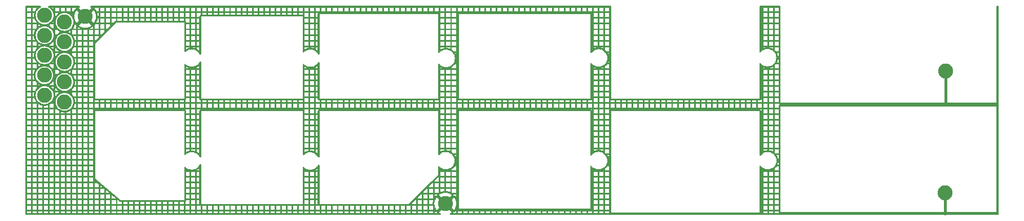
<source format=gtl>
G04 #@! TF.GenerationSoftware,KiCad,Pcbnew,7.0.1*
G04 #@! TF.CreationDate,2023-10-11T18:59:39-05:00*
G04 #@! TF.ProjectId,Touch_Board,546f7563-685f-4426-9f61-72642e6b6963,1*
G04 #@! TF.SameCoordinates,Original*
G04 #@! TF.FileFunction,Copper,L1,Top*
G04 #@! TF.FilePolarity,Positive*
%FSLAX46Y46*%
G04 Gerber Fmt 4.6, Leading zero omitted, Abs format (unit mm)*
G04 Created by KiCad (PCBNEW 7.0.1) date 2023-10-11 18:59:39*
%MOMM*%
%LPD*%
G01*
G04 APERTURE LIST*
G04 #@! TA.AperFunction,ComponentPad*
%ADD10C,2.250000*%
G04 #@! TD*
G04 #@! TA.AperFunction,Conductor*
%ADD11C,0.250000*%
G04 #@! TD*
G04 #@! TA.AperFunction,Conductor*
%ADD12C,0.400000*%
G04 #@! TD*
G04 APERTURE END LIST*
D10*
X142822300Y-31724600D03*
X142822300Y-22724600D03*
X145922300Y-21924600D03*
X142822300Y-28724600D03*
X142822300Y-25724600D03*
X139822300Y-27724600D03*
X274989500Y-48414000D03*
X139822300Y-21724600D03*
X199989500Y-50014000D03*
X139789700Y-30724600D03*
X275089500Y-30114000D03*
X139822300Y-24724600D03*
X142822300Y-34724600D03*
X139822300Y-33724600D03*
D11*
X274989500Y-51489000D02*
X275014500Y-51514000D01*
D12*
X275089500Y-30114000D02*
X275089500Y-35189000D01*
X274989500Y-48414000D02*
X274989500Y-51489000D01*
D11*
X275089500Y-35189000D02*
X275114500Y-35214000D01*
G04 #@! TA.AperFunction,Conductor*
G36*
X139244431Y-20318211D02*
G01*
X139290051Y-20366285D01*
X139304396Y-20430989D01*
X139283367Y-20493840D01*
X139232971Y-20536881D01*
X139157019Y-20572299D01*
X138968111Y-20704574D01*
X138967027Y-20705333D01*
X138803033Y-20869327D01*
X138803030Y-20869330D01*
X138803030Y-20869331D01*
X138737662Y-20962687D01*
X138669998Y-21059321D01*
X138571980Y-21269519D01*
X138511950Y-21493552D01*
X138491736Y-21724600D01*
X138511950Y-21955647D01*
X138524236Y-22001500D01*
X138571980Y-22179679D01*
X138669999Y-22389882D01*
X138803030Y-22579869D01*
X138967031Y-22743870D01*
X139157018Y-22876901D01*
X139367221Y-22974920D01*
X139591250Y-23034949D01*
X139822300Y-23055163D01*
X140053350Y-23034949D01*
X140277379Y-22974920D01*
X140487582Y-22876901D01*
X140522430Y-22852500D01*
X140955018Y-22852500D01*
X141169000Y-22852500D01*
X141169000Y-22724599D01*
X141491736Y-22724599D01*
X141511950Y-22955647D01*
X141538615Y-23055163D01*
X141571980Y-23179679D01*
X141669999Y-23389882D01*
X141803030Y-23579869D01*
X141967031Y-23743870D01*
X142157018Y-23876901D01*
X142367221Y-23974920D01*
X142591250Y-24034949D01*
X142822300Y-24055163D01*
X143053350Y-24034949D01*
X143277379Y-23974920D01*
X143325459Y-23952500D01*
X143971000Y-23952500D01*
X143971000Y-24554500D01*
X144573000Y-24554500D01*
X144573000Y-23952500D01*
X144822000Y-23952500D01*
X144822000Y-24554500D01*
X145424000Y-24554500D01*
X145424000Y-23952500D01*
X145673000Y-23952500D01*
X145673000Y-24554500D01*
X146275000Y-24554500D01*
X146275000Y-23952500D01*
X146524000Y-23952500D01*
X146524000Y-24554500D01*
X147126000Y-24554500D01*
X147126000Y-23952500D01*
X147375000Y-23952500D01*
X147375000Y-24554500D01*
X147977000Y-24554500D01*
X147977000Y-23952500D01*
X148226000Y-23952500D01*
X148226000Y-24554500D01*
X148477921Y-24554500D01*
X148828000Y-24204421D01*
X148828000Y-23952500D01*
X148226000Y-23952500D01*
X147977000Y-23952500D01*
X147375000Y-23952500D01*
X147126000Y-23952500D01*
X146524000Y-23952500D01*
X146275000Y-23952500D01*
X145673000Y-23952500D01*
X145424000Y-23952500D01*
X144822000Y-23952500D01*
X144573000Y-23952500D01*
X143971000Y-23952500D01*
X143325459Y-23952500D01*
X143487582Y-23876901D01*
X143677569Y-23743870D01*
X143717939Y-23703500D01*
X144088274Y-23703500D01*
X144573000Y-23703500D01*
X144573000Y-23476362D01*
X144822000Y-23476362D01*
X144822000Y-23703500D01*
X145257230Y-23703500D01*
X146587370Y-23703500D01*
X147126000Y-23703500D01*
X147375000Y-23703500D01*
X147977000Y-23703500D01*
X147977000Y-23101500D01*
X148226000Y-23101500D01*
X148226000Y-23703500D01*
X148828000Y-23703500D01*
X148828000Y-23101500D01*
X149077000Y-23101500D01*
X149077000Y-23703500D01*
X149328921Y-23703500D01*
X149679000Y-23353421D01*
X149679000Y-23101500D01*
X149077000Y-23101500D01*
X148828000Y-23101500D01*
X148226000Y-23101500D01*
X147977000Y-23101500D01*
X147413152Y-23101500D01*
X147406690Y-23109062D01*
X147375000Y-23133533D01*
X147375000Y-23703500D01*
X147126000Y-23703500D01*
X147126000Y-23384077D01*
X147106762Y-23408990D01*
X147048824Y-23458497D01*
X147033061Y-23469952D01*
X146794960Y-23615860D01*
X146777623Y-23624694D01*
X146587370Y-23703500D01*
X145257230Y-23703500D01*
X145066977Y-23624694D01*
X145049640Y-23615860D01*
X144822000Y-23476362D01*
X144573000Y-23476362D01*
X144573000Y-23240065D01*
X144960387Y-23240065D01*
X144964195Y-23243318D01*
X145182282Y-23376961D01*
X145418594Y-23474846D01*
X145667306Y-23534556D01*
X145922300Y-23554624D01*
X146177293Y-23534556D01*
X146426005Y-23474846D01*
X146662312Y-23376963D01*
X146880408Y-23243315D01*
X146884211Y-23240065D01*
X146884212Y-23240064D01*
X145922300Y-22278153D01*
X144960387Y-23240064D01*
X144960387Y-23240065D01*
X144573000Y-23240065D01*
X144573000Y-23158395D01*
X144536708Y-23156970D01*
X144487459Y-23144635D01*
X144478051Y-23140072D01*
X144437880Y-23109041D01*
X144431438Y-23101500D01*
X144376199Y-23101500D01*
X144332944Y-23262929D01*
X144325551Y-23283240D01*
X144216513Y-23517072D01*
X144205706Y-23535791D01*
X144088274Y-23703500D01*
X143717939Y-23703500D01*
X143841570Y-23579869D01*
X143974601Y-23389882D01*
X144072620Y-23179679D01*
X144132649Y-22955650D01*
X144152863Y-22724600D01*
X144132649Y-22493550D01*
X144072620Y-22269521D01*
X143974601Y-22059319D01*
X143880270Y-21924600D01*
X144292275Y-21924600D01*
X144312343Y-22179593D01*
X144372054Y-22428308D01*
X144469935Y-22664612D01*
X144603584Y-22882708D01*
X144606833Y-22886511D01*
X144606835Y-22886511D01*
X145568747Y-21924601D01*
X146275853Y-21924601D01*
X147237764Y-22886512D01*
X147237765Y-22886511D01*
X147241015Y-22882708D01*
X147259526Y-22852500D01*
X147579709Y-22852500D01*
X147977000Y-22852500D01*
X147977000Y-22250500D01*
X148226000Y-22250500D01*
X148226000Y-22852500D01*
X148828000Y-22852500D01*
X148828000Y-22250500D01*
X149077000Y-22250500D01*
X149077000Y-22852500D01*
X149679000Y-22852500D01*
X149679000Y-22250500D01*
X149928000Y-22250500D01*
X149928000Y-22852500D01*
X150179921Y-22852500D01*
X150452418Y-22580003D01*
X150492645Y-22553123D01*
X150530000Y-22537650D01*
X150530000Y-22250500D01*
X150779000Y-22250500D01*
X150779000Y-22521000D01*
X151381000Y-22521000D01*
X151381000Y-22250500D01*
X151630000Y-22250500D01*
X151630000Y-22521000D01*
X152232000Y-22521000D01*
X152232000Y-22250500D01*
X152481000Y-22250500D01*
X152481000Y-22521000D01*
X153083000Y-22521000D01*
X153083000Y-22250500D01*
X153332000Y-22250500D01*
X153332000Y-22521000D01*
X153934000Y-22521000D01*
X153934000Y-22250500D01*
X154183000Y-22250500D01*
X154183000Y-22521000D01*
X154785000Y-22521000D01*
X154785000Y-22250500D01*
X155034000Y-22250500D01*
X155034000Y-22521000D01*
X155636000Y-22521000D01*
X155636000Y-22250500D01*
X155885000Y-22250500D01*
X155885000Y-22521000D01*
X156487000Y-22521000D01*
X156487000Y-22250500D01*
X156736000Y-22250500D01*
X156736000Y-22521000D01*
X157338000Y-22521000D01*
X157338000Y-22250500D01*
X157587000Y-22250500D01*
X157587000Y-22521000D01*
X158189000Y-22521000D01*
X158189000Y-22250500D01*
X158438000Y-22250500D01*
X158438000Y-22521000D01*
X159040000Y-22521000D01*
X159040000Y-22250500D01*
X159289000Y-22250500D01*
X159289000Y-22521000D01*
X159891000Y-22521000D01*
X159891000Y-22250500D01*
X160140000Y-22250500D01*
X160140000Y-22521000D01*
X160742000Y-22521000D01*
X160742000Y-22250500D01*
X160991000Y-22250500D01*
X160991000Y-22614421D01*
X161017375Y-22640796D01*
X161044254Y-22681022D01*
X161048060Y-22690210D01*
X161057500Y-22737665D01*
X161057500Y-22852500D01*
X161593000Y-22852500D01*
X161593000Y-22250500D01*
X161842000Y-22250500D01*
X161842000Y-22852500D01*
X162444000Y-22852500D01*
X162444000Y-22250500D01*
X162693000Y-22250500D01*
X162693000Y-22852500D01*
X163051500Y-22852500D01*
X163051500Y-22250500D01*
X162693000Y-22250500D01*
X162444000Y-22250500D01*
X161842000Y-22250500D01*
X161593000Y-22250500D01*
X160991000Y-22250500D01*
X160742000Y-22250500D01*
X160140000Y-22250500D01*
X159891000Y-22250500D01*
X159289000Y-22250500D01*
X159040000Y-22250500D01*
X158438000Y-22250500D01*
X158189000Y-22250500D01*
X157587000Y-22250500D01*
X157338000Y-22250500D01*
X156736000Y-22250500D01*
X156487000Y-22250500D01*
X155885000Y-22250500D01*
X155636000Y-22250500D01*
X155034000Y-22250500D01*
X154785000Y-22250500D01*
X154183000Y-22250500D01*
X153934000Y-22250500D01*
X153332000Y-22250500D01*
X153083000Y-22250500D01*
X152481000Y-22250500D01*
X152232000Y-22250500D01*
X151630000Y-22250500D01*
X151381000Y-22250500D01*
X150779000Y-22250500D01*
X150530000Y-22250500D01*
X149928000Y-22250500D01*
X149679000Y-22250500D01*
X149077000Y-22250500D01*
X148828000Y-22250500D01*
X148226000Y-22250500D01*
X147977000Y-22250500D01*
X147795991Y-22250500D01*
X147735266Y-22503438D01*
X147729253Y-22521944D01*
X147622394Y-22779923D01*
X147613560Y-22797260D01*
X147579709Y-22852500D01*
X147259526Y-22852500D01*
X147374663Y-22664612D01*
X147472546Y-22428305D01*
X147532256Y-22179593D01*
X147552324Y-21924600D01*
X147532256Y-21669606D01*
X147472546Y-21420894D01*
X147463684Y-21399500D01*
X147748167Y-21399500D01*
X147800452Y-21617280D01*
X147803496Y-21636499D01*
X147825403Y-21914872D01*
X147825403Y-21934328D01*
X147820117Y-22001500D01*
X147977000Y-22001500D01*
X147977000Y-21399500D01*
X148226000Y-21399500D01*
X148226000Y-22001500D01*
X148828000Y-22001500D01*
X148828000Y-21399500D01*
X149077000Y-21399500D01*
X149077000Y-22001500D01*
X149679000Y-22001500D01*
X149679000Y-21399500D01*
X149928000Y-21399500D01*
X149928000Y-22001500D01*
X150530000Y-22001500D01*
X150530000Y-21399500D01*
X150779000Y-21399500D01*
X150779000Y-22001500D01*
X151381000Y-22001500D01*
X151381000Y-21399500D01*
X151630000Y-21399500D01*
X151630000Y-22001500D01*
X152232000Y-22001500D01*
X152232000Y-21399500D01*
X152481000Y-21399500D01*
X152481000Y-22001500D01*
X153083000Y-22001500D01*
X153083000Y-21399500D01*
X153332000Y-21399500D01*
X153332000Y-22001500D01*
X153934000Y-22001500D01*
X153934000Y-21399500D01*
X154183000Y-21399500D01*
X154183000Y-22001500D01*
X154785000Y-22001500D01*
X154785000Y-21399500D01*
X155034000Y-21399500D01*
X155034000Y-22001500D01*
X155636000Y-22001500D01*
X155636000Y-21399500D01*
X155885000Y-21399500D01*
X155885000Y-22001500D01*
X156487000Y-22001500D01*
X156487000Y-21399500D01*
X156736000Y-21399500D01*
X156736000Y-22001500D01*
X157338000Y-22001500D01*
X157338000Y-21399500D01*
X157587000Y-21399500D01*
X157587000Y-22001500D01*
X158189000Y-22001500D01*
X158189000Y-21399500D01*
X158438000Y-21399500D01*
X158438000Y-22001500D01*
X159040000Y-22001500D01*
X159040000Y-21399500D01*
X159289000Y-21399500D01*
X159289000Y-22001500D01*
X159891000Y-22001500D01*
X159891000Y-21399500D01*
X160140000Y-21399500D01*
X160140000Y-22001500D01*
X160742000Y-22001500D01*
X160742000Y-21399500D01*
X160991000Y-21399500D01*
X160991000Y-22001500D01*
X161593000Y-22001500D01*
X161593000Y-21399500D01*
X161842000Y-21399500D01*
X161842000Y-22001500D01*
X162444000Y-22001500D01*
X162444000Y-21399500D01*
X162693000Y-21399500D01*
X162693000Y-22001500D01*
X163051500Y-22001500D01*
X163051500Y-21867665D01*
X163060940Y-21820210D01*
X163064746Y-21811022D01*
X163091625Y-21770796D01*
X163171296Y-21691125D01*
X163211522Y-21664246D01*
X163220710Y-21660440D01*
X163268165Y-21651000D01*
X163295000Y-21651000D01*
X163295000Y-21399500D01*
X163544000Y-21399500D01*
X163544000Y-21651000D01*
X164146000Y-21651000D01*
X164146000Y-21399500D01*
X164395000Y-21399500D01*
X164395000Y-21651000D01*
X164997000Y-21651000D01*
X164997000Y-21399500D01*
X165246000Y-21399500D01*
X165246000Y-21651000D01*
X165848000Y-21651000D01*
X165848000Y-21399500D01*
X166097000Y-21399500D01*
X166097000Y-21651000D01*
X166699000Y-21651000D01*
X166699000Y-21399500D01*
X166948000Y-21399500D01*
X166948000Y-21651000D01*
X167550000Y-21651000D01*
X167550000Y-21399500D01*
X167799000Y-21399500D01*
X167799000Y-21651000D01*
X168401000Y-21651000D01*
X168401000Y-21399500D01*
X168650000Y-21399500D01*
X168650000Y-21651000D01*
X169252000Y-21651000D01*
X169252000Y-21399500D01*
X169501000Y-21399500D01*
X169501000Y-21651000D01*
X170103000Y-21651000D01*
X170103000Y-21399500D01*
X170352000Y-21399500D01*
X170352000Y-21651000D01*
X170954000Y-21651000D01*
X170954000Y-21399500D01*
X171203000Y-21399500D01*
X171203000Y-21651000D01*
X171805000Y-21651000D01*
X171805000Y-21399500D01*
X172054000Y-21399500D01*
X172054000Y-21651000D01*
X172656000Y-21651000D01*
X172656000Y-21399500D01*
X172905000Y-21399500D01*
X172905000Y-21651000D01*
X173507000Y-21651000D01*
X173507000Y-21399500D01*
X173756000Y-21399500D01*
X173756000Y-21651000D01*
X174358000Y-21651000D01*
X174358000Y-21399500D01*
X174607000Y-21399500D01*
X174607000Y-21651000D01*
X175209000Y-21651000D01*
X175209000Y-21399500D01*
X175458000Y-21399500D01*
X175458000Y-21651000D01*
X176060000Y-21651000D01*
X176060000Y-21399500D01*
X176309000Y-21399500D01*
X176309000Y-21651000D01*
X176911000Y-21651000D01*
X176911000Y-21399500D01*
X177160000Y-21399500D01*
X177160000Y-21651000D01*
X177762000Y-21651000D01*
X177762000Y-21399500D01*
X178011000Y-21399500D01*
X178011000Y-21651000D01*
X178613000Y-21651000D01*
X178613000Y-21399500D01*
X178862000Y-21399500D01*
X178862000Y-22001500D01*
X179464000Y-22001500D01*
X179464000Y-21399500D01*
X179713000Y-21399500D01*
X179713000Y-22001500D01*
X180315000Y-22001500D01*
X180315000Y-21399500D01*
X180564000Y-21399500D01*
X180564000Y-22001500D01*
X180831500Y-22001500D01*
X180831500Y-21467665D01*
X180840940Y-21420210D01*
X180844746Y-21411022D01*
X180852445Y-21399500D01*
X199286000Y-21399500D01*
X199286000Y-22001500D01*
X199888000Y-22001500D01*
X199888000Y-21399500D01*
X200137000Y-21399500D01*
X200137000Y-22001500D01*
X200739000Y-22001500D01*
X200739000Y-21399500D01*
X200988000Y-21399500D01*
X200988000Y-22001500D01*
X201590000Y-22001500D01*
X201590000Y-21524000D01*
X202059500Y-21524000D01*
X202059500Y-34224000D01*
X221744500Y-34224000D01*
X221744500Y-34164500D01*
X222263000Y-34164500D01*
X222263000Y-34766500D01*
X222865000Y-34766500D01*
X222865000Y-34164500D01*
X223114000Y-34164500D01*
X223114000Y-34766500D01*
X223716000Y-34766500D01*
X223716000Y-34164500D01*
X223965000Y-34164500D01*
X223965000Y-34766500D01*
X224567000Y-34766500D01*
X224567000Y-34487618D01*
X224816000Y-34487618D01*
X224816000Y-34766500D01*
X225418000Y-34766500D01*
X225418000Y-34497000D01*
X225667000Y-34497000D01*
X225667000Y-34766500D01*
X226269000Y-34766500D01*
X226269000Y-34497000D01*
X226518000Y-34497000D01*
X226518000Y-34766500D01*
X227120000Y-34766500D01*
X227120000Y-34497000D01*
X227369000Y-34497000D01*
X227369000Y-34766500D01*
X227971000Y-34766500D01*
X227971000Y-34497000D01*
X228220000Y-34497000D01*
X228220000Y-34766500D01*
X228822000Y-34766500D01*
X228822000Y-34497000D01*
X229071000Y-34497000D01*
X229071000Y-34766500D01*
X229673000Y-34766500D01*
X229673000Y-34497000D01*
X229922000Y-34497000D01*
X229922000Y-34766500D01*
X230524000Y-34766500D01*
X230524000Y-34497000D01*
X230773000Y-34497000D01*
X230773000Y-34766500D01*
X231375000Y-34766500D01*
X231375000Y-34497000D01*
X231624000Y-34497000D01*
X231624000Y-34766500D01*
X232226000Y-34766500D01*
X232226000Y-34497000D01*
X232475000Y-34497000D01*
X232475000Y-34766500D01*
X233077000Y-34766500D01*
X233077000Y-34497000D01*
X233326000Y-34497000D01*
X233326000Y-34766500D01*
X233928000Y-34766500D01*
X233928000Y-34497000D01*
X234177000Y-34497000D01*
X234177000Y-34766500D01*
X234779000Y-34766500D01*
X234779000Y-34497000D01*
X235028000Y-34497000D01*
X235028000Y-34766500D01*
X235630000Y-34766500D01*
X235630000Y-34497000D01*
X235879000Y-34497000D01*
X235879000Y-34766500D01*
X236481000Y-34766500D01*
X236481000Y-34497000D01*
X236730000Y-34497000D01*
X236730000Y-34766500D01*
X237332000Y-34766500D01*
X237332000Y-34497000D01*
X237581000Y-34497000D01*
X237581000Y-34766500D01*
X238183000Y-34766500D01*
X238183000Y-34497000D01*
X238432000Y-34497000D01*
X238432000Y-34766500D01*
X239034000Y-34766500D01*
X239034000Y-34497000D01*
X239283000Y-34497000D01*
X239283000Y-34766500D01*
X239885000Y-34766500D01*
X239885000Y-34497000D01*
X240134000Y-34497000D01*
X240134000Y-34766500D01*
X240736000Y-34766500D01*
X240736000Y-34497000D01*
X240985000Y-34497000D01*
X240985000Y-34766500D01*
X241587000Y-34766500D01*
X241587000Y-34497000D01*
X241836000Y-34497000D01*
X241836000Y-34766500D01*
X242438000Y-34766500D01*
X242438000Y-34497000D01*
X242687000Y-34497000D01*
X242687000Y-34766500D01*
X243289000Y-34766500D01*
X243289000Y-34497000D01*
X243538000Y-34497000D01*
X243538000Y-34766500D01*
X244140000Y-34766500D01*
X244140000Y-34497000D01*
X244389000Y-34497000D01*
X244389000Y-34766500D01*
X244991000Y-34766500D01*
X244991000Y-34497000D01*
X245240000Y-34497000D01*
X245240000Y-34766500D01*
X245842000Y-34766500D01*
X245842000Y-34497000D01*
X246091000Y-34497000D01*
X246091000Y-34766500D01*
X246693000Y-34766500D01*
X246942000Y-34766500D01*
X247544000Y-34766500D01*
X247544000Y-34164500D01*
X247793000Y-34164500D01*
X247793000Y-34766500D01*
X248395000Y-34766500D01*
X248395000Y-34164500D01*
X248644000Y-34164500D01*
X248644000Y-34766500D01*
X249246000Y-34766500D01*
X249246000Y-34164500D01*
X249495000Y-34164500D01*
X249495000Y-34766500D01*
X250046500Y-34766500D01*
X250046500Y-34164500D01*
X249495000Y-34164500D01*
X249246000Y-34164500D01*
X248644000Y-34164500D01*
X248395000Y-34164500D01*
X247793000Y-34164500D01*
X247544000Y-34164500D01*
X247417500Y-34164500D01*
X247417500Y-34280335D01*
X247408060Y-34327790D01*
X247404254Y-34336978D01*
X247377375Y-34377204D01*
X247297704Y-34456875D01*
X247257478Y-34483754D01*
X247248290Y-34487560D01*
X247200835Y-34497000D01*
X246942000Y-34497000D01*
X246942000Y-34766500D01*
X246693000Y-34766500D01*
X246693000Y-34497000D01*
X246091000Y-34497000D01*
X245842000Y-34497000D01*
X245240000Y-34497000D01*
X244991000Y-34497000D01*
X244389000Y-34497000D01*
X244140000Y-34497000D01*
X243538000Y-34497000D01*
X243289000Y-34497000D01*
X242687000Y-34497000D01*
X242438000Y-34497000D01*
X241836000Y-34497000D01*
X241587000Y-34497000D01*
X240985000Y-34497000D01*
X240736000Y-34497000D01*
X240134000Y-34497000D01*
X239885000Y-34497000D01*
X239283000Y-34497000D01*
X239034000Y-34497000D01*
X238432000Y-34497000D01*
X238183000Y-34497000D01*
X237581000Y-34497000D01*
X237332000Y-34497000D01*
X236730000Y-34497000D01*
X236481000Y-34497000D01*
X235879000Y-34497000D01*
X235630000Y-34497000D01*
X235028000Y-34497000D01*
X234779000Y-34497000D01*
X234177000Y-34497000D01*
X233928000Y-34497000D01*
X233326000Y-34497000D01*
X233077000Y-34497000D01*
X232475000Y-34497000D01*
X232226000Y-34497000D01*
X231624000Y-34497000D01*
X231375000Y-34497000D01*
X230773000Y-34497000D01*
X230524000Y-34497000D01*
X229922000Y-34497000D01*
X229673000Y-34497000D01*
X229071000Y-34497000D01*
X228822000Y-34497000D01*
X228220000Y-34497000D01*
X227971000Y-34497000D01*
X227369000Y-34497000D01*
X227120000Y-34497000D01*
X226518000Y-34497000D01*
X226269000Y-34497000D01*
X225667000Y-34497000D01*
X225418000Y-34497000D01*
X224863165Y-34497000D01*
X224816000Y-34487618D01*
X224567000Y-34487618D01*
X224567000Y-34164500D01*
X223965000Y-34164500D01*
X223716000Y-34164500D01*
X223114000Y-34164500D01*
X222865000Y-34164500D01*
X222263000Y-34164500D01*
X221744500Y-34164500D01*
X221744500Y-33313500D01*
X222263000Y-33313500D01*
X222263000Y-33915500D01*
X222865000Y-33915500D01*
X222865000Y-33313500D01*
X223114000Y-33313500D01*
X223114000Y-33915500D01*
X223716000Y-33915500D01*
X223716000Y-33313500D01*
X223965000Y-33313500D01*
X223965000Y-33915500D01*
X224567000Y-33915500D01*
X224567000Y-33313500D01*
X223965000Y-33313500D01*
X223716000Y-33313500D01*
X223114000Y-33313500D01*
X222865000Y-33313500D01*
X222263000Y-33313500D01*
X221744500Y-33313500D01*
X221744500Y-32462500D01*
X222263000Y-32462500D01*
X222263000Y-33064500D01*
X222865000Y-33064500D01*
X222865000Y-32462500D01*
X223114000Y-32462500D01*
X223114000Y-33064500D01*
X223716000Y-33064500D01*
X223716000Y-32462500D01*
X223965000Y-32462500D01*
X223965000Y-33064500D01*
X224567000Y-33064500D01*
X224567000Y-32462500D01*
X223965000Y-32462500D01*
X223716000Y-32462500D01*
X223114000Y-32462500D01*
X222865000Y-32462500D01*
X222263000Y-32462500D01*
X221744500Y-32462500D01*
X221744500Y-31611500D01*
X222263000Y-31611500D01*
X222263000Y-32213500D01*
X222865000Y-32213500D01*
X222865000Y-31611500D01*
X223114000Y-31611500D01*
X223114000Y-32213500D01*
X223716000Y-32213500D01*
X223716000Y-31611500D01*
X223965000Y-31611500D01*
X223965000Y-32213500D01*
X224567000Y-32213500D01*
X224567000Y-31611500D01*
X223965000Y-31611500D01*
X223716000Y-31611500D01*
X223114000Y-31611500D01*
X222865000Y-31611500D01*
X222263000Y-31611500D01*
X221744500Y-31611500D01*
X221744500Y-30760500D01*
X222263000Y-30760500D01*
X222263000Y-31362500D01*
X222865000Y-31362500D01*
X222865000Y-30760500D01*
X223114000Y-30760500D01*
X223114000Y-31362500D01*
X223716000Y-31362500D01*
X223716000Y-30760500D01*
X223965000Y-30760500D01*
X223965000Y-31362500D01*
X224567000Y-31362500D01*
X224567000Y-30760500D01*
X223965000Y-30760500D01*
X223716000Y-30760500D01*
X223114000Y-30760500D01*
X222865000Y-30760500D01*
X222263000Y-30760500D01*
X221744500Y-30760500D01*
X221744500Y-29909500D01*
X222263000Y-29909500D01*
X222263000Y-30511500D01*
X222865000Y-30511500D01*
X222865000Y-29909500D01*
X223114000Y-29909500D01*
X223114000Y-30511500D01*
X223716000Y-30511500D01*
X223716000Y-29909500D01*
X223965000Y-29909500D01*
X223965000Y-30511500D01*
X224567000Y-30511500D01*
X224567000Y-29909500D01*
X223965000Y-29909500D01*
X223716000Y-29909500D01*
X223114000Y-29909500D01*
X222865000Y-29909500D01*
X222263000Y-29909500D01*
X221744500Y-29909500D01*
X221744500Y-29531143D01*
X222263000Y-29531143D01*
X222263000Y-29660500D01*
X222601483Y-29660500D01*
X223397517Y-29660500D01*
X223716000Y-29660500D01*
X223965000Y-29660500D01*
X224567000Y-29660500D01*
X224567000Y-29058500D01*
X224277929Y-29058500D01*
X224218772Y-29142984D01*
X224204879Y-29159541D01*
X224025041Y-29339379D01*
X224008483Y-29353273D01*
X223965000Y-29383720D01*
X223965000Y-29660500D01*
X223716000Y-29660500D01*
X223716000Y-29540469D01*
X223550930Y-29617443D01*
X223530618Y-29624836D01*
X223397517Y-29660500D01*
X222601483Y-29660500D01*
X222468382Y-29624836D01*
X222448070Y-29617443D01*
X222263000Y-29531143D01*
X221744500Y-29531143D01*
X221744500Y-29009277D01*
X221760047Y-28949161D01*
X221802790Y-28904119D01*
X221862010Y-28885447D01*
X221922858Y-28897827D01*
X221970073Y-28938153D01*
X221996378Y-28975719D01*
X222157781Y-29137122D01*
X222344759Y-29268046D01*
X222551630Y-29364512D01*
X222772111Y-29423589D01*
X222828922Y-29428559D01*
X222942542Y-29438500D01*
X222942544Y-29438500D01*
X223056456Y-29438500D01*
X223056458Y-29438500D01*
X223141672Y-29431044D01*
X223226889Y-29423589D01*
X223447370Y-29364512D01*
X223654241Y-29268046D01*
X223841219Y-29137122D01*
X224002622Y-28975719D01*
X224119011Y-28809500D01*
X224425088Y-28809500D01*
X224567000Y-28809500D01*
X224567000Y-28317174D01*
X224559914Y-28398168D01*
X224556161Y-28419454D01*
X224490336Y-28665118D01*
X224482943Y-28685430D01*
X224425088Y-28809500D01*
X224119011Y-28809500D01*
X224133546Y-28788742D01*
X224230012Y-28581870D01*
X224289089Y-28361389D01*
X224308983Y-28134000D01*
X224289089Y-27906611D01*
X224230012Y-27686130D01*
X224133546Y-27479259D01*
X224047589Y-27356500D01*
X224377524Y-27356500D01*
X224482943Y-27582570D01*
X224490336Y-27602882D01*
X224556161Y-27848546D01*
X224559914Y-27869832D01*
X224567000Y-27950828D01*
X224567000Y-27356500D01*
X224377524Y-27356500D01*
X224047589Y-27356500D01*
X224002622Y-27292281D01*
X223841219Y-27130878D01*
X223654241Y-26999954D01*
X223447370Y-26903488D01*
X223319878Y-26869327D01*
X223226887Y-26844410D01*
X223056458Y-26829500D01*
X223056456Y-26829500D01*
X222942544Y-26829500D01*
X222942542Y-26829500D01*
X222772112Y-26844410D01*
X222551630Y-26903488D01*
X222411953Y-26968621D01*
X222344759Y-26999954D01*
X222191168Y-27107500D01*
X222157777Y-27130881D01*
X221996377Y-27292281D01*
X221970074Y-27329846D01*
X221922857Y-27370173D01*
X221862010Y-27382552D01*
X221802790Y-27363880D01*
X221760047Y-27318838D01*
X221744500Y-27258722D01*
X221744500Y-26505500D01*
X222263000Y-26505500D01*
X222263000Y-26736857D01*
X222448070Y-26650557D01*
X222468382Y-26643164D01*
X222714046Y-26577339D01*
X222735332Y-26573586D01*
X222865000Y-26562242D01*
X222865000Y-26505500D01*
X223114000Y-26505500D01*
X223114000Y-26560492D01*
X223263668Y-26573586D01*
X223284954Y-26577339D01*
X223530618Y-26643164D01*
X223550930Y-26650557D01*
X223716000Y-26727531D01*
X223716000Y-26505500D01*
X223965000Y-26505500D01*
X223965000Y-26884280D01*
X224008483Y-26914727D01*
X224025041Y-26928621D01*
X224203920Y-27107500D01*
X224567000Y-27107500D01*
X224567000Y-26505500D01*
X223965000Y-26505500D01*
X223716000Y-26505500D01*
X223114000Y-26505500D01*
X222865000Y-26505500D01*
X222263000Y-26505500D01*
X221744500Y-26505500D01*
X221744500Y-25654500D01*
X222263000Y-25654500D01*
X222263000Y-26256500D01*
X222865000Y-26256500D01*
X222865000Y-25654500D01*
X223114000Y-25654500D01*
X223114000Y-26256500D01*
X223716000Y-26256500D01*
X223716000Y-25654500D01*
X223965000Y-25654500D01*
X223965000Y-26256500D01*
X224567000Y-26256500D01*
X224567000Y-25654500D01*
X223965000Y-25654500D01*
X223716000Y-25654500D01*
X223114000Y-25654500D01*
X222865000Y-25654500D01*
X222263000Y-25654500D01*
X221744500Y-25654500D01*
X221744500Y-24803500D01*
X222263000Y-24803500D01*
X222263000Y-25405500D01*
X222865000Y-25405500D01*
X222865000Y-24803500D01*
X223114000Y-24803500D01*
X223114000Y-25405500D01*
X223716000Y-25405500D01*
X223716000Y-24803500D01*
X223965000Y-24803500D01*
X223965000Y-25405500D01*
X224567000Y-25405500D01*
X224567000Y-24803500D01*
X223965000Y-24803500D01*
X223716000Y-24803500D01*
X223114000Y-24803500D01*
X222865000Y-24803500D01*
X222263000Y-24803500D01*
X221744500Y-24803500D01*
X221744500Y-23952500D01*
X222263000Y-23952500D01*
X222263000Y-24554500D01*
X222865000Y-24554500D01*
X222865000Y-23952500D01*
X223114000Y-23952500D01*
X223114000Y-24554500D01*
X223716000Y-24554500D01*
X223716000Y-23952500D01*
X223965000Y-23952500D01*
X223965000Y-24554500D01*
X224567000Y-24554500D01*
X224567000Y-23952500D01*
X223965000Y-23952500D01*
X223716000Y-23952500D01*
X223114000Y-23952500D01*
X222865000Y-23952500D01*
X222263000Y-23952500D01*
X221744500Y-23952500D01*
X221744500Y-23101500D01*
X222263000Y-23101500D01*
X222263000Y-23703500D01*
X222865000Y-23703500D01*
X222865000Y-23101500D01*
X223114000Y-23101500D01*
X223114000Y-23703500D01*
X223716000Y-23703500D01*
X223716000Y-23101500D01*
X223965000Y-23101500D01*
X223965000Y-23703500D01*
X224567000Y-23703500D01*
X224567000Y-23101500D01*
X223965000Y-23101500D01*
X223716000Y-23101500D01*
X223114000Y-23101500D01*
X222865000Y-23101500D01*
X222263000Y-23101500D01*
X221744500Y-23101500D01*
X221744500Y-22250500D01*
X222263000Y-22250500D01*
X222263000Y-22852500D01*
X222865000Y-22852500D01*
X222865000Y-22250500D01*
X223114000Y-22250500D01*
X223114000Y-22852500D01*
X223716000Y-22852500D01*
X223716000Y-22250500D01*
X223965000Y-22250500D01*
X223965000Y-22852500D01*
X224567000Y-22852500D01*
X224567000Y-22250500D01*
X223965000Y-22250500D01*
X223716000Y-22250500D01*
X223114000Y-22250500D01*
X222865000Y-22250500D01*
X222263000Y-22250500D01*
X221744500Y-22250500D01*
X221744500Y-21524000D01*
X202059500Y-21524000D01*
X201590000Y-21524000D01*
X201590000Y-21399500D01*
X221996555Y-21399500D01*
X222004254Y-21411022D01*
X222008060Y-21420210D01*
X222014000Y-21450070D01*
X222014000Y-21399500D01*
X222263000Y-21399500D01*
X222263000Y-22001500D01*
X222865000Y-22001500D01*
X222865000Y-21399500D01*
X223114000Y-21399500D01*
X223114000Y-22001500D01*
X223716000Y-22001500D01*
X223716000Y-21399500D01*
X223965000Y-21399500D01*
X223965000Y-22001500D01*
X224567000Y-22001500D01*
X224567000Y-21399500D01*
X223965000Y-21399500D01*
X223716000Y-21399500D01*
X223114000Y-21399500D01*
X222865000Y-21399500D01*
X222263000Y-21399500D01*
X222014000Y-21399500D01*
X221996555Y-21399500D01*
X201590000Y-21399500D01*
X200988000Y-21399500D01*
X200739000Y-21399500D01*
X200137000Y-21399500D01*
X199888000Y-21399500D01*
X199286000Y-21399500D01*
X180852445Y-21399500D01*
X180564000Y-21399500D01*
X180315000Y-21399500D01*
X179713000Y-21399500D01*
X179464000Y-21399500D01*
X178862000Y-21399500D01*
X178613000Y-21399500D01*
X178011000Y-21399500D01*
X177762000Y-21399500D01*
X177160000Y-21399500D01*
X176911000Y-21399500D01*
X176309000Y-21399500D01*
X176060000Y-21399500D01*
X175458000Y-21399500D01*
X175209000Y-21399500D01*
X174607000Y-21399500D01*
X174358000Y-21399500D01*
X173756000Y-21399500D01*
X173507000Y-21399500D01*
X172905000Y-21399500D01*
X172656000Y-21399500D01*
X172054000Y-21399500D01*
X171805000Y-21399500D01*
X171203000Y-21399500D01*
X170954000Y-21399500D01*
X170352000Y-21399500D01*
X170103000Y-21399500D01*
X169501000Y-21399500D01*
X169252000Y-21399500D01*
X168650000Y-21399500D01*
X168401000Y-21399500D01*
X167799000Y-21399500D01*
X167550000Y-21399500D01*
X166948000Y-21399500D01*
X166699000Y-21399500D01*
X166097000Y-21399500D01*
X165848000Y-21399500D01*
X165246000Y-21399500D01*
X164997000Y-21399500D01*
X164395000Y-21399500D01*
X164146000Y-21399500D01*
X163544000Y-21399500D01*
X163295000Y-21399500D01*
X162693000Y-21399500D01*
X162444000Y-21399500D01*
X161842000Y-21399500D01*
X161593000Y-21399500D01*
X160991000Y-21399500D01*
X160742000Y-21399500D01*
X160140000Y-21399500D01*
X159891000Y-21399500D01*
X159289000Y-21399500D01*
X159040000Y-21399500D01*
X158438000Y-21399500D01*
X158189000Y-21399500D01*
X157587000Y-21399500D01*
X157338000Y-21399500D01*
X156736000Y-21399500D01*
X156487000Y-21399500D01*
X155885000Y-21399500D01*
X155636000Y-21399500D01*
X155034000Y-21399500D01*
X154785000Y-21399500D01*
X154183000Y-21399500D01*
X153934000Y-21399500D01*
X153332000Y-21399500D01*
X153083000Y-21399500D01*
X152481000Y-21399500D01*
X152232000Y-21399500D01*
X151630000Y-21399500D01*
X151381000Y-21399500D01*
X150779000Y-21399500D01*
X150530000Y-21399500D01*
X149928000Y-21399500D01*
X149679000Y-21399500D01*
X149077000Y-21399500D01*
X148828000Y-21399500D01*
X148226000Y-21399500D01*
X147977000Y-21399500D01*
X147748167Y-21399500D01*
X147463684Y-21399500D01*
X147374661Y-21184582D01*
X147241018Y-20966495D01*
X147237765Y-20962687D01*
X147237764Y-20962687D01*
X146275853Y-21924600D01*
X146275853Y-21924601D01*
X145568747Y-21924601D01*
X145568747Y-21924600D01*
X144606834Y-20962687D01*
X144606833Y-20962687D01*
X144603581Y-20966495D01*
X144469938Y-21184582D01*
X144372053Y-21420894D01*
X144312343Y-21669606D01*
X144292275Y-21924600D01*
X143880270Y-21924600D01*
X143841570Y-21869331D01*
X143677569Y-21705330D01*
X143487582Y-21572299D01*
X143339126Y-21503073D01*
X143277380Y-21474280D01*
X143053347Y-21414250D01*
X142822300Y-21394036D01*
X142591252Y-21414250D01*
X142367219Y-21474280D01*
X142159704Y-21571047D01*
X142157019Y-21572299D01*
X141967031Y-21705330D01*
X141967027Y-21705333D01*
X141803033Y-21869327D01*
X141803030Y-21869330D01*
X141803030Y-21869331D01*
X141710485Y-22001500D01*
X141669998Y-22059321D01*
X141571980Y-22269519D01*
X141511950Y-22493552D01*
X141491736Y-22724599D01*
X141169000Y-22724599D01*
X141169000Y-22588212D01*
X141057721Y-22747134D01*
X141043827Y-22763691D01*
X140955018Y-22852500D01*
X140522430Y-22852500D01*
X140677569Y-22743870D01*
X140841570Y-22579869D01*
X140974601Y-22389882D01*
X141072620Y-22179679D01*
X141132649Y-21955650D01*
X141152863Y-21724600D01*
X141132649Y-21493550D01*
X141107448Y-21399500D01*
X141418000Y-21399500D01*
X141418000Y-21622807D01*
X141425960Y-21713793D01*
X141425960Y-21735407D01*
X141418000Y-21826393D01*
X141418000Y-21953760D01*
X141428087Y-21932129D01*
X141438894Y-21913410D01*
X141586879Y-21702066D01*
X141600773Y-21685509D01*
X141783209Y-21503073D01*
X141799766Y-21489179D01*
X141927841Y-21399500D01*
X141418000Y-21399500D01*
X141107448Y-21399500D01*
X141072620Y-21269521D01*
X140974601Y-21059319D01*
X140841570Y-20869331D01*
X140677569Y-20705330D01*
X140489297Y-20573500D01*
X140931818Y-20573500D01*
X141043827Y-20685509D01*
X141057721Y-20702066D01*
X141169000Y-20860989D01*
X141169000Y-20573500D01*
X141418000Y-20573500D01*
X141418000Y-21150500D01*
X142020000Y-21150500D01*
X142020000Y-20573500D01*
X142269000Y-20573500D01*
X142269000Y-21150500D01*
X142520789Y-21150500D01*
X142533183Y-21147179D01*
X142554470Y-21143426D01*
X142811493Y-21120940D01*
X142833107Y-21120940D01*
X142871000Y-21124255D01*
X142871000Y-20573500D01*
X143120000Y-20573500D01*
X143120000Y-21149479D01*
X143123811Y-21150500D01*
X143722000Y-21150500D01*
X143722000Y-20573500D01*
X143971000Y-20573500D01*
X143971000Y-21150500D01*
X144188562Y-21150500D01*
X144222206Y-21069277D01*
X144231040Y-21051940D01*
X144376937Y-20813857D01*
X144388371Y-20798119D01*
X144437856Y-20740175D01*
X144478027Y-20709138D01*
X144487435Y-20704574D01*
X144536685Y-20692235D01*
X144573000Y-20690807D01*
X144573000Y-20573500D01*
X143971000Y-20573500D01*
X143722000Y-20573500D01*
X143120000Y-20573500D01*
X142871000Y-20573500D01*
X142269000Y-20573500D01*
X142020000Y-20573500D01*
X141418000Y-20573500D01*
X141169000Y-20573500D01*
X140931818Y-20573500D01*
X140489297Y-20573500D01*
X140487582Y-20572299D01*
X140411630Y-20536882D01*
X140361234Y-20493840D01*
X140340205Y-20430989D01*
X140354550Y-20366285D01*
X140400170Y-20318211D01*
X140464035Y-20300500D01*
X145022863Y-20300500D01*
X145084300Y-20316790D01*
X145129595Y-20361379D01*
X145146848Y-20422552D01*
X145131525Y-20484238D01*
X145087653Y-20530228D01*
X144964191Y-20605885D01*
X144960387Y-20609133D01*
X144960387Y-20609134D01*
X145922300Y-21571047D01*
X145922301Y-21571047D01*
X146884211Y-20609135D01*
X146884211Y-20609133D01*
X146880405Y-20605882D01*
X146827562Y-20573500D01*
X147375000Y-20573500D01*
X147375000Y-20715658D01*
X147406715Y-20740155D01*
X147456212Y-20798097D01*
X147467657Y-20813848D01*
X147613560Y-21051940D01*
X147622394Y-21069277D01*
X147656038Y-21150500D01*
X147977000Y-21150500D01*
X147977000Y-20573500D01*
X148226000Y-20573500D01*
X148226000Y-21150500D01*
X148828000Y-21150500D01*
X148828000Y-20573500D01*
X149077000Y-20573500D01*
X149077000Y-21150500D01*
X149679000Y-21150500D01*
X149679000Y-20573500D01*
X149928000Y-20573500D01*
X149928000Y-21150500D01*
X150530000Y-21150500D01*
X150530000Y-20573500D01*
X150779000Y-20573500D01*
X150779000Y-21150500D01*
X151381000Y-21150500D01*
X151381000Y-20573500D01*
X151630000Y-20573500D01*
X151630000Y-21150500D01*
X152232000Y-21150500D01*
X152232000Y-20573500D01*
X152481000Y-20573500D01*
X152481000Y-21150500D01*
X153083000Y-21150500D01*
X153083000Y-20573500D01*
X153332000Y-20573500D01*
X153332000Y-21150500D01*
X153934000Y-21150500D01*
X153934000Y-20573500D01*
X154183000Y-20573500D01*
X154183000Y-21150500D01*
X154785000Y-21150500D01*
X154785000Y-20573500D01*
X155034000Y-20573500D01*
X155034000Y-21150500D01*
X155636000Y-21150500D01*
X155636000Y-20573500D01*
X155885000Y-20573500D01*
X155885000Y-21150500D01*
X156487000Y-21150500D01*
X156487000Y-20573500D01*
X156736000Y-20573500D01*
X156736000Y-21150500D01*
X157338000Y-21150500D01*
X157338000Y-20573500D01*
X157587000Y-20573500D01*
X157587000Y-21150500D01*
X158189000Y-21150500D01*
X158189000Y-20573500D01*
X158438000Y-20573500D01*
X158438000Y-21150500D01*
X159040000Y-21150500D01*
X159040000Y-20573500D01*
X159289000Y-20573500D01*
X159289000Y-21150500D01*
X159891000Y-21150500D01*
X159891000Y-20573500D01*
X160140000Y-20573500D01*
X160140000Y-21150500D01*
X160742000Y-21150500D01*
X160742000Y-20573500D01*
X160991000Y-20573500D01*
X160991000Y-21150500D01*
X161593000Y-21150500D01*
X161593000Y-20573500D01*
X161842000Y-20573500D01*
X161842000Y-21150500D01*
X162444000Y-21150500D01*
X162444000Y-20573500D01*
X162693000Y-20573500D01*
X162693000Y-21150500D01*
X163295000Y-21150500D01*
X163295000Y-20573500D01*
X163544000Y-20573500D01*
X163544000Y-21150500D01*
X164146000Y-21150500D01*
X164146000Y-20573500D01*
X164395000Y-20573500D01*
X164395000Y-21150500D01*
X164997000Y-21150500D01*
X164997000Y-20573500D01*
X165246000Y-20573500D01*
X165246000Y-21150500D01*
X165848000Y-21150500D01*
X165848000Y-20573500D01*
X166097000Y-20573500D01*
X166097000Y-21150500D01*
X166699000Y-21150500D01*
X166699000Y-20573500D01*
X166948000Y-20573500D01*
X166948000Y-21150500D01*
X167550000Y-21150500D01*
X167550000Y-20573500D01*
X167799000Y-20573500D01*
X167799000Y-21150500D01*
X168401000Y-21150500D01*
X168401000Y-20573500D01*
X168650000Y-20573500D01*
X168650000Y-21150500D01*
X169252000Y-21150500D01*
X169252000Y-20573500D01*
X169501000Y-20573500D01*
X169501000Y-21150500D01*
X170103000Y-21150500D01*
X170103000Y-20573500D01*
X170352000Y-20573500D01*
X170352000Y-21150500D01*
X170954000Y-21150500D01*
X170954000Y-20573500D01*
X171203000Y-20573500D01*
X171203000Y-21150500D01*
X171805000Y-21150500D01*
X171805000Y-20573500D01*
X172054000Y-20573500D01*
X172054000Y-21150500D01*
X172656000Y-21150500D01*
X172656000Y-20573500D01*
X172905000Y-20573500D01*
X172905000Y-21150500D01*
X173507000Y-21150500D01*
X173507000Y-20573500D01*
X173756000Y-20573500D01*
X173756000Y-21150500D01*
X174358000Y-21150500D01*
X174358000Y-20573500D01*
X174607000Y-20573500D01*
X174607000Y-21150500D01*
X175209000Y-21150500D01*
X175209000Y-20573500D01*
X175458000Y-20573500D01*
X175458000Y-21150500D01*
X176060000Y-21150500D01*
X176060000Y-20573500D01*
X176309000Y-20573500D01*
X176309000Y-21150500D01*
X176911000Y-21150500D01*
X176911000Y-20573500D01*
X177160000Y-20573500D01*
X177160000Y-21150500D01*
X177762000Y-21150500D01*
X177762000Y-20573500D01*
X178011000Y-20573500D01*
X178011000Y-21150500D01*
X178613000Y-21150500D01*
X178613000Y-20573500D01*
X178862000Y-20573500D01*
X178862000Y-21150500D01*
X179464000Y-21150500D01*
X179464000Y-20573500D01*
X179713000Y-20573500D01*
X179713000Y-21150500D01*
X180315000Y-21150500D01*
X180315000Y-20573500D01*
X180564000Y-20573500D01*
X180564000Y-21150500D01*
X181166000Y-21150500D01*
X181166000Y-20573500D01*
X181415000Y-20573500D01*
X181415000Y-21150500D01*
X182017000Y-21150500D01*
X182017000Y-20573500D01*
X182266000Y-20573500D01*
X182266000Y-21150500D01*
X182868000Y-21150500D01*
X182868000Y-20573500D01*
X183117000Y-20573500D01*
X183117000Y-21150500D01*
X183719000Y-21150500D01*
X183719000Y-20573500D01*
X183968000Y-20573500D01*
X183968000Y-21150500D01*
X184570000Y-21150500D01*
X184570000Y-20573500D01*
X184819000Y-20573500D01*
X184819000Y-21150500D01*
X185421000Y-21150500D01*
X185421000Y-20573500D01*
X185670000Y-20573500D01*
X185670000Y-21150500D01*
X186272000Y-21150500D01*
X186272000Y-20573500D01*
X186521000Y-20573500D01*
X186521000Y-21150500D01*
X187123000Y-21150500D01*
X187123000Y-20573500D01*
X187372000Y-20573500D01*
X187372000Y-21150500D01*
X187974000Y-21150500D01*
X187974000Y-20573500D01*
X188223000Y-20573500D01*
X188223000Y-21150500D01*
X188825000Y-21150500D01*
X188825000Y-20573500D01*
X189074000Y-20573500D01*
X189074000Y-21150500D01*
X189676000Y-21150500D01*
X189676000Y-20573500D01*
X189925000Y-20573500D01*
X189925000Y-21150500D01*
X190527000Y-21150500D01*
X190527000Y-20573500D01*
X190776000Y-20573500D01*
X190776000Y-21150500D01*
X191378000Y-21150500D01*
X191378000Y-20573500D01*
X191627000Y-20573500D01*
X191627000Y-21150500D01*
X192229000Y-21150500D01*
X192229000Y-20573500D01*
X192478000Y-20573500D01*
X192478000Y-21150500D01*
X193080000Y-21150500D01*
X193080000Y-20573500D01*
X193329000Y-20573500D01*
X193329000Y-21150500D01*
X193931000Y-21150500D01*
X193931000Y-20573500D01*
X194180000Y-20573500D01*
X194180000Y-21150500D01*
X194782000Y-21150500D01*
X194782000Y-20573500D01*
X195031000Y-20573500D01*
X195031000Y-21150500D01*
X195633000Y-21150500D01*
X195633000Y-20573500D01*
X195882000Y-20573500D01*
X195882000Y-21150500D01*
X196484000Y-21150500D01*
X196484000Y-20573500D01*
X196733000Y-20573500D01*
X196733000Y-21150500D01*
X197335000Y-21150500D01*
X197335000Y-20573500D01*
X197584000Y-20573500D01*
X197584000Y-21150500D01*
X198186000Y-21150500D01*
X198186000Y-20573500D01*
X198435000Y-20573500D01*
X198435000Y-21150500D01*
X199037000Y-21150500D01*
X199037000Y-20573500D01*
X199286000Y-20573500D01*
X199286000Y-21150500D01*
X199888000Y-21150500D01*
X199888000Y-20573500D01*
X200137000Y-20573500D01*
X200137000Y-21150500D01*
X200739000Y-21150500D01*
X200739000Y-20573500D01*
X200988000Y-20573500D01*
X200988000Y-21150500D01*
X201590000Y-21150500D01*
X201590000Y-20573500D01*
X201839000Y-20573500D01*
X201839000Y-21150500D01*
X202441000Y-21150500D01*
X202441000Y-20573500D01*
X202690000Y-20573500D01*
X202690000Y-21150500D01*
X203292000Y-21150500D01*
X203292000Y-20573500D01*
X203541000Y-20573500D01*
X203541000Y-21150500D01*
X204143000Y-21150500D01*
X204143000Y-20573500D01*
X204392000Y-20573500D01*
X204392000Y-21150500D01*
X204994000Y-21150500D01*
X204994000Y-20573500D01*
X205243000Y-20573500D01*
X205243000Y-21150500D01*
X205845000Y-21150500D01*
X205845000Y-20573500D01*
X206094000Y-20573500D01*
X206094000Y-21150500D01*
X206696000Y-21150500D01*
X206696000Y-20573500D01*
X206945000Y-20573500D01*
X206945000Y-21150500D01*
X207547000Y-21150500D01*
X207547000Y-20573500D01*
X207796000Y-20573500D01*
X207796000Y-21150500D01*
X208398000Y-21150500D01*
X208398000Y-20573500D01*
X208647000Y-20573500D01*
X208647000Y-21150500D01*
X209249000Y-21150500D01*
X209249000Y-20573500D01*
X209498000Y-20573500D01*
X209498000Y-21150500D01*
X210100000Y-21150500D01*
X210100000Y-20573500D01*
X210349000Y-20573500D01*
X210349000Y-21150500D01*
X210951000Y-21150500D01*
X210951000Y-20573500D01*
X211200000Y-20573500D01*
X211200000Y-21150500D01*
X211802000Y-21150500D01*
X211802000Y-20573500D01*
X212051000Y-20573500D01*
X212051000Y-21150500D01*
X212653000Y-21150500D01*
X212653000Y-20573500D01*
X212902000Y-20573500D01*
X212902000Y-21150500D01*
X213504000Y-21150500D01*
X213504000Y-20573500D01*
X213753000Y-20573500D01*
X213753000Y-21150500D01*
X214355000Y-21150500D01*
X214355000Y-20573500D01*
X214604000Y-20573500D01*
X214604000Y-21150500D01*
X215206000Y-21150500D01*
X215206000Y-20573500D01*
X215455000Y-20573500D01*
X215455000Y-21150500D01*
X216057000Y-21150500D01*
X216057000Y-20573500D01*
X216306000Y-20573500D01*
X216306000Y-21150500D01*
X216908000Y-21150500D01*
X216908000Y-20573500D01*
X217157000Y-20573500D01*
X217157000Y-21150500D01*
X217759000Y-21150500D01*
X217759000Y-20573500D01*
X218008000Y-20573500D01*
X218008000Y-21150500D01*
X218610000Y-21150500D01*
X218610000Y-20573500D01*
X218859000Y-20573500D01*
X218859000Y-21150500D01*
X219461000Y-21150500D01*
X219461000Y-20573500D01*
X219710000Y-20573500D01*
X219710000Y-21150500D01*
X220312000Y-21150500D01*
X220312000Y-20573500D01*
X220561000Y-20573500D01*
X220561000Y-21150500D01*
X221163000Y-21150500D01*
X221163000Y-20573500D01*
X221412000Y-20573500D01*
X221412000Y-21150500D01*
X222014000Y-21150500D01*
X222014000Y-20573500D01*
X222263000Y-20573500D01*
X222263000Y-21150500D01*
X222865000Y-21150500D01*
X222865000Y-20573500D01*
X223114000Y-20573500D01*
X223114000Y-21150500D01*
X223716000Y-21150500D01*
X223716000Y-20573500D01*
X223965000Y-20573500D01*
X223965000Y-21150500D01*
X224567000Y-21150500D01*
X224567000Y-20573500D01*
X223965000Y-20573500D01*
X223716000Y-20573500D01*
X223114000Y-20573500D01*
X222865000Y-20573500D01*
X222263000Y-20573500D01*
X222014000Y-20573500D01*
X221412000Y-20573500D01*
X221163000Y-20573500D01*
X220561000Y-20573500D01*
X220312000Y-20573500D01*
X219710000Y-20573500D01*
X219461000Y-20573500D01*
X218859000Y-20573500D01*
X218610000Y-20573500D01*
X218008000Y-20573500D01*
X217759000Y-20573500D01*
X217157000Y-20573500D01*
X216908000Y-20573500D01*
X216306000Y-20573500D01*
X216057000Y-20573500D01*
X215455000Y-20573500D01*
X215206000Y-20573500D01*
X214604000Y-20573500D01*
X214355000Y-20573500D01*
X213753000Y-20573500D01*
X213504000Y-20573500D01*
X212902000Y-20573500D01*
X212653000Y-20573500D01*
X212051000Y-20573500D01*
X211802000Y-20573500D01*
X211200000Y-20573500D01*
X210951000Y-20573500D01*
X210349000Y-20573500D01*
X210100000Y-20573500D01*
X209498000Y-20573500D01*
X209249000Y-20573500D01*
X208647000Y-20573500D01*
X208398000Y-20573500D01*
X207796000Y-20573500D01*
X207547000Y-20573500D01*
X206945000Y-20573500D01*
X206696000Y-20573500D01*
X206094000Y-20573500D01*
X205845000Y-20573500D01*
X205243000Y-20573500D01*
X204994000Y-20573500D01*
X204392000Y-20573500D01*
X204143000Y-20573500D01*
X203541000Y-20573500D01*
X203292000Y-20573500D01*
X202690000Y-20573500D01*
X202441000Y-20573500D01*
X201839000Y-20573500D01*
X201590000Y-20573500D01*
X200988000Y-20573500D01*
X200739000Y-20573500D01*
X200137000Y-20573500D01*
X199888000Y-20573500D01*
X199286000Y-20573500D01*
X199037000Y-20573500D01*
X198435000Y-20573500D01*
X198186000Y-20573500D01*
X197584000Y-20573500D01*
X197335000Y-20573500D01*
X196733000Y-20573500D01*
X196484000Y-20573500D01*
X195882000Y-20573500D01*
X195633000Y-20573500D01*
X195031000Y-20573500D01*
X194782000Y-20573500D01*
X194180000Y-20573500D01*
X193931000Y-20573500D01*
X193329000Y-20573500D01*
X193080000Y-20573500D01*
X192478000Y-20573500D01*
X192229000Y-20573500D01*
X191627000Y-20573500D01*
X191378000Y-20573500D01*
X190776000Y-20573500D01*
X190527000Y-20573500D01*
X189925000Y-20573500D01*
X189676000Y-20573500D01*
X189074000Y-20573500D01*
X188825000Y-20573500D01*
X188223000Y-20573500D01*
X187974000Y-20573500D01*
X187372000Y-20573500D01*
X187123000Y-20573500D01*
X186521000Y-20573500D01*
X186272000Y-20573500D01*
X185670000Y-20573500D01*
X185421000Y-20573500D01*
X184819000Y-20573500D01*
X184570000Y-20573500D01*
X183968000Y-20573500D01*
X183719000Y-20573500D01*
X183117000Y-20573500D01*
X182868000Y-20573500D01*
X182266000Y-20573500D01*
X182017000Y-20573500D01*
X181415000Y-20573500D01*
X181166000Y-20573500D01*
X180564000Y-20573500D01*
X180315000Y-20573500D01*
X179713000Y-20573500D01*
X179464000Y-20573500D01*
X178862000Y-20573500D01*
X178613000Y-20573500D01*
X178011000Y-20573500D01*
X177762000Y-20573500D01*
X177160000Y-20573500D01*
X176911000Y-20573500D01*
X176309000Y-20573500D01*
X176060000Y-20573500D01*
X175458000Y-20573500D01*
X175209000Y-20573500D01*
X174607000Y-20573500D01*
X174358000Y-20573500D01*
X173756000Y-20573500D01*
X173507000Y-20573500D01*
X172905000Y-20573500D01*
X172656000Y-20573500D01*
X172054000Y-20573500D01*
X171805000Y-20573500D01*
X171203000Y-20573500D01*
X170954000Y-20573500D01*
X170352000Y-20573500D01*
X170103000Y-20573500D01*
X169501000Y-20573500D01*
X169252000Y-20573500D01*
X168650000Y-20573500D01*
X168401000Y-20573500D01*
X167799000Y-20573500D01*
X167550000Y-20573500D01*
X166948000Y-20573500D01*
X166699000Y-20573500D01*
X166097000Y-20573500D01*
X165848000Y-20573500D01*
X165246000Y-20573500D01*
X164997000Y-20573500D01*
X164395000Y-20573500D01*
X164146000Y-20573500D01*
X163544000Y-20573500D01*
X163295000Y-20573500D01*
X162693000Y-20573500D01*
X162444000Y-20573500D01*
X161842000Y-20573500D01*
X161593000Y-20573500D01*
X160991000Y-20573500D01*
X160742000Y-20573500D01*
X160140000Y-20573500D01*
X159891000Y-20573500D01*
X159289000Y-20573500D01*
X159040000Y-20573500D01*
X158438000Y-20573500D01*
X158189000Y-20573500D01*
X157587000Y-20573500D01*
X157338000Y-20573500D01*
X156736000Y-20573500D01*
X156487000Y-20573500D01*
X155885000Y-20573500D01*
X155636000Y-20573500D01*
X155034000Y-20573500D01*
X154785000Y-20573500D01*
X154183000Y-20573500D01*
X153934000Y-20573500D01*
X153332000Y-20573500D01*
X153083000Y-20573500D01*
X152481000Y-20573500D01*
X152232000Y-20573500D01*
X151630000Y-20573500D01*
X151381000Y-20573500D01*
X150779000Y-20573500D01*
X150530000Y-20573500D01*
X149928000Y-20573500D01*
X149679000Y-20573500D01*
X149077000Y-20573500D01*
X148828000Y-20573500D01*
X148226000Y-20573500D01*
X147977000Y-20573500D01*
X147375000Y-20573500D01*
X146827562Y-20573500D01*
X146756948Y-20530228D01*
X146713075Y-20484238D01*
X146697752Y-20422553D01*
X146715005Y-20361379D01*
X146760300Y-20316790D01*
X146821737Y-20300500D01*
X224795500Y-20300500D01*
X224857500Y-20317113D01*
X224902887Y-20362500D01*
X224919500Y-20424500D01*
X224919500Y-34224000D01*
X247144500Y-34224000D01*
X247144500Y-33313500D01*
X247417500Y-33313500D01*
X247417500Y-33915500D01*
X247544000Y-33915500D01*
X247544000Y-33313500D01*
X247793000Y-33313500D01*
X247793000Y-33915500D01*
X248395000Y-33915500D01*
X248395000Y-33313500D01*
X248644000Y-33313500D01*
X248644000Y-33915500D01*
X249246000Y-33915500D01*
X249246000Y-33313500D01*
X249495000Y-33313500D01*
X249495000Y-33915500D01*
X250046500Y-33915500D01*
X250046500Y-33313500D01*
X249495000Y-33313500D01*
X249246000Y-33313500D01*
X248644000Y-33313500D01*
X248395000Y-33313500D01*
X247793000Y-33313500D01*
X247544000Y-33313500D01*
X247417500Y-33313500D01*
X247144500Y-33313500D01*
X247144500Y-32462500D01*
X247417500Y-32462500D01*
X247417500Y-33064500D01*
X247544000Y-33064500D01*
X247544000Y-32462500D01*
X247793000Y-32462500D01*
X247793000Y-33064500D01*
X248395000Y-33064500D01*
X248395000Y-32462500D01*
X248644000Y-32462500D01*
X248644000Y-33064500D01*
X249246000Y-33064500D01*
X249246000Y-32462500D01*
X249495000Y-32462500D01*
X249495000Y-33064500D01*
X250046500Y-33064500D01*
X250046500Y-32462500D01*
X249495000Y-32462500D01*
X249246000Y-32462500D01*
X248644000Y-32462500D01*
X248395000Y-32462500D01*
X247793000Y-32462500D01*
X247544000Y-32462500D01*
X247417500Y-32462500D01*
X247144500Y-32462500D01*
X247144500Y-31611500D01*
X247417500Y-31611500D01*
X247417500Y-32213500D01*
X247544000Y-32213500D01*
X247544000Y-31611500D01*
X247793000Y-31611500D01*
X247793000Y-32213500D01*
X248395000Y-32213500D01*
X248395000Y-31611500D01*
X248644000Y-31611500D01*
X248644000Y-32213500D01*
X249246000Y-32213500D01*
X249246000Y-31611500D01*
X249495000Y-31611500D01*
X249495000Y-32213500D01*
X250046500Y-32213500D01*
X250046500Y-31611500D01*
X249495000Y-31611500D01*
X249246000Y-31611500D01*
X248644000Y-31611500D01*
X248395000Y-31611500D01*
X247793000Y-31611500D01*
X247544000Y-31611500D01*
X247417500Y-31611500D01*
X247144500Y-31611500D01*
X247144500Y-30760500D01*
X247417500Y-30760500D01*
X247417500Y-31362500D01*
X247544000Y-31362500D01*
X247544000Y-30760500D01*
X247793000Y-30760500D01*
X247793000Y-31362500D01*
X248395000Y-31362500D01*
X248395000Y-30760500D01*
X248644000Y-30760500D01*
X248644000Y-31362500D01*
X249246000Y-31362500D01*
X249246000Y-30760500D01*
X249495000Y-30760500D01*
X249495000Y-31362500D01*
X250046500Y-31362500D01*
X250046500Y-30760500D01*
X249495000Y-30760500D01*
X249246000Y-30760500D01*
X248644000Y-30760500D01*
X248395000Y-30760500D01*
X247793000Y-30760500D01*
X247544000Y-30760500D01*
X247417500Y-30760500D01*
X247144500Y-30760500D01*
X247144500Y-29909500D01*
X247417500Y-29909500D01*
X247417500Y-30511500D01*
X247544000Y-30511500D01*
X247544000Y-29909500D01*
X247793000Y-29909500D01*
X247793000Y-30511500D01*
X248395000Y-30511500D01*
X248395000Y-29909500D01*
X248644000Y-29909500D01*
X248644000Y-30511500D01*
X249246000Y-30511500D01*
X249246000Y-29909500D01*
X249495000Y-29909500D01*
X249495000Y-30511500D01*
X250046500Y-30511500D01*
X250046500Y-29909500D01*
X249495000Y-29909500D01*
X249246000Y-29909500D01*
X248644000Y-29909500D01*
X248395000Y-29909500D01*
X247793000Y-29909500D01*
X247544000Y-29909500D01*
X247417500Y-29909500D01*
X247144500Y-29909500D01*
X247144500Y-29545753D01*
X247793000Y-29545753D01*
X247793000Y-29660500D01*
X248395000Y-29660500D01*
X248644000Y-29660500D01*
X249246000Y-29660500D01*
X249495000Y-29660500D01*
X250046500Y-29660500D01*
X250046500Y-29058500D01*
X249605916Y-29058500D01*
X249588772Y-29082984D01*
X249574879Y-29099541D01*
X249495000Y-29179420D01*
X249495000Y-29660500D01*
X249246000Y-29660500D01*
X249246000Y-29386040D01*
X249170150Y-29439151D01*
X249151431Y-29449958D01*
X248920930Y-29557443D01*
X248900618Y-29564836D01*
X248654954Y-29630661D01*
X248644000Y-29632592D01*
X248644000Y-29660500D01*
X248395000Y-29660500D01*
X248395000Y-29651500D01*
X248306038Y-29651500D01*
X248295231Y-29651028D01*
X248105332Y-29634414D01*
X248084046Y-29630661D01*
X247838382Y-29564836D01*
X247818070Y-29557443D01*
X247793000Y-29545753D01*
X247144500Y-29545753D01*
X247144500Y-28992122D01*
X247160046Y-28932007D01*
X247202787Y-28886966D01*
X247262005Y-28868292D01*
X247322852Y-28880669D01*
X247356959Y-28909795D01*
X247358707Y-28908048D01*
X247366377Y-28915718D01*
X247366378Y-28915719D01*
X247527781Y-29077122D01*
X247714759Y-29208046D01*
X247921630Y-29304512D01*
X248142111Y-29363589D01*
X248198922Y-29368559D01*
X248312542Y-29378500D01*
X248312544Y-29378500D01*
X248426456Y-29378500D01*
X248426458Y-29378500D01*
X248511672Y-29371044D01*
X248596889Y-29363589D01*
X248817370Y-29304512D01*
X249024241Y-29208046D01*
X249211219Y-29077122D01*
X249372622Y-28915719D01*
X249446998Y-28809500D01*
X249767110Y-28809500D01*
X250046500Y-28809500D01*
X250046500Y-28207500D01*
X249941346Y-28207500D01*
X249929914Y-28338168D01*
X249926161Y-28359454D01*
X249860336Y-28605118D01*
X249852943Y-28625430D01*
X249767110Y-28809500D01*
X249446998Y-28809500D01*
X249503546Y-28728742D01*
X249600012Y-28521870D01*
X249659089Y-28301389D01*
X249678983Y-28074000D01*
X249659089Y-27846611D01*
X249600012Y-27626130D01*
X249503546Y-27419259D01*
X249459601Y-27356500D01*
X249775503Y-27356500D01*
X249852943Y-27522570D01*
X249860336Y-27542882D01*
X249926161Y-27788546D01*
X249929914Y-27809832D01*
X249942921Y-27958500D01*
X250046500Y-27958500D01*
X250046500Y-27356500D01*
X249775503Y-27356500D01*
X249459601Y-27356500D01*
X249372622Y-27232281D01*
X249211219Y-27070878D01*
X249024241Y-26939954D01*
X248817370Y-26843488D01*
X248728042Y-26819553D01*
X248596887Y-26784410D01*
X248426458Y-26769500D01*
X248426456Y-26769500D01*
X248312544Y-26769500D01*
X248312542Y-26769500D01*
X248142112Y-26784410D01*
X247921630Y-26843488D01*
X247717618Y-26938621D01*
X247714759Y-26939954D01*
X247544289Y-27059319D01*
X247527777Y-27070881D01*
X247358707Y-27239952D01*
X247356959Y-27238204D01*
X247322852Y-27267331D01*
X247262005Y-27279708D01*
X247202787Y-27261034D01*
X247160046Y-27215993D01*
X247144500Y-27155878D01*
X247144500Y-26505500D01*
X247793000Y-26505500D01*
X247793000Y-26602247D01*
X247818070Y-26590557D01*
X247838382Y-26583164D01*
X248084046Y-26517339D01*
X248105332Y-26513586D01*
X248197755Y-26505500D01*
X248644000Y-26505500D01*
X248644000Y-26515408D01*
X248654954Y-26517339D01*
X248900618Y-26583164D01*
X248920930Y-26590557D01*
X249151431Y-26698042D01*
X249170150Y-26708849D01*
X249246000Y-26761960D01*
X249246000Y-26505500D01*
X249495000Y-26505500D01*
X249495000Y-26968580D01*
X249574879Y-27048459D01*
X249588773Y-27065016D01*
X249618521Y-27107500D01*
X250046500Y-27107500D01*
X250046500Y-26505500D01*
X249495000Y-26505500D01*
X249246000Y-26505500D01*
X248644000Y-26505500D01*
X248197755Y-26505500D01*
X247793000Y-26505500D01*
X247144500Y-26505500D01*
X247144500Y-25654500D01*
X247417500Y-25654500D01*
X247417500Y-26256500D01*
X247544000Y-26256500D01*
X247544000Y-25654500D01*
X247793000Y-25654500D01*
X247793000Y-26256500D01*
X248395000Y-26256500D01*
X248395000Y-25654500D01*
X248644000Y-25654500D01*
X248644000Y-26256500D01*
X249246000Y-26256500D01*
X249246000Y-25654500D01*
X249495000Y-25654500D01*
X249495000Y-26256500D01*
X250046500Y-26256500D01*
X250046500Y-25654500D01*
X249495000Y-25654500D01*
X249246000Y-25654500D01*
X248644000Y-25654500D01*
X248395000Y-25654500D01*
X247793000Y-25654500D01*
X247544000Y-25654500D01*
X247417500Y-25654500D01*
X247144500Y-25654500D01*
X247144500Y-24803500D01*
X247417500Y-24803500D01*
X247417500Y-25405500D01*
X247544000Y-25405500D01*
X247544000Y-24803500D01*
X247793000Y-24803500D01*
X247793000Y-25405500D01*
X248395000Y-25405500D01*
X248395000Y-24803500D01*
X248644000Y-24803500D01*
X248644000Y-25405500D01*
X249246000Y-25405500D01*
X249246000Y-24803500D01*
X249495000Y-24803500D01*
X249495000Y-25405500D01*
X250046500Y-25405500D01*
X250046500Y-24803500D01*
X249495000Y-24803500D01*
X249246000Y-24803500D01*
X248644000Y-24803500D01*
X248395000Y-24803500D01*
X247793000Y-24803500D01*
X247544000Y-24803500D01*
X247417500Y-24803500D01*
X247144500Y-24803500D01*
X247144500Y-23952500D01*
X247417500Y-23952500D01*
X247417500Y-24554500D01*
X247544000Y-24554500D01*
X247544000Y-23952500D01*
X247793000Y-23952500D01*
X247793000Y-24554500D01*
X248395000Y-24554500D01*
X248395000Y-23952500D01*
X248644000Y-23952500D01*
X248644000Y-24554500D01*
X249246000Y-24554500D01*
X249246000Y-23952500D01*
X249495000Y-23952500D01*
X249495000Y-24554500D01*
X250046500Y-24554500D01*
X250046500Y-23952500D01*
X249495000Y-23952500D01*
X249246000Y-23952500D01*
X248644000Y-23952500D01*
X248395000Y-23952500D01*
X247793000Y-23952500D01*
X247544000Y-23952500D01*
X247417500Y-23952500D01*
X247144500Y-23952500D01*
X247144500Y-23101500D01*
X247417500Y-23101500D01*
X247417500Y-23703500D01*
X247544000Y-23703500D01*
X247544000Y-23101500D01*
X247793000Y-23101500D01*
X247793000Y-23703500D01*
X248395000Y-23703500D01*
X248395000Y-23101500D01*
X248644000Y-23101500D01*
X248644000Y-23703500D01*
X249246000Y-23703500D01*
X249246000Y-23101500D01*
X249495000Y-23101500D01*
X249495000Y-23703500D01*
X250046500Y-23703500D01*
X250046500Y-23101500D01*
X249495000Y-23101500D01*
X249246000Y-23101500D01*
X248644000Y-23101500D01*
X248395000Y-23101500D01*
X247793000Y-23101500D01*
X247544000Y-23101500D01*
X247417500Y-23101500D01*
X247144500Y-23101500D01*
X247144500Y-22250500D01*
X247417500Y-22250500D01*
X247417500Y-22852500D01*
X247544000Y-22852500D01*
X247544000Y-22250500D01*
X247793000Y-22250500D01*
X247793000Y-22852500D01*
X248395000Y-22852500D01*
X248395000Y-22250500D01*
X248644000Y-22250500D01*
X248644000Y-22852500D01*
X249246000Y-22852500D01*
X249246000Y-22250500D01*
X249495000Y-22250500D01*
X249495000Y-22852500D01*
X250046500Y-22852500D01*
X250046500Y-22250500D01*
X249495000Y-22250500D01*
X249246000Y-22250500D01*
X248644000Y-22250500D01*
X248395000Y-22250500D01*
X247793000Y-22250500D01*
X247544000Y-22250500D01*
X247417500Y-22250500D01*
X247144500Y-22250500D01*
X247144500Y-21399500D01*
X247417500Y-21399500D01*
X247417500Y-22001500D01*
X247544000Y-22001500D01*
X247544000Y-21399500D01*
X247793000Y-21399500D01*
X247793000Y-22001500D01*
X248395000Y-22001500D01*
X248395000Y-21399500D01*
X248644000Y-21399500D01*
X248644000Y-22001500D01*
X249246000Y-22001500D01*
X249246000Y-21399500D01*
X249495000Y-21399500D01*
X249495000Y-22001500D01*
X250046500Y-22001500D01*
X250046500Y-21399500D01*
X249495000Y-21399500D01*
X249246000Y-21399500D01*
X248644000Y-21399500D01*
X248395000Y-21399500D01*
X247793000Y-21399500D01*
X247544000Y-21399500D01*
X247417500Y-21399500D01*
X247144500Y-21399500D01*
X247144500Y-20573500D01*
X247417500Y-20573500D01*
X247417500Y-21150500D01*
X247544000Y-21150500D01*
X247544000Y-20573500D01*
X247793000Y-20573500D01*
X247793000Y-21150500D01*
X248395000Y-21150500D01*
X248395000Y-20573500D01*
X248644000Y-20573500D01*
X248644000Y-21150500D01*
X249246000Y-21150500D01*
X249246000Y-20573500D01*
X249495000Y-20573500D01*
X249495000Y-21150500D01*
X250046500Y-21150500D01*
X250046500Y-20573500D01*
X249495000Y-20573500D01*
X249246000Y-20573500D01*
X248644000Y-20573500D01*
X248395000Y-20573500D01*
X247793000Y-20573500D01*
X247544000Y-20573500D01*
X247417500Y-20573500D01*
X247144500Y-20573500D01*
X247144500Y-20424500D01*
X247161113Y-20362500D01*
X247206500Y-20317113D01*
X247268500Y-20300500D01*
X250195500Y-20300500D01*
X250257500Y-20317113D01*
X250302887Y-20362500D01*
X250319500Y-20424500D01*
X250319500Y-34859000D01*
X282704500Y-34859000D01*
X282704500Y-20424500D01*
X282721113Y-20362500D01*
X282766500Y-20317113D01*
X282828500Y-20300500D01*
X282961000Y-20300500D01*
X283023000Y-20317113D01*
X283068387Y-20362500D01*
X283085000Y-20424500D01*
X283085000Y-51575500D01*
X283068387Y-51637500D01*
X283023000Y-51682887D01*
X282961000Y-51699500D01*
X200788741Y-51699500D01*
X200727304Y-51683210D01*
X200682009Y-51638621D01*
X200664756Y-51577448D01*
X200680079Y-51515762D01*
X200723951Y-51469772D01*
X200794565Y-51426500D01*
X201215132Y-51426500D01*
X201590000Y-51426500D01*
X201590000Y-51184500D01*
X201839000Y-51184500D01*
X201839000Y-51426500D01*
X202441000Y-51426500D01*
X202441000Y-51184500D01*
X202690000Y-51184500D01*
X202690000Y-51426500D01*
X203292000Y-51426500D01*
X203292000Y-51184500D01*
X203541000Y-51184500D01*
X203541000Y-51426500D01*
X204143000Y-51426500D01*
X204143000Y-51184500D01*
X204392000Y-51184500D01*
X204392000Y-51426500D01*
X204994000Y-51426500D01*
X204994000Y-51184500D01*
X205243000Y-51184500D01*
X205243000Y-51426500D01*
X205845000Y-51426500D01*
X205845000Y-51184500D01*
X206094000Y-51184500D01*
X206094000Y-51426500D01*
X206696000Y-51426500D01*
X206696000Y-51184500D01*
X206945000Y-51184500D01*
X206945000Y-51426500D01*
X207547000Y-51426500D01*
X207547000Y-51184500D01*
X207796000Y-51184500D01*
X207796000Y-51426500D01*
X208398000Y-51426500D01*
X208398000Y-51184500D01*
X208647000Y-51184500D01*
X208647000Y-51426500D01*
X209249000Y-51426500D01*
X209249000Y-51184500D01*
X209498000Y-51184500D01*
X209498000Y-51426500D01*
X210100000Y-51426500D01*
X210100000Y-51184500D01*
X210349000Y-51184500D01*
X210349000Y-51426500D01*
X210951000Y-51426500D01*
X210951000Y-51184500D01*
X211200000Y-51184500D01*
X211200000Y-51426500D01*
X211802000Y-51426500D01*
X211802000Y-51184500D01*
X212051000Y-51184500D01*
X212051000Y-51426500D01*
X212653000Y-51426500D01*
X212653000Y-51184500D01*
X212902000Y-51184500D01*
X212902000Y-51426500D01*
X213504000Y-51426500D01*
X213504000Y-51184500D01*
X213753000Y-51184500D01*
X213753000Y-51426500D01*
X214355000Y-51426500D01*
X214355000Y-51184500D01*
X214604000Y-51184500D01*
X214604000Y-51426500D01*
X215206000Y-51426500D01*
X215206000Y-51184500D01*
X215455000Y-51184500D01*
X215455000Y-51426500D01*
X216057000Y-51426500D01*
X216057000Y-51184500D01*
X216306000Y-51184500D01*
X216306000Y-51426500D01*
X216908000Y-51426500D01*
X216908000Y-51184500D01*
X217157000Y-51184500D01*
X217157000Y-51426500D01*
X217759000Y-51426500D01*
X217759000Y-51184500D01*
X218008000Y-51184500D01*
X218008000Y-51426500D01*
X218610000Y-51426500D01*
X218610000Y-51184500D01*
X218859000Y-51184500D01*
X218859000Y-51426500D01*
X219461000Y-51426500D01*
X219461000Y-51184500D01*
X219710000Y-51184500D01*
X219710000Y-51426500D01*
X220312000Y-51426500D01*
X220312000Y-51184500D01*
X220561000Y-51184500D01*
X220561000Y-51426500D01*
X221163000Y-51426500D01*
X221163000Y-51184500D01*
X221412000Y-51184500D01*
X221412000Y-51426500D01*
X222014000Y-51426500D01*
X222014000Y-51184500D01*
X222263000Y-51184500D01*
X222263000Y-51426500D01*
X222865000Y-51426500D01*
X222865000Y-51184500D01*
X223114000Y-51184500D01*
X223114000Y-51426500D01*
X223716000Y-51426500D01*
X223716000Y-51184500D01*
X223965000Y-51184500D01*
X223965000Y-51426500D01*
X224567000Y-51426500D01*
X224567000Y-51184500D01*
X223965000Y-51184500D01*
X223716000Y-51184500D01*
X223114000Y-51184500D01*
X222865000Y-51184500D01*
X222263000Y-51184500D01*
X222014000Y-51184500D01*
X221412000Y-51184500D01*
X221163000Y-51184500D01*
X220561000Y-51184500D01*
X220312000Y-51184500D01*
X219710000Y-51184500D01*
X219461000Y-51184500D01*
X218859000Y-51184500D01*
X218610000Y-51184500D01*
X218008000Y-51184500D01*
X217759000Y-51184500D01*
X217157000Y-51184500D01*
X216908000Y-51184500D01*
X216306000Y-51184500D01*
X216057000Y-51184500D01*
X215455000Y-51184500D01*
X215206000Y-51184500D01*
X214604000Y-51184500D01*
X214355000Y-51184500D01*
X213753000Y-51184500D01*
X213504000Y-51184500D01*
X212902000Y-51184500D01*
X212653000Y-51184500D01*
X212051000Y-51184500D01*
X211802000Y-51184500D01*
X211200000Y-51184500D01*
X210951000Y-51184500D01*
X210349000Y-51184500D01*
X210100000Y-51184500D01*
X209498000Y-51184500D01*
X209249000Y-51184500D01*
X208647000Y-51184500D01*
X208398000Y-51184500D01*
X207796000Y-51184500D01*
X207547000Y-51184500D01*
X206945000Y-51184500D01*
X206696000Y-51184500D01*
X206094000Y-51184500D01*
X205845000Y-51184500D01*
X205243000Y-51184500D01*
X204994000Y-51184500D01*
X204392000Y-51184500D01*
X204143000Y-51184500D01*
X203541000Y-51184500D01*
X203292000Y-51184500D01*
X202690000Y-51184500D01*
X202441000Y-51184500D01*
X201839000Y-51184500D01*
X201590000Y-51184500D01*
X201485820Y-51184500D01*
X201473890Y-51198462D01*
X201433712Y-51229488D01*
X201424304Y-51234049D01*
X201375064Y-51246375D01*
X201256239Y-51251030D01*
X201220507Y-51245007D01*
X201226530Y-51280739D01*
X201221875Y-51399564D01*
X201215132Y-51426500D01*
X200794565Y-51426500D01*
X200947608Y-51332715D01*
X200951411Y-51329465D01*
X200951412Y-51329464D01*
X199989500Y-50367553D01*
X199027587Y-51329464D01*
X199027587Y-51329465D01*
X199031395Y-51332718D01*
X199255049Y-51469773D01*
X199298921Y-51515762D01*
X199314244Y-51577448D01*
X199296991Y-51638621D01*
X199251696Y-51683210D01*
X199190259Y-51699500D01*
X137039000Y-51699500D01*
X136977000Y-51682887D01*
X136931613Y-51637500D01*
X136915000Y-51575500D01*
X136915000Y-51184500D01*
X137188000Y-51184500D01*
X137188000Y-51426500D01*
X137765000Y-51426500D01*
X137765000Y-51184500D01*
X138014000Y-51184500D01*
X138014000Y-51426500D01*
X138616000Y-51426500D01*
X138616000Y-51184500D01*
X138865000Y-51184500D01*
X138865000Y-51426500D01*
X139467000Y-51426500D01*
X139467000Y-51184500D01*
X139716000Y-51184500D01*
X139716000Y-51426500D01*
X140318000Y-51426500D01*
X140318000Y-51184500D01*
X140567000Y-51184500D01*
X140567000Y-51426500D01*
X141169000Y-51426500D01*
X141169000Y-51184500D01*
X141418000Y-51184500D01*
X141418000Y-51426500D01*
X142020000Y-51426500D01*
X142020000Y-51184500D01*
X142269000Y-51184500D01*
X142269000Y-51426500D01*
X142871000Y-51426500D01*
X142871000Y-51184500D01*
X143120000Y-51184500D01*
X143120000Y-51426500D01*
X143722000Y-51426500D01*
X143722000Y-51184500D01*
X143971000Y-51184500D01*
X143971000Y-51426500D01*
X144573000Y-51426500D01*
X144573000Y-51184500D01*
X144822000Y-51184500D01*
X144822000Y-51426500D01*
X145424000Y-51426500D01*
X145424000Y-51184500D01*
X145673000Y-51184500D01*
X145673000Y-51426500D01*
X146275000Y-51426500D01*
X146275000Y-51184500D01*
X146524000Y-51184500D01*
X146524000Y-51426500D01*
X147126000Y-51426500D01*
X147126000Y-51184500D01*
X147375000Y-51184500D01*
X147375000Y-51426500D01*
X147977000Y-51426500D01*
X147977000Y-51184500D01*
X148226000Y-51184500D01*
X148226000Y-51426500D01*
X148828000Y-51426500D01*
X148828000Y-51184500D01*
X149077000Y-51184500D01*
X149077000Y-51426500D01*
X149679000Y-51426500D01*
X149679000Y-51184500D01*
X149928000Y-51184500D01*
X149928000Y-51426500D01*
X150530000Y-51426500D01*
X150530000Y-51184500D01*
X150779000Y-51184500D01*
X150779000Y-51426500D01*
X151381000Y-51426500D01*
X151381000Y-51184500D01*
X151630000Y-51184500D01*
X151630000Y-51426500D01*
X152232000Y-51426500D01*
X152232000Y-51184500D01*
X152481000Y-51184500D01*
X152481000Y-51426500D01*
X153083000Y-51426500D01*
X153083000Y-51184500D01*
X153332000Y-51184500D01*
X153332000Y-51426500D01*
X153934000Y-51426500D01*
X153934000Y-51184500D01*
X154183000Y-51184500D01*
X154183000Y-51426500D01*
X154785000Y-51426500D01*
X154785000Y-51184500D01*
X155034000Y-51184500D01*
X155034000Y-51426500D01*
X155636000Y-51426500D01*
X155636000Y-51184500D01*
X155885000Y-51184500D01*
X155885000Y-51426500D01*
X156487000Y-51426500D01*
X156487000Y-51184500D01*
X156736000Y-51184500D01*
X156736000Y-51426500D01*
X157338000Y-51426500D01*
X157338000Y-51184500D01*
X157587000Y-51184500D01*
X157587000Y-51426500D01*
X158189000Y-51426500D01*
X158189000Y-51184500D01*
X158438000Y-51184500D01*
X158438000Y-51426500D01*
X159040000Y-51426500D01*
X159040000Y-51184500D01*
X159289000Y-51184500D01*
X159289000Y-51426500D01*
X159891000Y-51426500D01*
X159891000Y-51184500D01*
X160140000Y-51184500D01*
X160140000Y-51426500D01*
X160742000Y-51426500D01*
X160742000Y-51184500D01*
X160991000Y-51184500D01*
X160991000Y-51426500D01*
X161593000Y-51426500D01*
X161593000Y-51184500D01*
X161842000Y-51184500D01*
X161842000Y-51426500D01*
X162444000Y-51426500D01*
X162444000Y-51184500D01*
X162693000Y-51184500D01*
X162693000Y-51426500D01*
X163295000Y-51426500D01*
X163295000Y-51184500D01*
X163544000Y-51184500D01*
X163544000Y-51426500D01*
X164146000Y-51426500D01*
X164146000Y-51184500D01*
X164395000Y-51184500D01*
X164395000Y-51426500D01*
X164997000Y-51426500D01*
X164997000Y-51184500D01*
X165246000Y-51184500D01*
X165246000Y-51426500D01*
X165848000Y-51426500D01*
X165848000Y-51184500D01*
X166097000Y-51184500D01*
X166097000Y-51426500D01*
X166699000Y-51426500D01*
X166699000Y-51184500D01*
X166948000Y-51184500D01*
X166948000Y-51426500D01*
X167550000Y-51426500D01*
X167550000Y-51184500D01*
X167799000Y-51184500D01*
X167799000Y-51426500D01*
X168401000Y-51426500D01*
X168401000Y-51184500D01*
X168650000Y-51184500D01*
X168650000Y-51426500D01*
X169252000Y-51426500D01*
X169252000Y-51184500D01*
X169501000Y-51184500D01*
X169501000Y-51426500D01*
X170103000Y-51426500D01*
X170103000Y-51184500D01*
X170352000Y-51184500D01*
X170352000Y-51426500D01*
X170954000Y-51426500D01*
X170954000Y-51184500D01*
X171203000Y-51184500D01*
X171203000Y-51426500D01*
X171805000Y-51426500D01*
X171805000Y-51184500D01*
X172054000Y-51184500D01*
X172054000Y-51426500D01*
X172656000Y-51426500D01*
X172656000Y-51184500D01*
X172905000Y-51184500D01*
X172905000Y-51426500D01*
X173507000Y-51426500D01*
X173507000Y-51184500D01*
X173756000Y-51184500D01*
X173756000Y-51426500D01*
X174358000Y-51426500D01*
X174358000Y-51184500D01*
X174607000Y-51184500D01*
X174607000Y-51426500D01*
X175209000Y-51426500D01*
X175209000Y-51184500D01*
X175458000Y-51184500D01*
X175458000Y-51426500D01*
X176060000Y-51426500D01*
X176060000Y-51184500D01*
X176309000Y-51184500D01*
X176309000Y-51426500D01*
X176911000Y-51426500D01*
X176911000Y-51184500D01*
X177160000Y-51184500D01*
X177160000Y-51426500D01*
X177762000Y-51426500D01*
X177762000Y-51184500D01*
X178011000Y-51184500D01*
X178011000Y-51426500D01*
X178613000Y-51426500D01*
X178613000Y-51184500D01*
X178862000Y-51184500D01*
X178862000Y-51426500D01*
X179464000Y-51426500D01*
X179464000Y-51184500D01*
X179713000Y-51184500D01*
X179713000Y-51426500D01*
X180315000Y-51426500D01*
X180315000Y-51184500D01*
X180564000Y-51184500D01*
X180564000Y-51426500D01*
X181166000Y-51426500D01*
X181166000Y-51184500D01*
X181415000Y-51184500D01*
X181415000Y-51426500D01*
X182017000Y-51426500D01*
X182017000Y-51184500D01*
X182266000Y-51184500D01*
X182266000Y-51426500D01*
X182868000Y-51426500D01*
X182868000Y-51184500D01*
X183117000Y-51184500D01*
X183117000Y-51426500D01*
X183719000Y-51426500D01*
X183719000Y-51184500D01*
X183968000Y-51184500D01*
X183968000Y-51426500D01*
X184570000Y-51426500D01*
X184570000Y-51184500D01*
X184819000Y-51184500D01*
X184819000Y-51426500D01*
X185421000Y-51426500D01*
X185421000Y-51184500D01*
X185670000Y-51184500D01*
X185670000Y-51426500D01*
X186272000Y-51426500D01*
X186272000Y-51184500D01*
X186521000Y-51184500D01*
X186521000Y-51426500D01*
X187123000Y-51426500D01*
X187123000Y-51184500D01*
X187372000Y-51184500D01*
X187372000Y-51426500D01*
X187974000Y-51426500D01*
X187974000Y-51184500D01*
X188223000Y-51184500D01*
X188223000Y-51426500D01*
X188825000Y-51426500D01*
X188825000Y-51184500D01*
X189074000Y-51184500D01*
X189074000Y-51426500D01*
X189676000Y-51426500D01*
X189676000Y-51184500D01*
X189925000Y-51184500D01*
X189925000Y-51426500D01*
X190527000Y-51426500D01*
X190527000Y-51184500D01*
X190776000Y-51184500D01*
X190776000Y-51426500D01*
X191378000Y-51426500D01*
X191378000Y-51184500D01*
X191627000Y-51184500D01*
X191627000Y-51426500D01*
X192229000Y-51426500D01*
X192229000Y-51184500D01*
X192478000Y-51184500D01*
X192478000Y-51426500D01*
X193080000Y-51426500D01*
X193080000Y-51184500D01*
X193329000Y-51184500D01*
X193329000Y-51426500D01*
X193931000Y-51426500D01*
X193931000Y-51184500D01*
X194180000Y-51184500D01*
X194180000Y-51426500D01*
X194782000Y-51426500D01*
X194782000Y-51184500D01*
X195031000Y-51184500D01*
X195031000Y-51426500D01*
X195633000Y-51426500D01*
X195633000Y-51184500D01*
X195882000Y-51184500D01*
X195882000Y-51426500D01*
X196484000Y-51426500D01*
X196484000Y-51184500D01*
X196733000Y-51184500D01*
X196733000Y-51426500D01*
X197335000Y-51426500D01*
X197335000Y-51184500D01*
X197584000Y-51184500D01*
X197584000Y-51426500D01*
X198186000Y-51426500D01*
X198186000Y-51184500D01*
X198435000Y-51184500D01*
X198435000Y-51426500D01*
X198763868Y-51426500D01*
X198757128Y-51399586D01*
X198752465Y-51280752D01*
X198758486Y-51245013D01*
X198722745Y-51251035D01*
X198603908Y-51246370D01*
X198554659Y-51234035D01*
X198545251Y-51229472D01*
X198505081Y-51198442D01*
X198493171Y-51184500D01*
X198435000Y-51184500D01*
X198186000Y-51184500D01*
X197584000Y-51184500D01*
X197335000Y-51184500D01*
X196733000Y-51184500D01*
X196484000Y-51184500D01*
X195882000Y-51184500D01*
X195633000Y-51184500D01*
X195031000Y-51184500D01*
X194782000Y-51184500D01*
X194180000Y-51184500D01*
X193931000Y-51184500D01*
X193329000Y-51184500D01*
X193080000Y-51184500D01*
X192478000Y-51184500D01*
X192229000Y-51184500D01*
X191627000Y-51184500D01*
X191378000Y-51184500D01*
X190776000Y-51184500D01*
X190527000Y-51184500D01*
X189925000Y-51184500D01*
X189676000Y-51184500D01*
X189074000Y-51184500D01*
X188825000Y-51184500D01*
X188223000Y-51184500D01*
X187974000Y-51184500D01*
X187372000Y-51184500D01*
X187123000Y-51184500D01*
X186521000Y-51184500D01*
X186272000Y-51184500D01*
X185670000Y-51184500D01*
X185421000Y-51184500D01*
X184819000Y-51184500D01*
X184570000Y-51184500D01*
X183968000Y-51184500D01*
X183719000Y-51184500D01*
X183117000Y-51184500D01*
X182868000Y-51184500D01*
X182266000Y-51184500D01*
X182017000Y-51184500D01*
X181415000Y-51184500D01*
X181166000Y-51184500D01*
X180564000Y-51184500D01*
X180315000Y-51184500D01*
X179713000Y-51184500D01*
X179464000Y-51184500D01*
X178862000Y-51184500D01*
X178613000Y-51184500D01*
X178011000Y-51184500D01*
X177762000Y-51184500D01*
X177160000Y-51184500D01*
X176911000Y-51184500D01*
X176309000Y-51184500D01*
X176060000Y-51184500D01*
X175458000Y-51184500D01*
X175209000Y-51184500D01*
X174607000Y-51184500D01*
X174358000Y-51184500D01*
X173756000Y-51184500D01*
X173507000Y-51184500D01*
X172905000Y-51184500D01*
X172656000Y-51184500D01*
X172054000Y-51184500D01*
X171805000Y-51184500D01*
X171203000Y-51184500D01*
X170954000Y-51184500D01*
X170352000Y-51184500D01*
X170103000Y-51184500D01*
X169501000Y-51184500D01*
X169252000Y-51184500D01*
X168650000Y-51184500D01*
X168401000Y-51184500D01*
X167799000Y-51184500D01*
X167550000Y-51184500D01*
X166948000Y-51184500D01*
X166699000Y-51184500D01*
X166097000Y-51184500D01*
X165848000Y-51184500D01*
X165246000Y-51184500D01*
X164997000Y-51184500D01*
X164395000Y-51184500D01*
X164146000Y-51184500D01*
X163544000Y-51184500D01*
X163295000Y-51184500D01*
X162693000Y-51184500D01*
X162444000Y-51184500D01*
X161842000Y-51184500D01*
X161593000Y-51184500D01*
X160991000Y-51184500D01*
X160742000Y-51184500D01*
X160140000Y-51184500D01*
X159891000Y-51184500D01*
X159289000Y-51184500D01*
X159040000Y-51184500D01*
X158438000Y-51184500D01*
X158189000Y-51184500D01*
X157587000Y-51184500D01*
X157338000Y-51184500D01*
X156736000Y-51184500D01*
X156487000Y-51184500D01*
X155885000Y-51184500D01*
X155636000Y-51184500D01*
X155034000Y-51184500D01*
X154785000Y-51184500D01*
X154183000Y-51184500D01*
X153934000Y-51184500D01*
X153332000Y-51184500D01*
X153083000Y-51184500D01*
X152481000Y-51184500D01*
X152232000Y-51184500D01*
X151630000Y-51184500D01*
X151381000Y-51184500D01*
X150779000Y-51184500D01*
X150530000Y-51184500D01*
X149928000Y-51184500D01*
X149679000Y-51184500D01*
X149077000Y-51184500D01*
X148828000Y-51184500D01*
X148226000Y-51184500D01*
X147977000Y-51184500D01*
X147375000Y-51184500D01*
X147126000Y-51184500D01*
X146524000Y-51184500D01*
X146275000Y-51184500D01*
X145673000Y-51184500D01*
X145424000Y-51184500D01*
X144822000Y-51184500D01*
X144573000Y-51184500D01*
X143971000Y-51184500D01*
X143722000Y-51184500D01*
X143120000Y-51184500D01*
X142871000Y-51184500D01*
X142269000Y-51184500D01*
X142020000Y-51184500D01*
X141418000Y-51184500D01*
X141169000Y-51184500D01*
X140567000Y-51184500D01*
X140318000Y-51184500D01*
X139716000Y-51184500D01*
X139467000Y-51184500D01*
X138865000Y-51184500D01*
X138616000Y-51184500D01*
X138014000Y-51184500D01*
X137765000Y-51184500D01*
X137188000Y-51184500D01*
X136915000Y-51184500D01*
X136915000Y-50333500D01*
X137188000Y-50333500D01*
X137188000Y-50935500D01*
X137765000Y-50935500D01*
X137765000Y-50333500D01*
X138014000Y-50333500D01*
X138014000Y-50935500D01*
X138616000Y-50935500D01*
X138616000Y-50333500D01*
X138865000Y-50333500D01*
X138865000Y-50935500D01*
X139467000Y-50935500D01*
X139467000Y-50333500D01*
X139716000Y-50333500D01*
X139716000Y-50935500D01*
X140318000Y-50935500D01*
X140318000Y-50333500D01*
X140567000Y-50333500D01*
X140567000Y-50935500D01*
X141169000Y-50935500D01*
X141169000Y-50333500D01*
X141418000Y-50333500D01*
X141418000Y-50935500D01*
X142020000Y-50935500D01*
X142020000Y-50333500D01*
X142269000Y-50333500D01*
X142269000Y-50935500D01*
X142871000Y-50935500D01*
X142871000Y-50333500D01*
X143120000Y-50333500D01*
X143120000Y-50935500D01*
X143722000Y-50935500D01*
X143722000Y-50333500D01*
X143971000Y-50333500D01*
X143971000Y-50935500D01*
X144573000Y-50935500D01*
X144573000Y-50333500D01*
X144822000Y-50333500D01*
X144822000Y-50935500D01*
X145424000Y-50935500D01*
X145424000Y-50333500D01*
X145673000Y-50333500D01*
X145673000Y-50935500D01*
X146275000Y-50935500D01*
X146275000Y-50333500D01*
X146524000Y-50333500D01*
X146524000Y-50935500D01*
X147126000Y-50935500D01*
X147126000Y-50333500D01*
X147375000Y-50333500D01*
X147375000Y-50935500D01*
X147977000Y-50935500D01*
X147977000Y-50333500D01*
X148226000Y-50333500D01*
X148226000Y-50935500D01*
X148828000Y-50935500D01*
X148828000Y-50333500D01*
X149077000Y-50333500D01*
X149077000Y-50935500D01*
X149679000Y-50935500D01*
X149679000Y-50333500D01*
X149928000Y-50333500D01*
X149928000Y-50935500D01*
X150530000Y-50935500D01*
X150530000Y-50333500D01*
X150779000Y-50333500D01*
X150779000Y-50935500D01*
X151381000Y-50935500D01*
X151381000Y-50333500D01*
X151630000Y-50333500D01*
X151630000Y-50935500D01*
X152232000Y-50935500D01*
X152232000Y-50333500D01*
X152481000Y-50333500D01*
X152481000Y-50935500D01*
X153083000Y-50935500D01*
X153083000Y-50333500D01*
X153332000Y-50333500D01*
X153332000Y-50935500D01*
X153934000Y-50935500D01*
X153934000Y-50333500D01*
X154183000Y-50333500D01*
X154183000Y-50935500D01*
X154785000Y-50935500D01*
X154785000Y-50333500D01*
X155034000Y-50333500D01*
X155034000Y-50935500D01*
X155636000Y-50935500D01*
X155636000Y-50333500D01*
X155885000Y-50333500D01*
X155885000Y-50935500D01*
X156487000Y-50935500D01*
X156487000Y-50333500D01*
X156736000Y-50333500D01*
X156736000Y-50935500D01*
X157338000Y-50935500D01*
X157338000Y-50333500D01*
X157587000Y-50333500D01*
X157587000Y-50935500D01*
X158189000Y-50935500D01*
X158189000Y-50333500D01*
X158438000Y-50333500D01*
X158438000Y-50935500D01*
X159040000Y-50935500D01*
X159040000Y-50333500D01*
X159289000Y-50333500D01*
X159289000Y-50935500D01*
X159891000Y-50935500D01*
X159891000Y-50333500D01*
X160140000Y-50333500D01*
X160140000Y-50935500D01*
X160742000Y-50935500D01*
X160742000Y-50333500D01*
X160991000Y-50333500D01*
X160991000Y-50935500D01*
X161593000Y-50935500D01*
X161593000Y-50333500D01*
X161842000Y-50333500D01*
X161842000Y-50935500D01*
X162444000Y-50935500D01*
X162444000Y-50333500D01*
X162693000Y-50333500D01*
X162693000Y-50935500D01*
X163295000Y-50935500D01*
X163295000Y-50372000D01*
X163544000Y-50372000D01*
X163544000Y-50935500D01*
X164146000Y-50935500D01*
X164146000Y-50372000D01*
X164395000Y-50372000D01*
X164395000Y-50935500D01*
X164997000Y-50935500D01*
X164997000Y-50372000D01*
X165246000Y-50372000D01*
X165246000Y-50935500D01*
X165848000Y-50935500D01*
X165848000Y-50372000D01*
X166097000Y-50372000D01*
X166097000Y-50935500D01*
X166699000Y-50935500D01*
X166699000Y-50372000D01*
X166948000Y-50372000D01*
X166948000Y-50935500D01*
X167550000Y-50935500D01*
X167550000Y-50372000D01*
X167799000Y-50372000D01*
X167799000Y-50935500D01*
X168401000Y-50935500D01*
X168401000Y-50372000D01*
X168650000Y-50372000D01*
X168650000Y-50935500D01*
X169252000Y-50935500D01*
X169252000Y-50372000D01*
X169501000Y-50372000D01*
X169501000Y-50935500D01*
X170103000Y-50935500D01*
X170103000Y-50372000D01*
X170352000Y-50372000D01*
X170352000Y-50935500D01*
X170954000Y-50935500D01*
X170954000Y-50372000D01*
X171203000Y-50372000D01*
X171203000Y-50935500D01*
X171805000Y-50935500D01*
X171805000Y-50372000D01*
X172054000Y-50372000D01*
X172054000Y-50935500D01*
X172656000Y-50935500D01*
X172656000Y-50372000D01*
X172905000Y-50372000D01*
X172905000Y-50935500D01*
X173507000Y-50935500D01*
X173507000Y-50372000D01*
X173756000Y-50372000D01*
X173756000Y-50935500D01*
X174358000Y-50935500D01*
X174358000Y-50372000D01*
X174607000Y-50372000D01*
X174607000Y-50935500D01*
X175209000Y-50935500D01*
X175209000Y-50372000D01*
X175458000Y-50372000D01*
X175458000Y-50935500D01*
X176060000Y-50935500D01*
X176060000Y-50372000D01*
X176309000Y-50372000D01*
X176309000Y-50935500D01*
X176911000Y-50935500D01*
X176911000Y-50372000D01*
X177160000Y-50372000D01*
X177160000Y-50935500D01*
X177762000Y-50935500D01*
X177762000Y-50372000D01*
X178011000Y-50372000D01*
X178011000Y-50935500D01*
X178613000Y-50935500D01*
X178613000Y-50372000D01*
X178011000Y-50372000D01*
X177762000Y-50372000D01*
X177160000Y-50372000D01*
X176911000Y-50372000D01*
X176309000Y-50372000D01*
X176060000Y-50372000D01*
X175458000Y-50372000D01*
X175209000Y-50372000D01*
X174607000Y-50372000D01*
X174358000Y-50372000D01*
X173756000Y-50372000D01*
X173507000Y-50372000D01*
X172905000Y-50372000D01*
X172656000Y-50372000D01*
X172054000Y-50372000D01*
X171805000Y-50372000D01*
X171203000Y-50372000D01*
X170954000Y-50372000D01*
X170352000Y-50372000D01*
X170103000Y-50372000D01*
X169501000Y-50372000D01*
X169252000Y-50372000D01*
X168650000Y-50372000D01*
X168401000Y-50372000D01*
X167799000Y-50372000D01*
X167550000Y-50372000D01*
X166948000Y-50372000D01*
X166699000Y-50372000D01*
X166097000Y-50372000D01*
X165848000Y-50372000D01*
X165246000Y-50372000D01*
X164997000Y-50372000D01*
X164395000Y-50372000D01*
X164146000Y-50372000D01*
X163544000Y-50372000D01*
X163295000Y-50372000D01*
X163268165Y-50372000D01*
X163220710Y-50362560D01*
X163211522Y-50358754D01*
X163173728Y-50333500D01*
X178862000Y-50333500D01*
X178862000Y-50935500D01*
X179464000Y-50935500D01*
X179464000Y-50333500D01*
X179713000Y-50333500D01*
X179713000Y-50935500D01*
X180315000Y-50935500D01*
X180315000Y-50333500D01*
X180564000Y-50333500D01*
X180564000Y-50935500D01*
X181166000Y-50935500D01*
X181166000Y-50372000D01*
X181415000Y-50372000D01*
X181415000Y-50935500D01*
X182017000Y-50935500D01*
X182017000Y-50372000D01*
X182266000Y-50372000D01*
X182266000Y-50935500D01*
X182868000Y-50935500D01*
X182868000Y-50372000D01*
X183117000Y-50372000D01*
X183117000Y-50935500D01*
X183719000Y-50935500D01*
X183719000Y-50372000D01*
X183968000Y-50372000D01*
X183968000Y-50935500D01*
X184570000Y-50935500D01*
X184570000Y-50372000D01*
X184819000Y-50372000D01*
X184819000Y-50935500D01*
X185421000Y-50935500D01*
X185421000Y-50372000D01*
X185670000Y-50372000D01*
X185670000Y-50935500D01*
X186272000Y-50935500D01*
X186272000Y-50372000D01*
X186521000Y-50372000D01*
X186521000Y-50935500D01*
X187123000Y-50935500D01*
X187123000Y-50372000D01*
X187372000Y-50372000D01*
X187372000Y-50935500D01*
X187974000Y-50935500D01*
X187974000Y-50372000D01*
X188223000Y-50372000D01*
X188223000Y-50935500D01*
X188825000Y-50935500D01*
X188825000Y-50372000D01*
X189074000Y-50372000D01*
X189074000Y-50935500D01*
X189676000Y-50935500D01*
X189676000Y-50372000D01*
X189925000Y-50372000D01*
X189925000Y-50935500D01*
X190527000Y-50935500D01*
X190527000Y-50372000D01*
X190776000Y-50372000D01*
X190776000Y-50935500D01*
X191378000Y-50935500D01*
X191378000Y-50372000D01*
X191627000Y-50372000D01*
X191627000Y-50935500D01*
X192229000Y-50935500D01*
X192229000Y-50372000D01*
X192478000Y-50372000D01*
X192478000Y-50935500D01*
X193080000Y-50935500D01*
X193080000Y-50372000D01*
X193329000Y-50372000D01*
X193329000Y-50935500D01*
X193931000Y-50935500D01*
X194180000Y-50935500D01*
X194782000Y-50935500D01*
X194782000Y-50333500D01*
X195031000Y-50333500D01*
X195031000Y-50935500D01*
X195633000Y-50935500D01*
X195633000Y-50333500D01*
X195882000Y-50333500D01*
X195882000Y-50935500D01*
X196484000Y-50935500D01*
X196484000Y-50333500D01*
X196733000Y-50333500D01*
X196733000Y-50935500D01*
X197335000Y-50935500D01*
X197335000Y-50333500D01*
X197584000Y-50333500D01*
X197584000Y-50935500D01*
X198186000Y-50935500D01*
X198186000Y-50619680D01*
X198182547Y-50611344D01*
X198176534Y-50592838D01*
X198114272Y-50333500D01*
X197584000Y-50333500D01*
X197335000Y-50333500D01*
X196733000Y-50333500D01*
X196484000Y-50333500D01*
X195882000Y-50333500D01*
X195633000Y-50333500D01*
X195031000Y-50333500D01*
X194782000Y-50333500D01*
X194580898Y-50333500D01*
X194571355Y-50339877D01*
X194516592Y-50362561D01*
X194469138Y-50372000D01*
X194180000Y-50372000D01*
X194180000Y-50935500D01*
X193931000Y-50935500D01*
X193931000Y-50372000D01*
X193329000Y-50372000D01*
X193080000Y-50372000D01*
X192478000Y-50372000D01*
X192229000Y-50372000D01*
X191627000Y-50372000D01*
X191378000Y-50372000D01*
X190776000Y-50372000D01*
X190527000Y-50372000D01*
X189925000Y-50372000D01*
X189676000Y-50372000D01*
X189074000Y-50372000D01*
X188825000Y-50372000D01*
X188223000Y-50372000D01*
X187974000Y-50372000D01*
X187372000Y-50372000D01*
X187123000Y-50372000D01*
X186521000Y-50372000D01*
X186272000Y-50372000D01*
X185670000Y-50372000D01*
X185421000Y-50372000D01*
X184819000Y-50372000D01*
X184570000Y-50372000D01*
X183968000Y-50372000D01*
X183719000Y-50372000D01*
X183117000Y-50372000D01*
X182868000Y-50372000D01*
X182266000Y-50372000D01*
X182017000Y-50372000D01*
X181415000Y-50372000D01*
X181166000Y-50372000D01*
X181048165Y-50372000D01*
X181000710Y-50362560D01*
X180991522Y-50358754D01*
X180953728Y-50333500D01*
X180564000Y-50333500D01*
X180315000Y-50333500D01*
X179713000Y-50333500D01*
X179464000Y-50333500D01*
X178862000Y-50333500D01*
X163173728Y-50333500D01*
X162693000Y-50333500D01*
X162444000Y-50333500D01*
X161842000Y-50333500D01*
X161593000Y-50333500D01*
X160991000Y-50333500D01*
X160742000Y-50333500D01*
X160140000Y-50333500D01*
X159891000Y-50333500D01*
X159289000Y-50333500D01*
X159040000Y-50333500D01*
X158438000Y-50333500D01*
X158189000Y-50333500D01*
X157587000Y-50333500D01*
X157338000Y-50333500D01*
X156736000Y-50333500D01*
X156487000Y-50333500D01*
X155885000Y-50333500D01*
X155636000Y-50333500D01*
X155034000Y-50333500D01*
X154785000Y-50333500D01*
X154183000Y-50333500D01*
X153934000Y-50333500D01*
X153332000Y-50333500D01*
X153083000Y-50333500D01*
X152481000Y-50333500D01*
X152232000Y-50333500D01*
X151630000Y-50333500D01*
X151381000Y-50333500D01*
X150779000Y-50333500D01*
X150530000Y-50333500D01*
X149928000Y-50333500D01*
X149679000Y-50333500D01*
X149077000Y-50333500D01*
X148828000Y-50333500D01*
X148226000Y-50333500D01*
X147977000Y-50333500D01*
X147375000Y-50333500D01*
X147126000Y-50333500D01*
X146524000Y-50333500D01*
X146275000Y-50333500D01*
X145673000Y-50333500D01*
X145424000Y-50333500D01*
X144822000Y-50333500D01*
X144573000Y-50333500D01*
X143971000Y-50333500D01*
X143722000Y-50333500D01*
X143120000Y-50333500D01*
X142871000Y-50333500D01*
X142269000Y-50333500D01*
X142020000Y-50333500D01*
X141418000Y-50333500D01*
X141169000Y-50333500D01*
X140567000Y-50333500D01*
X140318000Y-50333500D01*
X139716000Y-50333500D01*
X139467000Y-50333500D01*
X138865000Y-50333500D01*
X138616000Y-50333500D01*
X138014000Y-50333500D01*
X137765000Y-50333500D01*
X137188000Y-50333500D01*
X136915000Y-50333500D01*
X136915000Y-49482500D01*
X137188000Y-49482500D01*
X137188000Y-50084500D01*
X137765000Y-50084500D01*
X137765000Y-49482500D01*
X138014000Y-49482500D01*
X138014000Y-50084500D01*
X138616000Y-50084500D01*
X138616000Y-49482500D01*
X138865000Y-49482500D01*
X138865000Y-50084500D01*
X139467000Y-50084500D01*
X139467000Y-49482500D01*
X139716000Y-49482500D01*
X139716000Y-50084500D01*
X140318000Y-50084500D01*
X140318000Y-49482500D01*
X140567000Y-49482500D01*
X140567000Y-50084500D01*
X141169000Y-50084500D01*
X141169000Y-49482500D01*
X141418000Y-49482500D01*
X141418000Y-50084500D01*
X142020000Y-50084500D01*
X142020000Y-49482500D01*
X142269000Y-49482500D01*
X142269000Y-50084500D01*
X142871000Y-50084500D01*
X142871000Y-49482500D01*
X143120000Y-49482500D01*
X143120000Y-50084500D01*
X143722000Y-50084500D01*
X143722000Y-49482500D01*
X143971000Y-49482500D01*
X143971000Y-50084500D01*
X144573000Y-50084500D01*
X144573000Y-49482500D01*
X144822000Y-49482500D01*
X144822000Y-50084500D01*
X145424000Y-50084500D01*
X145424000Y-49482500D01*
X145673000Y-49482500D01*
X145673000Y-50084500D01*
X146275000Y-50084500D01*
X146275000Y-49482500D01*
X146524000Y-49482500D01*
X146524000Y-50084500D01*
X147126000Y-50084500D01*
X147126000Y-49482500D01*
X147375000Y-49482500D01*
X147375000Y-50084500D01*
X147977000Y-50084500D01*
X147977000Y-49482500D01*
X148226000Y-49482500D01*
X148226000Y-50084500D01*
X148828000Y-50084500D01*
X148828000Y-49482500D01*
X149077000Y-49482500D01*
X149077000Y-50084500D01*
X149679000Y-50084500D01*
X149679000Y-49482500D01*
X149928000Y-49482500D01*
X149928000Y-50084500D01*
X150530000Y-50084500D01*
X150530000Y-49482500D01*
X150779000Y-49482500D01*
X150779000Y-50084500D01*
X151381000Y-50084500D01*
X151381000Y-49737000D01*
X151630000Y-49737000D01*
X151630000Y-50084500D01*
X152232000Y-50084500D01*
X152232000Y-49737000D01*
X152481000Y-49737000D01*
X152481000Y-50084500D01*
X153083000Y-50084500D01*
X153083000Y-49737000D01*
X153332000Y-49737000D01*
X153332000Y-50084500D01*
X153934000Y-50084500D01*
X153934000Y-49737000D01*
X154183000Y-49737000D01*
X154183000Y-50084500D01*
X154785000Y-50084500D01*
X154785000Y-49737000D01*
X155034000Y-49737000D01*
X155034000Y-50084500D01*
X155636000Y-50084500D01*
X155636000Y-49737000D01*
X155885000Y-49737000D01*
X155885000Y-50084500D01*
X156487000Y-50084500D01*
X156487000Y-49737000D01*
X156736000Y-49737000D01*
X156736000Y-50084500D01*
X157338000Y-50084500D01*
X157338000Y-49737000D01*
X157587000Y-49737000D01*
X157587000Y-50084500D01*
X158189000Y-50084500D01*
X158189000Y-49737000D01*
X158438000Y-49737000D01*
X158438000Y-50084500D01*
X159040000Y-50084500D01*
X159040000Y-49737000D01*
X159289000Y-49737000D01*
X159289000Y-50084500D01*
X159891000Y-50084500D01*
X159891000Y-49737000D01*
X160140000Y-49737000D01*
X160140000Y-50084500D01*
X160742000Y-50084500D01*
X160991000Y-50084500D01*
X161593000Y-50084500D01*
X161593000Y-49482500D01*
X161842000Y-49482500D01*
X161842000Y-50084500D01*
X162444000Y-50084500D01*
X162444000Y-49482500D01*
X162693000Y-49482500D01*
X162693000Y-50084500D01*
X163051500Y-50084500D01*
X163051500Y-49482500D01*
X162693000Y-49482500D01*
X162444000Y-49482500D01*
X161842000Y-49482500D01*
X161593000Y-49482500D01*
X161057500Y-49482500D01*
X161057500Y-49520335D01*
X161048060Y-49567790D01*
X161044254Y-49576978D01*
X161017375Y-49617204D01*
X160991000Y-49643579D01*
X160991000Y-50084500D01*
X160742000Y-50084500D01*
X160742000Y-49737000D01*
X160140000Y-49737000D01*
X159891000Y-49737000D01*
X159289000Y-49737000D01*
X159040000Y-49737000D01*
X158438000Y-49737000D01*
X158189000Y-49737000D01*
X157587000Y-49737000D01*
X157338000Y-49737000D01*
X156736000Y-49737000D01*
X156487000Y-49737000D01*
X155885000Y-49737000D01*
X155636000Y-49737000D01*
X155034000Y-49737000D01*
X154785000Y-49737000D01*
X154183000Y-49737000D01*
X153934000Y-49737000D01*
X153332000Y-49737000D01*
X153083000Y-49737000D01*
X152481000Y-49737000D01*
X152232000Y-49737000D01*
X151630000Y-49737000D01*
X151381000Y-49737000D01*
X151233358Y-49737000D01*
X151191143Y-49729593D01*
X151141981Y-49711793D01*
X151104813Y-49690459D01*
X150855262Y-49482500D01*
X150779000Y-49482500D01*
X150530000Y-49482500D01*
X149928000Y-49482500D01*
X149679000Y-49482500D01*
X149077000Y-49482500D01*
X148828000Y-49482500D01*
X148226000Y-49482500D01*
X147977000Y-49482500D01*
X147375000Y-49482500D01*
X147126000Y-49482500D01*
X146524000Y-49482500D01*
X146275000Y-49482500D01*
X145673000Y-49482500D01*
X145424000Y-49482500D01*
X144822000Y-49482500D01*
X144573000Y-49482500D01*
X143971000Y-49482500D01*
X143722000Y-49482500D01*
X143120000Y-49482500D01*
X142871000Y-49482500D01*
X142269000Y-49482500D01*
X142020000Y-49482500D01*
X141418000Y-49482500D01*
X141169000Y-49482500D01*
X140567000Y-49482500D01*
X140318000Y-49482500D01*
X139716000Y-49482500D01*
X139467000Y-49482500D01*
X138865000Y-49482500D01*
X138616000Y-49482500D01*
X138014000Y-49482500D01*
X137765000Y-49482500D01*
X137188000Y-49482500D01*
X136915000Y-49482500D01*
X136915000Y-48631500D01*
X137188000Y-48631500D01*
X137188000Y-49233500D01*
X137765000Y-49233500D01*
X137765000Y-48631500D01*
X138014000Y-48631500D01*
X138014000Y-49233500D01*
X138616000Y-49233500D01*
X138616000Y-48631500D01*
X138865000Y-48631500D01*
X138865000Y-49233500D01*
X139467000Y-49233500D01*
X139467000Y-48631500D01*
X139716000Y-48631500D01*
X139716000Y-49233500D01*
X140318000Y-49233500D01*
X140318000Y-48631500D01*
X140567000Y-48631500D01*
X140567000Y-49233500D01*
X141169000Y-49233500D01*
X141169000Y-48631500D01*
X141418000Y-48631500D01*
X141418000Y-49233500D01*
X142020000Y-49233500D01*
X142020000Y-48631500D01*
X142269000Y-48631500D01*
X142269000Y-49233500D01*
X142871000Y-49233500D01*
X142871000Y-48631500D01*
X143120000Y-48631500D01*
X143120000Y-49233500D01*
X143722000Y-49233500D01*
X143722000Y-48631500D01*
X143971000Y-48631500D01*
X143971000Y-49233500D01*
X144573000Y-49233500D01*
X144573000Y-48631500D01*
X144822000Y-48631500D01*
X144822000Y-49233500D01*
X145424000Y-49233500D01*
X145424000Y-48631500D01*
X145673000Y-48631500D01*
X145673000Y-49233500D01*
X146275000Y-49233500D01*
X146275000Y-48631500D01*
X146524000Y-48631500D01*
X146524000Y-49233500D01*
X147126000Y-49233500D01*
X147126000Y-48631500D01*
X147375000Y-48631500D01*
X147375000Y-49233500D01*
X147977000Y-49233500D01*
X147977000Y-48631500D01*
X148226000Y-48631500D01*
X148226000Y-49233500D01*
X148828000Y-49233500D01*
X148828000Y-48631500D01*
X149077000Y-48631500D01*
X149077000Y-49233500D01*
X149679000Y-49233500D01*
X149679000Y-48709782D01*
X149928000Y-48709782D01*
X149928000Y-49233500D01*
X150530000Y-49233500D01*
X150530000Y-49211448D01*
X149928000Y-48709782D01*
X149679000Y-48709782D01*
X149679000Y-48631500D01*
X149077000Y-48631500D01*
X148828000Y-48631500D01*
X148226000Y-48631500D01*
X147977000Y-48631500D01*
X147375000Y-48631500D01*
X147126000Y-48631500D01*
X146524000Y-48631500D01*
X146275000Y-48631500D01*
X145673000Y-48631500D01*
X145424000Y-48631500D01*
X144822000Y-48631500D01*
X144573000Y-48631500D01*
X143971000Y-48631500D01*
X143722000Y-48631500D01*
X143120000Y-48631500D01*
X142871000Y-48631500D01*
X142269000Y-48631500D01*
X142020000Y-48631500D01*
X141418000Y-48631500D01*
X141169000Y-48631500D01*
X140567000Y-48631500D01*
X140318000Y-48631500D01*
X139716000Y-48631500D01*
X139467000Y-48631500D01*
X138865000Y-48631500D01*
X138616000Y-48631500D01*
X138014000Y-48631500D01*
X137765000Y-48631500D01*
X137188000Y-48631500D01*
X136915000Y-48631500D01*
X136915000Y-47780500D01*
X137188000Y-47780500D01*
X137188000Y-48382500D01*
X137765000Y-48382500D01*
X137765000Y-47780500D01*
X138014000Y-47780500D01*
X138014000Y-48382500D01*
X138616000Y-48382500D01*
X138616000Y-47780500D01*
X138865000Y-47780500D01*
X138865000Y-48382500D01*
X139467000Y-48382500D01*
X139467000Y-47780500D01*
X139716000Y-47780500D01*
X139716000Y-48382500D01*
X140318000Y-48382500D01*
X140318000Y-47780500D01*
X140567000Y-47780500D01*
X140567000Y-48382500D01*
X141169000Y-48382500D01*
X141169000Y-47780500D01*
X141418000Y-47780500D01*
X141418000Y-48382500D01*
X142020000Y-48382500D01*
X142020000Y-47780500D01*
X142269000Y-47780500D01*
X142269000Y-48382500D01*
X142871000Y-48382500D01*
X142871000Y-47780500D01*
X143120000Y-47780500D01*
X143120000Y-48382500D01*
X143722000Y-48382500D01*
X143722000Y-47780500D01*
X143971000Y-47780500D01*
X143971000Y-48382500D01*
X144573000Y-48382500D01*
X144573000Y-47780500D01*
X144822000Y-47780500D01*
X144822000Y-48382500D01*
X145424000Y-48382500D01*
X145424000Y-47780500D01*
X145673000Y-47780500D01*
X145673000Y-48382500D01*
X146275000Y-48382500D01*
X146275000Y-47780500D01*
X146524000Y-47780500D01*
X146524000Y-48382500D01*
X147126000Y-48382500D01*
X147126000Y-47780500D01*
X147375000Y-47780500D01*
X147375000Y-48382500D01*
X147977000Y-48382500D01*
X147977000Y-47780500D01*
X148226000Y-47780500D01*
X148226000Y-48382500D01*
X148828000Y-48382500D01*
X148828000Y-48000615D01*
X149077000Y-48000615D01*
X149077000Y-48382500D01*
X149535262Y-48382500D01*
X149077000Y-48000615D01*
X148828000Y-48000615D01*
X148828000Y-47793115D01*
X148812862Y-47780500D01*
X148226000Y-47780500D01*
X147977000Y-47780500D01*
X147375000Y-47780500D01*
X147126000Y-47780500D01*
X146524000Y-47780500D01*
X146275000Y-47780500D01*
X145673000Y-47780500D01*
X145424000Y-47780500D01*
X144822000Y-47780500D01*
X144573000Y-47780500D01*
X143971000Y-47780500D01*
X143722000Y-47780500D01*
X143120000Y-47780500D01*
X142871000Y-47780500D01*
X142269000Y-47780500D01*
X142020000Y-47780500D01*
X141418000Y-47780500D01*
X141169000Y-47780500D01*
X140567000Y-47780500D01*
X140318000Y-47780500D01*
X139716000Y-47780500D01*
X139467000Y-47780500D01*
X138865000Y-47780500D01*
X138616000Y-47780500D01*
X138014000Y-47780500D01*
X137765000Y-47780500D01*
X137188000Y-47780500D01*
X136915000Y-47780500D01*
X136915000Y-46929500D01*
X137188000Y-46929500D01*
X137188000Y-47531500D01*
X137765000Y-47531500D01*
X137765000Y-46929500D01*
X138014000Y-46929500D01*
X138014000Y-47531500D01*
X138616000Y-47531500D01*
X138616000Y-46929500D01*
X138865000Y-46929500D01*
X138865000Y-47531500D01*
X139467000Y-47531500D01*
X139467000Y-46929500D01*
X139716000Y-46929500D01*
X139716000Y-47531500D01*
X140318000Y-47531500D01*
X140318000Y-46929500D01*
X140567000Y-46929500D01*
X140567000Y-47531500D01*
X141169000Y-47531500D01*
X141169000Y-46929500D01*
X141418000Y-46929500D01*
X141418000Y-47531500D01*
X142020000Y-47531500D01*
X142020000Y-46929500D01*
X142269000Y-46929500D01*
X142269000Y-47531500D01*
X142871000Y-47531500D01*
X142871000Y-46929500D01*
X143120000Y-46929500D01*
X143120000Y-47531500D01*
X143722000Y-47531500D01*
X143722000Y-46929500D01*
X143971000Y-46929500D01*
X143971000Y-47531500D01*
X144573000Y-47531500D01*
X144573000Y-46929500D01*
X144822000Y-46929500D01*
X144822000Y-47531500D01*
X145424000Y-47531500D01*
X145424000Y-46929500D01*
X145673000Y-46929500D01*
X145673000Y-47531500D01*
X146275000Y-47531500D01*
X146275000Y-46929500D01*
X146524000Y-46929500D01*
X146524000Y-47531500D01*
X147126000Y-47531500D01*
X147126000Y-46929500D01*
X147375000Y-46929500D01*
X147375000Y-47531500D01*
X147977000Y-47531500D01*
X147977000Y-47291449D01*
X148226000Y-47291449D01*
X148226000Y-47531500D01*
X148514062Y-47531500D01*
X148226000Y-47291449D01*
X147977000Y-47291449D01*
X147977000Y-47083949D01*
X147791660Y-46929500D01*
X147375000Y-46929500D01*
X147126000Y-46929500D01*
X146524000Y-46929500D01*
X146275000Y-46929500D01*
X145673000Y-46929500D01*
X145424000Y-46929500D01*
X144822000Y-46929500D01*
X144573000Y-46929500D01*
X143971000Y-46929500D01*
X143722000Y-46929500D01*
X143120000Y-46929500D01*
X142871000Y-46929500D01*
X142269000Y-46929500D01*
X142020000Y-46929500D01*
X141418000Y-46929500D01*
X141169000Y-46929500D01*
X140567000Y-46929500D01*
X140318000Y-46929500D01*
X139716000Y-46929500D01*
X139467000Y-46929500D01*
X138865000Y-46929500D01*
X138616000Y-46929500D01*
X138014000Y-46929500D01*
X137765000Y-46929500D01*
X137188000Y-46929500D01*
X136915000Y-46929500D01*
X136915000Y-46078500D01*
X137188000Y-46078500D01*
X137188000Y-46680500D01*
X137765000Y-46680500D01*
X137765000Y-46078500D01*
X138014000Y-46078500D01*
X138014000Y-46680500D01*
X138616000Y-46680500D01*
X138616000Y-46078500D01*
X138865000Y-46078500D01*
X138865000Y-46680500D01*
X139467000Y-46680500D01*
X139467000Y-46078500D01*
X139716000Y-46078500D01*
X139716000Y-46680500D01*
X140318000Y-46680500D01*
X140318000Y-46078500D01*
X140567000Y-46078500D01*
X140567000Y-46680500D01*
X141169000Y-46680500D01*
X141169000Y-46078500D01*
X141418000Y-46078500D01*
X141418000Y-46680500D01*
X142020000Y-46680500D01*
X142020000Y-46078500D01*
X142269000Y-46078500D01*
X142269000Y-46680500D01*
X142871000Y-46680500D01*
X142871000Y-46078500D01*
X143120000Y-46078500D01*
X143120000Y-46680500D01*
X143722000Y-46680500D01*
X143722000Y-46078500D01*
X143971000Y-46078500D01*
X143971000Y-46680500D01*
X144573000Y-46680500D01*
X144573000Y-46078500D01*
X144822000Y-46078500D01*
X144822000Y-46680500D01*
X145424000Y-46680500D01*
X145424000Y-46078500D01*
X145673000Y-46078500D01*
X145673000Y-46680500D01*
X146275000Y-46680500D01*
X146275000Y-46078500D01*
X146524000Y-46078500D01*
X146524000Y-46680500D01*
X147126000Y-46680500D01*
X147126000Y-46078500D01*
X146524000Y-46078500D01*
X146275000Y-46078500D01*
X145673000Y-46078500D01*
X145424000Y-46078500D01*
X144822000Y-46078500D01*
X144573000Y-46078500D01*
X143971000Y-46078500D01*
X143722000Y-46078500D01*
X143120000Y-46078500D01*
X142871000Y-46078500D01*
X142269000Y-46078500D01*
X142020000Y-46078500D01*
X141418000Y-46078500D01*
X141169000Y-46078500D01*
X140567000Y-46078500D01*
X140318000Y-46078500D01*
X139716000Y-46078500D01*
X139467000Y-46078500D01*
X138865000Y-46078500D01*
X138616000Y-46078500D01*
X138014000Y-46078500D01*
X137765000Y-46078500D01*
X137188000Y-46078500D01*
X136915000Y-46078500D01*
X136915000Y-45227500D01*
X137188000Y-45227500D01*
X137188000Y-45829500D01*
X137765000Y-45829500D01*
X137765000Y-45227500D01*
X138014000Y-45227500D01*
X138014000Y-45829500D01*
X138616000Y-45829500D01*
X138616000Y-45227500D01*
X138865000Y-45227500D01*
X138865000Y-45829500D01*
X139467000Y-45829500D01*
X139467000Y-45227500D01*
X139716000Y-45227500D01*
X139716000Y-45829500D01*
X140318000Y-45829500D01*
X140318000Y-45227500D01*
X140567000Y-45227500D01*
X140567000Y-45829500D01*
X141169000Y-45829500D01*
X141169000Y-45227500D01*
X141418000Y-45227500D01*
X141418000Y-45829500D01*
X142020000Y-45829500D01*
X142020000Y-45227500D01*
X142269000Y-45227500D01*
X142269000Y-45829500D01*
X142871000Y-45829500D01*
X142871000Y-45227500D01*
X143120000Y-45227500D01*
X143120000Y-45829500D01*
X143722000Y-45829500D01*
X143722000Y-45227500D01*
X143971000Y-45227500D01*
X143971000Y-45829500D01*
X144573000Y-45829500D01*
X144573000Y-45227500D01*
X144822000Y-45227500D01*
X144822000Y-45829500D01*
X145424000Y-45829500D01*
X145424000Y-45227500D01*
X145673000Y-45227500D01*
X145673000Y-45829500D01*
X146275000Y-45829500D01*
X146275000Y-45227500D01*
X146524000Y-45227500D01*
X146524000Y-45829500D01*
X147126000Y-45829500D01*
X147126000Y-45227500D01*
X146524000Y-45227500D01*
X146275000Y-45227500D01*
X145673000Y-45227500D01*
X145424000Y-45227500D01*
X144822000Y-45227500D01*
X144573000Y-45227500D01*
X143971000Y-45227500D01*
X143722000Y-45227500D01*
X143120000Y-45227500D01*
X142871000Y-45227500D01*
X142269000Y-45227500D01*
X142020000Y-45227500D01*
X141418000Y-45227500D01*
X141169000Y-45227500D01*
X140567000Y-45227500D01*
X140318000Y-45227500D01*
X139716000Y-45227500D01*
X139467000Y-45227500D01*
X138865000Y-45227500D01*
X138616000Y-45227500D01*
X138014000Y-45227500D01*
X137765000Y-45227500D01*
X137188000Y-45227500D01*
X136915000Y-45227500D01*
X136915000Y-44376500D01*
X137188000Y-44376500D01*
X137188000Y-44978500D01*
X137765000Y-44978500D01*
X137765000Y-44376500D01*
X138014000Y-44376500D01*
X138014000Y-44978500D01*
X138616000Y-44978500D01*
X138616000Y-44376500D01*
X138865000Y-44376500D01*
X138865000Y-44978500D01*
X139467000Y-44978500D01*
X139467000Y-44376500D01*
X139716000Y-44376500D01*
X139716000Y-44978500D01*
X140318000Y-44978500D01*
X140318000Y-44376500D01*
X140567000Y-44376500D01*
X140567000Y-44978500D01*
X141169000Y-44978500D01*
X141169000Y-44376500D01*
X141418000Y-44376500D01*
X141418000Y-44978500D01*
X142020000Y-44978500D01*
X142020000Y-44376500D01*
X142269000Y-44376500D01*
X142269000Y-44978500D01*
X142871000Y-44978500D01*
X142871000Y-44376500D01*
X143120000Y-44376500D01*
X143120000Y-44978500D01*
X143722000Y-44978500D01*
X143722000Y-44376500D01*
X143971000Y-44376500D01*
X143971000Y-44978500D01*
X144573000Y-44978500D01*
X144573000Y-44376500D01*
X144822000Y-44376500D01*
X144822000Y-44978500D01*
X145424000Y-44978500D01*
X145424000Y-44376500D01*
X145673000Y-44376500D01*
X145673000Y-44978500D01*
X146275000Y-44978500D01*
X146275000Y-44376500D01*
X146524000Y-44376500D01*
X146524000Y-44978500D01*
X147126000Y-44978500D01*
X147126000Y-44376500D01*
X146524000Y-44376500D01*
X146275000Y-44376500D01*
X145673000Y-44376500D01*
X145424000Y-44376500D01*
X144822000Y-44376500D01*
X144573000Y-44376500D01*
X143971000Y-44376500D01*
X143722000Y-44376500D01*
X143120000Y-44376500D01*
X142871000Y-44376500D01*
X142269000Y-44376500D01*
X142020000Y-44376500D01*
X141418000Y-44376500D01*
X141169000Y-44376500D01*
X140567000Y-44376500D01*
X140318000Y-44376500D01*
X139716000Y-44376500D01*
X139467000Y-44376500D01*
X138865000Y-44376500D01*
X138616000Y-44376500D01*
X138014000Y-44376500D01*
X137765000Y-44376500D01*
X137188000Y-44376500D01*
X136915000Y-44376500D01*
X136915000Y-43525500D01*
X137188000Y-43525500D01*
X137188000Y-44127500D01*
X137765000Y-44127500D01*
X137765000Y-43525500D01*
X138014000Y-43525500D01*
X138014000Y-44127500D01*
X138616000Y-44127500D01*
X138616000Y-43525500D01*
X138865000Y-43525500D01*
X138865000Y-44127500D01*
X139467000Y-44127500D01*
X139467000Y-43525500D01*
X139716000Y-43525500D01*
X139716000Y-44127500D01*
X140318000Y-44127500D01*
X140318000Y-43525500D01*
X140567000Y-43525500D01*
X140567000Y-44127500D01*
X141169000Y-44127500D01*
X141169000Y-43525500D01*
X141418000Y-43525500D01*
X141418000Y-44127500D01*
X142020000Y-44127500D01*
X142020000Y-43525500D01*
X142269000Y-43525500D01*
X142269000Y-44127500D01*
X142871000Y-44127500D01*
X142871000Y-43525500D01*
X143120000Y-43525500D01*
X143120000Y-44127500D01*
X143722000Y-44127500D01*
X143722000Y-43525500D01*
X143971000Y-43525500D01*
X143971000Y-44127500D01*
X144573000Y-44127500D01*
X144573000Y-43525500D01*
X144822000Y-43525500D01*
X144822000Y-44127500D01*
X145424000Y-44127500D01*
X145424000Y-43525500D01*
X145673000Y-43525500D01*
X145673000Y-44127500D01*
X146275000Y-44127500D01*
X146275000Y-43525500D01*
X146524000Y-43525500D01*
X146524000Y-44127500D01*
X147126000Y-44127500D01*
X147126000Y-43525500D01*
X146524000Y-43525500D01*
X146275000Y-43525500D01*
X145673000Y-43525500D01*
X145424000Y-43525500D01*
X144822000Y-43525500D01*
X144573000Y-43525500D01*
X143971000Y-43525500D01*
X143722000Y-43525500D01*
X143120000Y-43525500D01*
X142871000Y-43525500D01*
X142269000Y-43525500D01*
X142020000Y-43525500D01*
X141418000Y-43525500D01*
X141169000Y-43525500D01*
X140567000Y-43525500D01*
X140318000Y-43525500D01*
X139716000Y-43525500D01*
X139467000Y-43525500D01*
X138865000Y-43525500D01*
X138616000Y-43525500D01*
X138014000Y-43525500D01*
X137765000Y-43525500D01*
X137188000Y-43525500D01*
X136915000Y-43525500D01*
X136915000Y-42674500D01*
X137188000Y-42674500D01*
X137188000Y-43276500D01*
X137765000Y-43276500D01*
X137765000Y-42674500D01*
X138014000Y-42674500D01*
X138014000Y-43276500D01*
X138616000Y-43276500D01*
X138616000Y-42674500D01*
X138865000Y-42674500D01*
X138865000Y-43276500D01*
X139467000Y-43276500D01*
X139467000Y-42674500D01*
X139716000Y-42674500D01*
X139716000Y-43276500D01*
X140318000Y-43276500D01*
X140318000Y-42674500D01*
X140567000Y-42674500D01*
X140567000Y-43276500D01*
X141169000Y-43276500D01*
X141169000Y-42674500D01*
X141418000Y-42674500D01*
X141418000Y-43276500D01*
X142020000Y-43276500D01*
X142020000Y-42674500D01*
X142269000Y-42674500D01*
X142269000Y-43276500D01*
X142871000Y-43276500D01*
X142871000Y-42674500D01*
X143120000Y-42674500D01*
X143120000Y-43276500D01*
X143722000Y-43276500D01*
X143722000Y-42674500D01*
X143971000Y-42674500D01*
X143971000Y-43276500D01*
X144573000Y-43276500D01*
X144573000Y-42674500D01*
X144822000Y-42674500D01*
X144822000Y-43276500D01*
X145424000Y-43276500D01*
X145424000Y-42674500D01*
X145673000Y-42674500D01*
X145673000Y-43276500D01*
X146275000Y-43276500D01*
X146275000Y-42674500D01*
X146524000Y-42674500D01*
X146524000Y-43276500D01*
X147126000Y-43276500D01*
X147126000Y-42674500D01*
X146524000Y-42674500D01*
X146275000Y-42674500D01*
X145673000Y-42674500D01*
X145424000Y-42674500D01*
X144822000Y-42674500D01*
X144573000Y-42674500D01*
X143971000Y-42674500D01*
X143722000Y-42674500D01*
X143120000Y-42674500D01*
X142871000Y-42674500D01*
X142269000Y-42674500D01*
X142020000Y-42674500D01*
X141418000Y-42674500D01*
X141169000Y-42674500D01*
X140567000Y-42674500D01*
X140318000Y-42674500D01*
X139716000Y-42674500D01*
X139467000Y-42674500D01*
X138865000Y-42674500D01*
X138616000Y-42674500D01*
X138014000Y-42674500D01*
X137765000Y-42674500D01*
X137188000Y-42674500D01*
X136915000Y-42674500D01*
X136915000Y-41823500D01*
X137188000Y-41823500D01*
X137188000Y-42425500D01*
X137765000Y-42425500D01*
X137765000Y-41823500D01*
X138014000Y-41823500D01*
X138014000Y-42425500D01*
X138616000Y-42425500D01*
X138616000Y-41823500D01*
X138865000Y-41823500D01*
X138865000Y-42425500D01*
X139467000Y-42425500D01*
X139467000Y-41823500D01*
X139716000Y-41823500D01*
X139716000Y-42425500D01*
X140318000Y-42425500D01*
X140318000Y-41823500D01*
X140567000Y-41823500D01*
X140567000Y-42425500D01*
X141169000Y-42425500D01*
X141169000Y-41823500D01*
X141418000Y-41823500D01*
X141418000Y-42425500D01*
X142020000Y-42425500D01*
X142020000Y-41823500D01*
X142269000Y-41823500D01*
X142269000Y-42425500D01*
X142871000Y-42425500D01*
X142871000Y-41823500D01*
X143120000Y-41823500D01*
X143120000Y-42425500D01*
X143722000Y-42425500D01*
X143722000Y-41823500D01*
X143971000Y-41823500D01*
X143971000Y-42425500D01*
X144573000Y-42425500D01*
X144573000Y-41823500D01*
X144822000Y-41823500D01*
X144822000Y-42425500D01*
X145424000Y-42425500D01*
X145424000Y-41823500D01*
X145673000Y-41823500D01*
X145673000Y-42425500D01*
X146275000Y-42425500D01*
X146275000Y-41823500D01*
X146524000Y-41823500D01*
X146524000Y-42425500D01*
X147126000Y-42425500D01*
X147126000Y-41823500D01*
X146524000Y-41823500D01*
X146275000Y-41823500D01*
X145673000Y-41823500D01*
X145424000Y-41823500D01*
X144822000Y-41823500D01*
X144573000Y-41823500D01*
X143971000Y-41823500D01*
X143722000Y-41823500D01*
X143120000Y-41823500D01*
X142871000Y-41823500D01*
X142269000Y-41823500D01*
X142020000Y-41823500D01*
X141418000Y-41823500D01*
X141169000Y-41823500D01*
X140567000Y-41823500D01*
X140318000Y-41823500D01*
X139716000Y-41823500D01*
X139467000Y-41823500D01*
X138865000Y-41823500D01*
X138616000Y-41823500D01*
X138014000Y-41823500D01*
X137765000Y-41823500D01*
X137188000Y-41823500D01*
X136915000Y-41823500D01*
X136915000Y-40972500D01*
X137188000Y-40972500D01*
X137188000Y-41574500D01*
X137765000Y-41574500D01*
X137765000Y-40972500D01*
X138014000Y-40972500D01*
X138014000Y-41574500D01*
X138616000Y-41574500D01*
X138616000Y-40972500D01*
X138865000Y-40972500D01*
X138865000Y-41574500D01*
X139467000Y-41574500D01*
X139467000Y-40972500D01*
X139716000Y-40972500D01*
X139716000Y-41574500D01*
X140318000Y-41574500D01*
X140318000Y-40972500D01*
X140567000Y-40972500D01*
X140567000Y-41574500D01*
X141169000Y-41574500D01*
X141169000Y-40972500D01*
X141418000Y-40972500D01*
X141418000Y-41574500D01*
X142020000Y-41574500D01*
X142020000Y-40972500D01*
X142269000Y-40972500D01*
X142269000Y-41574500D01*
X142871000Y-41574500D01*
X142871000Y-40972500D01*
X143120000Y-40972500D01*
X143120000Y-41574500D01*
X143722000Y-41574500D01*
X143722000Y-40972500D01*
X143971000Y-40972500D01*
X143971000Y-41574500D01*
X144573000Y-41574500D01*
X144573000Y-40972500D01*
X144822000Y-40972500D01*
X144822000Y-41574500D01*
X145424000Y-41574500D01*
X145424000Y-40972500D01*
X145673000Y-40972500D01*
X145673000Y-41574500D01*
X146275000Y-41574500D01*
X146275000Y-40972500D01*
X146524000Y-40972500D01*
X146524000Y-41574500D01*
X147126000Y-41574500D01*
X147126000Y-40972500D01*
X146524000Y-40972500D01*
X146275000Y-40972500D01*
X145673000Y-40972500D01*
X145424000Y-40972500D01*
X144822000Y-40972500D01*
X144573000Y-40972500D01*
X143971000Y-40972500D01*
X143722000Y-40972500D01*
X143120000Y-40972500D01*
X142871000Y-40972500D01*
X142269000Y-40972500D01*
X142020000Y-40972500D01*
X141418000Y-40972500D01*
X141169000Y-40972500D01*
X140567000Y-40972500D01*
X140318000Y-40972500D01*
X139716000Y-40972500D01*
X139467000Y-40972500D01*
X138865000Y-40972500D01*
X138616000Y-40972500D01*
X138014000Y-40972500D01*
X137765000Y-40972500D01*
X137188000Y-40972500D01*
X136915000Y-40972500D01*
X136915000Y-40121500D01*
X137188000Y-40121500D01*
X137188000Y-40723500D01*
X137765000Y-40723500D01*
X137765000Y-40121500D01*
X138014000Y-40121500D01*
X138014000Y-40723500D01*
X138616000Y-40723500D01*
X138616000Y-40121500D01*
X138865000Y-40121500D01*
X138865000Y-40723500D01*
X139467000Y-40723500D01*
X139467000Y-40121500D01*
X139716000Y-40121500D01*
X139716000Y-40723500D01*
X140318000Y-40723500D01*
X140318000Y-40121500D01*
X140567000Y-40121500D01*
X140567000Y-40723500D01*
X141169000Y-40723500D01*
X141169000Y-40121500D01*
X141418000Y-40121500D01*
X141418000Y-40723500D01*
X142020000Y-40723500D01*
X142020000Y-40121500D01*
X142269000Y-40121500D01*
X142269000Y-40723500D01*
X142871000Y-40723500D01*
X142871000Y-40121500D01*
X143120000Y-40121500D01*
X143120000Y-40723500D01*
X143722000Y-40723500D01*
X143722000Y-40121500D01*
X143971000Y-40121500D01*
X143971000Y-40723500D01*
X144573000Y-40723500D01*
X144573000Y-40121500D01*
X144822000Y-40121500D01*
X144822000Y-40723500D01*
X145424000Y-40723500D01*
X145424000Y-40121500D01*
X145673000Y-40121500D01*
X145673000Y-40723500D01*
X146275000Y-40723500D01*
X146275000Y-40121500D01*
X146524000Y-40121500D01*
X146524000Y-40723500D01*
X147126000Y-40723500D01*
X147126000Y-40121500D01*
X146524000Y-40121500D01*
X146275000Y-40121500D01*
X145673000Y-40121500D01*
X145424000Y-40121500D01*
X144822000Y-40121500D01*
X144573000Y-40121500D01*
X143971000Y-40121500D01*
X143722000Y-40121500D01*
X143120000Y-40121500D01*
X142871000Y-40121500D01*
X142269000Y-40121500D01*
X142020000Y-40121500D01*
X141418000Y-40121500D01*
X141169000Y-40121500D01*
X140567000Y-40121500D01*
X140318000Y-40121500D01*
X139716000Y-40121500D01*
X139467000Y-40121500D01*
X138865000Y-40121500D01*
X138616000Y-40121500D01*
X138014000Y-40121500D01*
X137765000Y-40121500D01*
X137188000Y-40121500D01*
X136915000Y-40121500D01*
X136915000Y-39270500D01*
X137188000Y-39270500D01*
X137188000Y-39872500D01*
X137765000Y-39872500D01*
X137765000Y-39270500D01*
X138014000Y-39270500D01*
X138014000Y-39872500D01*
X138616000Y-39872500D01*
X138616000Y-39270500D01*
X138865000Y-39270500D01*
X138865000Y-39872500D01*
X139467000Y-39872500D01*
X139467000Y-39270500D01*
X139716000Y-39270500D01*
X139716000Y-39872500D01*
X140318000Y-39872500D01*
X140318000Y-39270500D01*
X140567000Y-39270500D01*
X140567000Y-39872500D01*
X141169000Y-39872500D01*
X141169000Y-39270500D01*
X141418000Y-39270500D01*
X141418000Y-39872500D01*
X142020000Y-39872500D01*
X142020000Y-39270500D01*
X142269000Y-39270500D01*
X142269000Y-39872500D01*
X142871000Y-39872500D01*
X142871000Y-39270500D01*
X143120000Y-39270500D01*
X143120000Y-39872500D01*
X143722000Y-39872500D01*
X143722000Y-39270500D01*
X143971000Y-39270500D01*
X143971000Y-39872500D01*
X144573000Y-39872500D01*
X144573000Y-39270500D01*
X144822000Y-39270500D01*
X144822000Y-39872500D01*
X145424000Y-39872500D01*
X145424000Y-39270500D01*
X145673000Y-39270500D01*
X145673000Y-39872500D01*
X146275000Y-39872500D01*
X146275000Y-39270500D01*
X146524000Y-39270500D01*
X146524000Y-39872500D01*
X147126000Y-39872500D01*
X147126000Y-39270500D01*
X146524000Y-39270500D01*
X146275000Y-39270500D01*
X145673000Y-39270500D01*
X145424000Y-39270500D01*
X144822000Y-39270500D01*
X144573000Y-39270500D01*
X143971000Y-39270500D01*
X143722000Y-39270500D01*
X143120000Y-39270500D01*
X142871000Y-39270500D01*
X142269000Y-39270500D01*
X142020000Y-39270500D01*
X141418000Y-39270500D01*
X141169000Y-39270500D01*
X140567000Y-39270500D01*
X140318000Y-39270500D01*
X139716000Y-39270500D01*
X139467000Y-39270500D01*
X138865000Y-39270500D01*
X138616000Y-39270500D01*
X138014000Y-39270500D01*
X137765000Y-39270500D01*
X137188000Y-39270500D01*
X136915000Y-39270500D01*
X136915000Y-38419500D01*
X137188000Y-38419500D01*
X137188000Y-39021500D01*
X137765000Y-39021500D01*
X137765000Y-38419500D01*
X138014000Y-38419500D01*
X138014000Y-39021500D01*
X138616000Y-39021500D01*
X138616000Y-38419500D01*
X138865000Y-38419500D01*
X138865000Y-39021500D01*
X139467000Y-39021500D01*
X139467000Y-38419500D01*
X139716000Y-38419500D01*
X139716000Y-39021500D01*
X140318000Y-39021500D01*
X140318000Y-38419500D01*
X140567000Y-38419500D01*
X140567000Y-39021500D01*
X141169000Y-39021500D01*
X141169000Y-38419500D01*
X141418000Y-38419500D01*
X141418000Y-39021500D01*
X142020000Y-39021500D01*
X142020000Y-38419500D01*
X142269000Y-38419500D01*
X142269000Y-39021500D01*
X142871000Y-39021500D01*
X142871000Y-38419500D01*
X143120000Y-38419500D01*
X143120000Y-39021500D01*
X143722000Y-39021500D01*
X143722000Y-38419500D01*
X143971000Y-38419500D01*
X143971000Y-39021500D01*
X144573000Y-39021500D01*
X144573000Y-38419500D01*
X144822000Y-38419500D01*
X144822000Y-39021500D01*
X145424000Y-39021500D01*
X145424000Y-38419500D01*
X145673000Y-38419500D01*
X145673000Y-39021500D01*
X146275000Y-39021500D01*
X146275000Y-38419500D01*
X146524000Y-38419500D01*
X146524000Y-39021500D01*
X147126000Y-39021500D01*
X147126000Y-38419500D01*
X146524000Y-38419500D01*
X146275000Y-38419500D01*
X145673000Y-38419500D01*
X145424000Y-38419500D01*
X144822000Y-38419500D01*
X144573000Y-38419500D01*
X143971000Y-38419500D01*
X143722000Y-38419500D01*
X143120000Y-38419500D01*
X142871000Y-38419500D01*
X142269000Y-38419500D01*
X142020000Y-38419500D01*
X141418000Y-38419500D01*
X141169000Y-38419500D01*
X140567000Y-38419500D01*
X140318000Y-38419500D01*
X139716000Y-38419500D01*
X139467000Y-38419500D01*
X138865000Y-38419500D01*
X138616000Y-38419500D01*
X138014000Y-38419500D01*
X137765000Y-38419500D01*
X137188000Y-38419500D01*
X136915000Y-38419500D01*
X136915000Y-37568500D01*
X137188000Y-37568500D01*
X137188000Y-38170500D01*
X137765000Y-38170500D01*
X137765000Y-37568500D01*
X138014000Y-37568500D01*
X138014000Y-38170500D01*
X138616000Y-38170500D01*
X138616000Y-37568500D01*
X138865000Y-37568500D01*
X138865000Y-38170500D01*
X139467000Y-38170500D01*
X139467000Y-37568500D01*
X139716000Y-37568500D01*
X139716000Y-38170500D01*
X140318000Y-38170500D01*
X140318000Y-37568500D01*
X140567000Y-37568500D01*
X140567000Y-38170500D01*
X141169000Y-38170500D01*
X141169000Y-37568500D01*
X141418000Y-37568500D01*
X141418000Y-38170500D01*
X142020000Y-38170500D01*
X142020000Y-37568500D01*
X142269000Y-37568500D01*
X142269000Y-38170500D01*
X142871000Y-38170500D01*
X142871000Y-37568500D01*
X143120000Y-37568500D01*
X143120000Y-38170500D01*
X143722000Y-38170500D01*
X143722000Y-37568500D01*
X143971000Y-37568500D01*
X143971000Y-38170500D01*
X144573000Y-38170500D01*
X144573000Y-37568500D01*
X144822000Y-37568500D01*
X144822000Y-38170500D01*
X145424000Y-38170500D01*
X145424000Y-37568500D01*
X145673000Y-37568500D01*
X145673000Y-38170500D01*
X146275000Y-38170500D01*
X146275000Y-37568500D01*
X146524000Y-37568500D01*
X146524000Y-38170500D01*
X147126000Y-38170500D01*
X147126000Y-37568500D01*
X146524000Y-37568500D01*
X146275000Y-37568500D01*
X145673000Y-37568500D01*
X145424000Y-37568500D01*
X144822000Y-37568500D01*
X144573000Y-37568500D01*
X143971000Y-37568500D01*
X143722000Y-37568500D01*
X143120000Y-37568500D01*
X142871000Y-37568500D01*
X142269000Y-37568500D01*
X142020000Y-37568500D01*
X141418000Y-37568500D01*
X141169000Y-37568500D01*
X140567000Y-37568500D01*
X140318000Y-37568500D01*
X139716000Y-37568500D01*
X139467000Y-37568500D01*
X138865000Y-37568500D01*
X138616000Y-37568500D01*
X138014000Y-37568500D01*
X137765000Y-37568500D01*
X137188000Y-37568500D01*
X136915000Y-37568500D01*
X136915000Y-36717500D01*
X137188000Y-36717500D01*
X137188000Y-37319500D01*
X137765000Y-37319500D01*
X137765000Y-36717500D01*
X138014000Y-36717500D01*
X138014000Y-37319500D01*
X138616000Y-37319500D01*
X138616000Y-36717500D01*
X138865000Y-36717500D01*
X138865000Y-37319500D01*
X139467000Y-37319500D01*
X139467000Y-36717500D01*
X139716000Y-36717500D01*
X139716000Y-37319500D01*
X140318000Y-37319500D01*
X140318000Y-36717500D01*
X140567000Y-36717500D01*
X140567000Y-37319500D01*
X141169000Y-37319500D01*
X141169000Y-36717500D01*
X141418000Y-36717500D01*
X141418000Y-37319500D01*
X142020000Y-37319500D01*
X142020000Y-36717500D01*
X142269000Y-36717500D01*
X142269000Y-37319500D01*
X142871000Y-37319500D01*
X142871000Y-36717500D01*
X143120000Y-36717500D01*
X143120000Y-37319500D01*
X143722000Y-37319500D01*
X143722000Y-36717500D01*
X143971000Y-36717500D01*
X143971000Y-37319500D01*
X144573000Y-37319500D01*
X144573000Y-36717500D01*
X144822000Y-36717500D01*
X144822000Y-37319500D01*
X145424000Y-37319500D01*
X145424000Y-36717500D01*
X145673000Y-36717500D01*
X145673000Y-37319500D01*
X146275000Y-37319500D01*
X146275000Y-36717500D01*
X146524000Y-36717500D01*
X146524000Y-37319500D01*
X147126000Y-37319500D01*
X147126000Y-36717500D01*
X146524000Y-36717500D01*
X146275000Y-36717500D01*
X145673000Y-36717500D01*
X145424000Y-36717500D01*
X144822000Y-36717500D01*
X144573000Y-36717500D01*
X143971000Y-36717500D01*
X143722000Y-36717500D01*
X143120000Y-36717500D01*
X142871000Y-36717500D01*
X142269000Y-36717500D01*
X142020000Y-36717500D01*
X141418000Y-36717500D01*
X141169000Y-36717500D01*
X140567000Y-36717500D01*
X140318000Y-36717500D01*
X139716000Y-36717500D01*
X139467000Y-36717500D01*
X138865000Y-36717500D01*
X138616000Y-36717500D01*
X138014000Y-36717500D01*
X137765000Y-36717500D01*
X137188000Y-36717500D01*
X136915000Y-36717500D01*
X136915000Y-35866500D01*
X137188000Y-35866500D01*
X137188000Y-36468500D01*
X137765000Y-36468500D01*
X137765000Y-35866500D01*
X138014000Y-35866500D01*
X138014000Y-36468500D01*
X138616000Y-36468500D01*
X138616000Y-35866500D01*
X138865000Y-35866500D01*
X138865000Y-36468500D01*
X139467000Y-36468500D01*
X139467000Y-35866500D01*
X139716000Y-35866500D01*
X139716000Y-36468500D01*
X140318000Y-36468500D01*
X140318000Y-35866500D01*
X140567000Y-35866500D01*
X140567000Y-36468500D01*
X141169000Y-36468500D01*
X141169000Y-35866500D01*
X141418000Y-35866500D01*
X141418000Y-36468500D01*
X142020000Y-36468500D01*
X142020000Y-36229795D01*
X142269000Y-36229795D01*
X142269000Y-36468500D01*
X142871000Y-36468500D01*
X143120000Y-36468500D01*
X143722000Y-36468500D01*
X143722000Y-36046031D01*
X143633491Y-36108006D01*
X143614772Y-36118813D01*
X143380940Y-36227851D01*
X143360629Y-36235244D01*
X143120000Y-36299721D01*
X143120000Y-36468500D01*
X142871000Y-36468500D01*
X142871000Y-36324945D01*
X142833107Y-36328260D01*
X142811493Y-36328260D01*
X142554470Y-36305774D01*
X142533183Y-36302021D01*
X142283971Y-36235244D01*
X142269000Y-36229795D01*
X142020000Y-36229795D01*
X142020000Y-36113139D01*
X142011109Y-36108006D01*
X141799766Y-35960021D01*
X141783209Y-35946127D01*
X141703582Y-35866500D01*
X141418000Y-35866500D01*
X141169000Y-35866500D01*
X140567000Y-35866500D01*
X140318000Y-35866500D01*
X139716000Y-35866500D01*
X139467000Y-35866500D01*
X138865000Y-35866500D01*
X138616000Y-35866500D01*
X138014000Y-35866500D01*
X137765000Y-35866500D01*
X137188000Y-35866500D01*
X136915000Y-35866500D01*
X136915000Y-35015500D01*
X137188000Y-35015500D01*
X137188000Y-35617500D01*
X137765000Y-35617500D01*
X137765000Y-35015500D01*
X138014000Y-35015500D01*
X138014000Y-35617500D01*
X138616000Y-35617500D01*
X138616000Y-35015500D01*
X138865000Y-35015500D01*
X138865000Y-35617500D01*
X139467000Y-35617500D01*
X139716000Y-35617500D01*
X140318000Y-35617500D01*
X140567000Y-35617500D01*
X141169000Y-35617500D01*
X141169000Y-35015500D01*
X140765602Y-35015500D01*
X140633491Y-35108006D01*
X140614772Y-35118813D01*
X140567000Y-35141090D01*
X140567000Y-35617500D01*
X140318000Y-35617500D01*
X140318000Y-35246667D01*
X140111417Y-35302021D01*
X140090130Y-35305774D01*
X139833107Y-35328260D01*
X139811493Y-35328260D01*
X139716000Y-35319906D01*
X139716000Y-35617500D01*
X139467000Y-35617500D01*
X139467000Y-35284287D01*
X139283971Y-35235244D01*
X139263660Y-35227851D01*
X139029828Y-35118813D01*
X139011109Y-35108006D01*
X138878998Y-35015500D01*
X138865000Y-35015500D01*
X138616000Y-35015500D01*
X138014000Y-35015500D01*
X137765000Y-35015500D01*
X137188000Y-35015500D01*
X136915000Y-35015500D01*
X136915000Y-34164500D01*
X137188000Y-34164500D01*
X137188000Y-34766500D01*
X137765000Y-34766500D01*
X137765000Y-34164500D01*
X138014000Y-34164500D01*
X138014000Y-34766500D01*
X138603582Y-34766500D01*
X138600773Y-34763691D01*
X138586879Y-34747134D01*
X138438894Y-34535791D01*
X138428087Y-34517072D01*
X138319049Y-34283240D01*
X138311656Y-34262929D01*
X138285282Y-34164500D01*
X138014000Y-34164500D01*
X137765000Y-34164500D01*
X137188000Y-34164500D01*
X136915000Y-34164500D01*
X136915000Y-33313500D01*
X137188000Y-33313500D01*
X137188000Y-33915500D01*
X137765000Y-33915500D01*
X137765000Y-33313500D01*
X138014000Y-33313500D01*
X138014000Y-33915500D01*
X138234396Y-33915500D01*
X138218640Y-33735407D01*
X138218640Y-33724600D01*
X138491736Y-33724600D01*
X138511950Y-33955647D01*
X138571980Y-34179680D01*
X138620271Y-34283240D01*
X138669999Y-34389882D01*
X138803030Y-34579869D01*
X138967031Y-34743870D01*
X139157018Y-34876901D01*
X139367221Y-34974920D01*
X139591250Y-35034949D01*
X139822300Y-35055163D01*
X140053350Y-35034949D01*
X140277379Y-34974920D01*
X140487582Y-34876901D01*
X140677569Y-34743870D01*
X140696839Y-34724600D01*
X141491736Y-34724600D01*
X141511950Y-34955647D01*
X141538615Y-35055163D01*
X141571980Y-35179679D01*
X141669999Y-35389882D01*
X141803030Y-35579869D01*
X141967031Y-35743870D01*
X142157018Y-35876901D01*
X142367221Y-35974920D01*
X142591250Y-36034949D01*
X142822300Y-36055163D01*
X143053350Y-36034949D01*
X143277379Y-35974920D01*
X143487582Y-35876901D01*
X143502436Y-35866500D01*
X143971000Y-35866500D01*
X143971000Y-36468500D01*
X144573000Y-36468500D01*
X144573000Y-35866500D01*
X144822000Y-35866500D01*
X144822000Y-36468500D01*
X145424000Y-36468500D01*
X145424000Y-35866500D01*
X145673000Y-35866500D01*
X145673000Y-36468500D01*
X146275000Y-36468500D01*
X146275000Y-35866500D01*
X146524000Y-35866500D01*
X146524000Y-36468500D01*
X147126000Y-36468500D01*
X147126000Y-36129000D01*
X147449500Y-36129000D01*
X147449500Y-46289000D01*
X151259500Y-49464000D01*
X160784500Y-49464000D01*
X160784500Y-48631500D01*
X161057500Y-48631500D01*
X161057500Y-49233500D01*
X161593000Y-49233500D01*
X161593000Y-48631500D01*
X161842000Y-48631500D01*
X161842000Y-49233500D01*
X162444000Y-49233500D01*
X162444000Y-48631500D01*
X162693000Y-48631500D01*
X162693000Y-49233500D01*
X163051500Y-49233500D01*
X163051500Y-48631500D01*
X162693000Y-48631500D01*
X162444000Y-48631500D01*
X161842000Y-48631500D01*
X161593000Y-48631500D01*
X161057500Y-48631500D01*
X160784500Y-48631500D01*
X160784500Y-47780500D01*
X161057500Y-47780500D01*
X161057500Y-48382500D01*
X161593000Y-48382500D01*
X161593000Y-47780500D01*
X161842000Y-47780500D01*
X161842000Y-48382500D01*
X162444000Y-48382500D01*
X162444000Y-47780500D01*
X162693000Y-47780500D01*
X162693000Y-48382500D01*
X163051500Y-48382500D01*
X163051500Y-47780500D01*
X162693000Y-47780500D01*
X162444000Y-47780500D01*
X161842000Y-47780500D01*
X161593000Y-47780500D01*
X161057500Y-47780500D01*
X160784500Y-47780500D01*
X160784500Y-46929500D01*
X161057500Y-46929500D01*
X161057500Y-47531500D01*
X161593000Y-47531500D01*
X161593000Y-46929500D01*
X161842000Y-46929500D01*
X161842000Y-47531500D01*
X162444000Y-47531500D01*
X162444000Y-46929500D01*
X162693000Y-46929500D01*
X162693000Y-47531500D01*
X163051500Y-47531500D01*
X163051500Y-46929500D01*
X162693000Y-46929500D01*
X162444000Y-46929500D01*
X161842000Y-46929500D01*
X161593000Y-46929500D01*
X161057500Y-46929500D01*
X160784500Y-46929500D01*
X160784500Y-46078500D01*
X161057500Y-46078500D01*
X161057500Y-46680500D01*
X161593000Y-46680500D01*
X161593000Y-46078500D01*
X161842000Y-46078500D01*
X161842000Y-46680500D01*
X162444000Y-46680500D01*
X162444000Y-46078500D01*
X162693000Y-46078500D01*
X162693000Y-46680500D01*
X163051500Y-46680500D01*
X163051500Y-46078500D01*
X162693000Y-46078500D01*
X162444000Y-46078500D01*
X161842000Y-46078500D01*
X161593000Y-46078500D01*
X161057500Y-46078500D01*
X160784500Y-46078500D01*
X160784500Y-45227500D01*
X161057500Y-45227500D01*
X161057500Y-45829500D01*
X161593000Y-45829500D01*
X161593000Y-45227500D01*
X161842000Y-45227500D01*
X161842000Y-45829500D01*
X162444000Y-45829500D01*
X162444000Y-45227500D01*
X162693000Y-45227500D01*
X162693000Y-45829500D01*
X163051500Y-45829500D01*
X163051500Y-45227500D01*
X162693000Y-45227500D01*
X162444000Y-45227500D01*
X161842000Y-45227500D01*
X161593000Y-45227500D01*
X161057500Y-45227500D01*
X160784500Y-45227500D01*
X160784500Y-44978500D01*
X162693000Y-44978500D01*
X163051500Y-44978500D01*
X163051500Y-44662920D01*
X162935041Y-44779379D01*
X162918484Y-44793273D01*
X162710150Y-44939151D01*
X162693000Y-44949052D01*
X162693000Y-44978500D01*
X160784500Y-44978500D01*
X160784500Y-44593203D01*
X160798015Y-44536908D01*
X160835615Y-44492885D01*
X160889102Y-44470730D01*
X160946818Y-44475272D01*
X160996181Y-44505521D01*
X161067781Y-44577122D01*
X161254759Y-44708046D01*
X161461630Y-44804512D01*
X161682111Y-44863589D01*
X161738922Y-44868559D01*
X161852542Y-44878500D01*
X161852544Y-44878500D01*
X161966456Y-44878500D01*
X161966458Y-44878500D01*
X162051672Y-44871044D01*
X162136889Y-44863589D01*
X162357370Y-44804512D01*
X162564241Y-44708046D01*
X162751219Y-44577122D01*
X162912622Y-44415719D01*
X163043546Y-44228742D01*
X163088118Y-44133156D01*
X163131160Y-44082761D01*
X163194010Y-44061732D01*
X163258715Y-44076077D01*
X163306789Y-44121697D01*
X163324500Y-44185562D01*
X163324500Y-50099000D01*
X178564500Y-50099000D01*
X178564500Y-49482500D01*
X178862000Y-49482500D01*
X178862000Y-50084500D01*
X179464000Y-50084500D01*
X179464000Y-49482500D01*
X179713000Y-49482500D01*
X179713000Y-50084500D01*
X180315000Y-50084500D01*
X180315000Y-49482500D01*
X180564000Y-49482500D01*
X180564000Y-50084500D01*
X180831500Y-50084500D01*
X180831500Y-49482500D01*
X180564000Y-49482500D01*
X180315000Y-49482500D01*
X179713000Y-49482500D01*
X179464000Y-49482500D01*
X178862000Y-49482500D01*
X178564500Y-49482500D01*
X178564500Y-48631500D01*
X178862000Y-48631500D01*
X178862000Y-49233500D01*
X179464000Y-49233500D01*
X179464000Y-48631500D01*
X179713000Y-48631500D01*
X179713000Y-49233500D01*
X180315000Y-49233500D01*
X180315000Y-48631500D01*
X180564000Y-48631500D01*
X180564000Y-49233500D01*
X180831500Y-49233500D01*
X180831500Y-48631500D01*
X180564000Y-48631500D01*
X180315000Y-48631500D01*
X179713000Y-48631500D01*
X179464000Y-48631500D01*
X178862000Y-48631500D01*
X178564500Y-48631500D01*
X178564500Y-47780500D01*
X178862000Y-47780500D01*
X178862000Y-48382500D01*
X179464000Y-48382500D01*
X179464000Y-47780500D01*
X179713000Y-47780500D01*
X179713000Y-48382500D01*
X180315000Y-48382500D01*
X180315000Y-47780500D01*
X180564000Y-47780500D01*
X180564000Y-48382500D01*
X180831500Y-48382500D01*
X180831500Y-47780500D01*
X180564000Y-47780500D01*
X180315000Y-47780500D01*
X179713000Y-47780500D01*
X179464000Y-47780500D01*
X178862000Y-47780500D01*
X178564500Y-47780500D01*
X178564500Y-46929500D01*
X178862000Y-46929500D01*
X178862000Y-47531500D01*
X179464000Y-47531500D01*
X179464000Y-46929500D01*
X179713000Y-46929500D01*
X179713000Y-47531500D01*
X180315000Y-47531500D01*
X180315000Y-46929500D01*
X180564000Y-46929500D01*
X180564000Y-47531500D01*
X180831500Y-47531500D01*
X180831500Y-46929500D01*
X180564000Y-46929500D01*
X180315000Y-46929500D01*
X179713000Y-46929500D01*
X179464000Y-46929500D01*
X178862000Y-46929500D01*
X178564500Y-46929500D01*
X178564500Y-46078500D01*
X178862000Y-46078500D01*
X178862000Y-46680500D01*
X179464000Y-46680500D01*
X179464000Y-46078500D01*
X179713000Y-46078500D01*
X179713000Y-46680500D01*
X180315000Y-46680500D01*
X180315000Y-46078500D01*
X180564000Y-46078500D01*
X180564000Y-46680500D01*
X180831500Y-46680500D01*
X180831500Y-46078500D01*
X180564000Y-46078500D01*
X180315000Y-46078500D01*
X179713000Y-46078500D01*
X179464000Y-46078500D01*
X178862000Y-46078500D01*
X178564500Y-46078500D01*
X178564500Y-45227500D01*
X178862000Y-45227500D01*
X178862000Y-45829500D01*
X179464000Y-45829500D01*
X179464000Y-45227500D01*
X179713000Y-45227500D01*
X179713000Y-45829500D01*
X180315000Y-45829500D01*
X180315000Y-45227500D01*
X180564000Y-45227500D01*
X180564000Y-45829500D01*
X180831500Y-45829500D01*
X180831500Y-45227500D01*
X180564000Y-45227500D01*
X180315000Y-45227500D01*
X179713000Y-45227500D01*
X179464000Y-45227500D01*
X178862000Y-45227500D01*
X178564500Y-45227500D01*
X178564500Y-44978500D01*
X180564000Y-44978500D01*
X180831500Y-44978500D01*
X180831500Y-44712920D01*
X180735041Y-44809379D01*
X180718484Y-44823273D01*
X180564000Y-44931445D01*
X180564000Y-44978500D01*
X178564500Y-44978500D01*
X178564500Y-44603203D01*
X178578015Y-44546908D01*
X178615615Y-44502885D01*
X178669102Y-44480730D01*
X178726818Y-44485272D01*
X178776181Y-44515521D01*
X178867781Y-44607122D01*
X179054759Y-44738046D01*
X179261630Y-44834512D01*
X179482111Y-44893589D01*
X179538921Y-44898559D01*
X179652542Y-44908500D01*
X179652544Y-44908500D01*
X179766456Y-44908500D01*
X179766458Y-44908500D01*
X179851672Y-44901044D01*
X179936889Y-44893589D01*
X180157370Y-44834512D01*
X180364241Y-44738046D01*
X180551219Y-44607122D01*
X180712622Y-44445719D01*
X180843546Y-44258742D01*
X180868118Y-44206046D01*
X180911160Y-44155651D01*
X180974011Y-44134622D01*
X181038715Y-44148967D01*
X181086789Y-44194587D01*
X181104500Y-44258452D01*
X181104500Y-50099000D01*
X194439500Y-50099000D01*
X194454000Y-50084500D01*
X195031000Y-50084500D01*
X195633000Y-50084500D01*
X195633000Y-49482500D01*
X195882000Y-49482500D01*
X195882000Y-50084500D01*
X196484000Y-50084500D01*
X196484000Y-49482500D01*
X196733000Y-49482500D01*
X196733000Y-50084500D01*
X197335000Y-50084500D01*
X197335000Y-49482500D01*
X197584000Y-49482500D01*
X197584000Y-50084500D01*
X198091179Y-50084500D01*
X198086397Y-50023728D01*
X198086397Y-50014000D01*
X198359475Y-50014000D01*
X198379543Y-50268993D01*
X198439253Y-50517705D01*
X198537136Y-50754012D01*
X198670784Y-50972108D01*
X198674033Y-50975911D01*
X198674035Y-50975911D01*
X199635947Y-50014001D01*
X199635947Y-50014000D01*
X200343053Y-50014000D01*
X201304964Y-50975912D01*
X201304965Y-50975911D01*
X201308215Y-50972108D01*
X201352660Y-50899579D01*
X201839000Y-50899579D01*
X201839000Y-50935500D01*
X201874921Y-50935500D01*
X221929079Y-50935500D01*
X222014000Y-50935500D01*
X222014000Y-50807930D01*
X222008060Y-50837790D01*
X222004254Y-50846978D01*
X221977375Y-50887204D01*
X221929079Y-50935500D01*
X201874921Y-50935500D01*
X201839000Y-50899579D01*
X201352660Y-50899579D01*
X201441863Y-50754012D01*
X201539746Y-50517705D01*
X201599456Y-50268993D01*
X201619524Y-50014000D01*
X201599456Y-49759006D01*
X201539746Y-49510294D01*
X201441861Y-49273982D01*
X201308218Y-49055895D01*
X201304965Y-49052087D01*
X201304964Y-49052087D01*
X200343053Y-50014000D01*
X199635947Y-50014000D01*
X199635947Y-50013999D01*
X198674034Y-49052087D01*
X198674033Y-49052087D01*
X198670781Y-49055895D01*
X198537138Y-49273982D01*
X198439253Y-49510294D01*
X198379543Y-49759006D01*
X198359475Y-50014000D01*
X198086397Y-50014000D01*
X198086397Y-50004272D01*
X198108304Y-49725899D01*
X198111348Y-49706680D01*
X198165169Y-49482500D01*
X197584000Y-49482500D01*
X197335000Y-49482500D01*
X196733000Y-49482500D01*
X196484000Y-49482500D01*
X195882000Y-49482500D01*
X195633000Y-49482500D01*
X195442079Y-49482500D01*
X195031000Y-49893579D01*
X195031000Y-50084500D01*
X194454000Y-50084500D01*
X195305000Y-49233500D01*
X195882000Y-49233500D01*
X196484000Y-49233500D01*
X196484000Y-48631500D01*
X196733000Y-48631500D01*
X196733000Y-49233500D01*
X197335000Y-49233500D01*
X197335000Y-48631500D01*
X197584000Y-48631500D01*
X197584000Y-49233500D01*
X198186000Y-49233500D01*
X198186000Y-48631500D01*
X198435000Y-48631500D01*
X198435000Y-48918167D01*
X198444137Y-48903257D01*
X198455571Y-48887519D01*
X198505056Y-48829575D01*
X198545227Y-48798538D01*
X198554635Y-48793974D01*
X198603885Y-48781635D01*
X198722731Y-48776962D01*
X198758483Y-48782983D01*
X198752462Y-48747231D01*
X198754377Y-48698534D01*
X199027587Y-48698534D01*
X199989500Y-49660447D01*
X199989501Y-49660447D01*
X200866960Y-48782986D01*
X201220513Y-48782986D01*
X201256252Y-48776965D01*
X201375086Y-48781628D01*
X201424332Y-48793961D01*
X201433741Y-48798524D01*
X201473915Y-48829555D01*
X201523412Y-48887497D01*
X201534857Y-48903248D01*
X201590000Y-48993233D01*
X201590000Y-48631500D01*
X201221991Y-48631500D01*
X201226535Y-48747245D01*
X201220513Y-48782986D01*
X200866960Y-48782986D01*
X200951411Y-48698535D01*
X200951411Y-48698533D01*
X200947608Y-48695284D01*
X200729512Y-48561636D01*
X200493205Y-48463753D01*
X200244493Y-48404043D01*
X199989500Y-48383975D01*
X199734506Y-48404043D01*
X199485794Y-48463753D01*
X199249482Y-48561638D01*
X199031395Y-48695281D01*
X199027587Y-48698533D01*
X199027587Y-48698534D01*
X198754377Y-48698534D01*
X198757013Y-48631500D01*
X198435000Y-48631500D01*
X198186000Y-48631500D01*
X197584000Y-48631500D01*
X197335000Y-48631500D01*
X196733000Y-48631500D01*
X196484000Y-48631500D01*
X196293079Y-48631500D01*
X195882000Y-49042579D01*
X195882000Y-49233500D01*
X195305000Y-49233500D01*
X196156000Y-48382500D01*
X196733000Y-48382500D01*
X197335000Y-48382500D01*
X197335000Y-47780500D01*
X197584000Y-47780500D01*
X197584000Y-48382500D01*
X198186000Y-48382500D01*
X198186000Y-47780500D01*
X198435000Y-47780500D01*
X198435000Y-48382500D01*
X199019318Y-48382500D01*
X199037000Y-48371665D01*
X199037000Y-47780500D01*
X199286000Y-47780500D01*
X199286000Y-48251019D01*
X199392156Y-48207047D01*
X199410662Y-48201034D01*
X199682180Y-48135848D01*
X199701399Y-48132804D01*
X199888000Y-48118119D01*
X199888000Y-47780500D01*
X200137000Y-47780500D01*
X200137000Y-48121739D01*
X200277601Y-48132804D01*
X200296820Y-48135848D01*
X200568338Y-48201034D01*
X200586844Y-48207047D01*
X200739000Y-48270072D01*
X200739000Y-47780500D01*
X200988000Y-47780500D01*
X200988000Y-48382500D01*
X201590000Y-48382500D01*
X201590000Y-47780500D01*
X200988000Y-47780500D01*
X200739000Y-47780500D01*
X200137000Y-47780500D01*
X199888000Y-47780500D01*
X199286000Y-47780500D01*
X199037000Y-47780500D01*
X198435000Y-47780500D01*
X198186000Y-47780500D01*
X197584000Y-47780500D01*
X197335000Y-47780500D01*
X197144079Y-47780500D01*
X196733000Y-48191579D01*
X196733000Y-48382500D01*
X196156000Y-48382500D01*
X197007000Y-47531500D01*
X197584000Y-47531500D01*
X198186000Y-47531500D01*
X198186000Y-46929500D01*
X198435000Y-46929500D01*
X198435000Y-47531500D01*
X199037000Y-47531500D01*
X199037000Y-46929500D01*
X199286000Y-46929500D01*
X199286000Y-47531500D01*
X199888000Y-47531500D01*
X199888000Y-46929500D01*
X200137000Y-46929500D01*
X200137000Y-47531500D01*
X200739000Y-47531500D01*
X200739000Y-46929500D01*
X200988000Y-46929500D01*
X200988000Y-47531500D01*
X201590000Y-47531500D01*
X201590000Y-46929500D01*
X200988000Y-46929500D01*
X200739000Y-46929500D01*
X200137000Y-46929500D01*
X199888000Y-46929500D01*
X199286000Y-46929500D01*
X199037000Y-46929500D01*
X198435000Y-46929500D01*
X198186000Y-46929500D01*
X197995079Y-46929500D01*
X197584000Y-47340579D01*
X197584000Y-47531500D01*
X197007000Y-47531500D01*
X197858000Y-46680500D01*
X198435000Y-46680500D01*
X199037000Y-46680500D01*
X199037000Y-46078500D01*
X199286000Y-46078500D01*
X199286000Y-46680500D01*
X199888000Y-46680500D01*
X199888000Y-46078500D01*
X200137000Y-46078500D01*
X200137000Y-46680500D01*
X200739000Y-46680500D01*
X200739000Y-46078500D01*
X200988000Y-46078500D01*
X200988000Y-46680500D01*
X201590000Y-46680500D01*
X201590000Y-46078500D01*
X200988000Y-46078500D01*
X200739000Y-46078500D01*
X200137000Y-46078500D01*
X199888000Y-46078500D01*
X199286000Y-46078500D01*
X199037000Y-46078500D01*
X198846079Y-46078500D01*
X198435000Y-46489579D01*
X198435000Y-46680500D01*
X197858000Y-46680500D01*
X198884500Y-45654000D01*
X198884500Y-45227500D01*
X199286000Y-45227500D01*
X199286000Y-45829500D01*
X199888000Y-45829500D01*
X199888000Y-45227500D01*
X200137000Y-45227500D01*
X200137000Y-45829500D01*
X200739000Y-45829500D01*
X200739000Y-45227500D01*
X200988000Y-45227500D01*
X200988000Y-45829500D01*
X201590000Y-45829500D01*
X201590000Y-45227500D01*
X200988000Y-45227500D01*
X200739000Y-45227500D01*
X200137000Y-45227500D01*
X199888000Y-45227500D01*
X199286000Y-45227500D01*
X198884500Y-45227500D01*
X198884500Y-44978500D01*
X200988000Y-44978500D01*
X201590000Y-44978500D01*
X201590000Y-44376500D01*
X201419351Y-44376500D01*
X201288772Y-44562984D01*
X201274879Y-44579541D01*
X201095041Y-44759379D01*
X201078484Y-44773273D01*
X200988000Y-44836631D01*
X200988000Y-44978500D01*
X198884500Y-44978500D01*
X198884500Y-44513203D01*
X198898015Y-44456908D01*
X198935615Y-44412885D01*
X198989102Y-44390730D01*
X199046818Y-44395272D01*
X199096181Y-44425522D01*
X199227781Y-44557122D01*
X199414759Y-44688046D01*
X199621630Y-44784512D01*
X199842111Y-44843589D01*
X199898244Y-44848500D01*
X200012542Y-44858500D01*
X200012544Y-44858500D01*
X200126456Y-44858500D01*
X200126458Y-44858500D01*
X200211672Y-44851044D01*
X200296889Y-44843589D01*
X200517370Y-44784512D01*
X200724241Y-44688046D01*
X200911219Y-44557122D01*
X201072622Y-44395719D01*
X201203546Y-44208742D01*
X201300012Y-44001870D01*
X201359089Y-43781389D01*
X201378983Y-43554000D01*
X201359089Y-43326611D01*
X201300012Y-43106130D01*
X201203546Y-42899259D01*
X201072622Y-42712281D01*
X201034841Y-42674500D01*
X201379439Y-42674500D01*
X201434651Y-42753350D01*
X201445458Y-42772069D01*
X201552943Y-43002570D01*
X201560336Y-43022882D01*
X201590000Y-43133590D01*
X201590000Y-42674500D01*
X201379439Y-42674500D01*
X201034841Y-42674500D01*
X200911219Y-42550878D01*
X200724241Y-42419954D01*
X200517370Y-42323488D01*
X200434491Y-42301281D01*
X200296887Y-42264410D01*
X200126458Y-42249500D01*
X200126456Y-42249500D01*
X200012544Y-42249500D01*
X200012542Y-42249500D01*
X199842112Y-42264410D01*
X199621630Y-42323488D01*
X199439151Y-42408580D01*
X199414759Y-42419954D01*
X199242058Y-42540881D01*
X199227777Y-42550881D01*
X199096181Y-42682478D01*
X199046818Y-42712728D01*
X198989102Y-42717270D01*
X198935615Y-42695115D01*
X198898015Y-42651092D01*
X198884500Y-42594797D01*
X198884500Y-41823500D01*
X199286000Y-41823500D01*
X199286000Y-42178948D01*
X199287569Y-42178042D01*
X199518070Y-42070557D01*
X199538382Y-42063164D01*
X199784046Y-41997339D01*
X199805332Y-41993586D01*
X199888000Y-41986353D01*
X199888000Y-41823500D01*
X200137000Y-41823500D01*
X200137000Y-41976676D01*
X200143769Y-41976972D01*
X200333668Y-41993586D01*
X200354954Y-41997339D01*
X200600618Y-42063164D01*
X200620930Y-42070557D01*
X200739000Y-42125614D01*
X200739000Y-41823500D01*
X200988000Y-41823500D01*
X200988000Y-42271369D01*
X201078484Y-42334727D01*
X201095041Y-42348621D01*
X201171920Y-42425500D01*
X201590000Y-42425500D01*
X201590000Y-41823500D01*
X200988000Y-41823500D01*
X200739000Y-41823500D01*
X200137000Y-41823500D01*
X199888000Y-41823500D01*
X199286000Y-41823500D01*
X198884500Y-41823500D01*
X198884500Y-40972500D01*
X199286000Y-40972500D01*
X199286000Y-41574500D01*
X199888000Y-41574500D01*
X199888000Y-40972500D01*
X200137000Y-40972500D01*
X200137000Y-41574500D01*
X200739000Y-41574500D01*
X200739000Y-40972500D01*
X200988000Y-40972500D01*
X200988000Y-41574500D01*
X201590000Y-41574500D01*
X201590000Y-40972500D01*
X200988000Y-40972500D01*
X200739000Y-40972500D01*
X200137000Y-40972500D01*
X199888000Y-40972500D01*
X199286000Y-40972500D01*
X198884500Y-40972500D01*
X198884500Y-40121500D01*
X199286000Y-40121500D01*
X199286000Y-40723500D01*
X199888000Y-40723500D01*
X199888000Y-40121500D01*
X200137000Y-40121500D01*
X200137000Y-40723500D01*
X200739000Y-40723500D01*
X200739000Y-40121500D01*
X200988000Y-40121500D01*
X200988000Y-40723500D01*
X201590000Y-40723500D01*
X201590000Y-40121500D01*
X200988000Y-40121500D01*
X200739000Y-40121500D01*
X200137000Y-40121500D01*
X199888000Y-40121500D01*
X199286000Y-40121500D01*
X198884500Y-40121500D01*
X198884500Y-39270500D01*
X199286000Y-39270500D01*
X199286000Y-39872500D01*
X199888000Y-39872500D01*
X199888000Y-39270500D01*
X200137000Y-39270500D01*
X200137000Y-39872500D01*
X200739000Y-39872500D01*
X200739000Y-39270500D01*
X200988000Y-39270500D01*
X200988000Y-39872500D01*
X201590000Y-39872500D01*
X201590000Y-39270500D01*
X200988000Y-39270500D01*
X200739000Y-39270500D01*
X200137000Y-39270500D01*
X199888000Y-39270500D01*
X199286000Y-39270500D01*
X198884500Y-39270500D01*
X198884500Y-38419500D01*
X199286000Y-38419500D01*
X199286000Y-39021500D01*
X199888000Y-39021500D01*
X199888000Y-38419500D01*
X200137000Y-38419500D01*
X200137000Y-39021500D01*
X200739000Y-39021500D01*
X200739000Y-38419500D01*
X200988000Y-38419500D01*
X200988000Y-39021500D01*
X201590000Y-39021500D01*
X201590000Y-38419500D01*
X200988000Y-38419500D01*
X200739000Y-38419500D01*
X200137000Y-38419500D01*
X199888000Y-38419500D01*
X199286000Y-38419500D01*
X198884500Y-38419500D01*
X198884500Y-37568500D01*
X199286000Y-37568500D01*
X199286000Y-38170500D01*
X199888000Y-38170500D01*
X199888000Y-37568500D01*
X200137000Y-37568500D01*
X200137000Y-38170500D01*
X200739000Y-38170500D01*
X200739000Y-37568500D01*
X200988000Y-37568500D01*
X200988000Y-38170500D01*
X201590000Y-38170500D01*
X201590000Y-37568500D01*
X200988000Y-37568500D01*
X200739000Y-37568500D01*
X200137000Y-37568500D01*
X199888000Y-37568500D01*
X199286000Y-37568500D01*
X198884500Y-37568500D01*
X198884500Y-36717500D01*
X199286000Y-36717500D01*
X199286000Y-37319500D01*
X199888000Y-37319500D01*
X199888000Y-36717500D01*
X200137000Y-36717500D01*
X200137000Y-37319500D01*
X200739000Y-37319500D01*
X200739000Y-36717500D01*
X200988000Y-36717500D01*
X200988000Y-37319500D01*
X201590000Y-37319500D01*
X201590000Y-36717500D01*
X200988000Y-36717500D01*
X200739000Y-36717500D01*
X200137000Y-36717500D01*
X199888000Y-36717500D01*
X199286000Y-36717500D01*
X198884500Y-36717500D01*
X198884500Y-36129000D01*
X181104500Y-36129000D01*
X181104500Y-42949549D01*
X181086789Y-43013414D01*
X181038715Y-43059034D01*
X180974011Y-43073379D01*
X180911160Y-43052350D01*
X180868118Y-43001954D01*
X180863742Y-42992570D01*
X180843546Y-42949259D01*
X180712622Y-42762281D01*
X180551219Y-42600878D01*
X180364241Y-42469954D01*
X180157370Y-42373488D01*
X180064564Y-42348621D01*
X179936887Y-42314410D01*
X179766458Y-42299500D01*
X179766456Y-42299500D01*
X179652544Y-42299500D01*
X179652542Y-42299500D01*
X179482112Y-42314410D01*
X179279794Y-42368621D01*
X179261630Y-42373488D01*
X179054759Y-42469954D01*
X178910621Y-42570881D01*
X178867777Y-42600881D01*
X178776181Y-42692478D01*
X178726818Y-42722728D01*
X178669102Y-42727270D01*
X178615615Y-42705115D01*
X178578015Y-42661092D01*
X178564500Y-42604797D01*
X178564500Y-41823500D01*
X178862000Y-41823500D01*
X178862000Y-42271654D01*
X178908850Y-42238849D01*
X178927569Y-42228042D01*
X179158070Y-42120557D01*
X179178382Y-42113164D01*
X179424046Y-42047339D01*
X179445332Y-42043586D01*
X179464000Y-42041953D01*
X179464000Y-41823500D01*
X179713000Y-41823500D01*
X179713000Y-42026500D01*
X179772962Y-42026500D01*
X179783769Y-42026972D01*
X179973668Y-42043586D01*
X179994954Y-42047339D01*
X180240618Y-42113164D01*
X180260930Y-42120557D01*
X180315000Y-42145770D01*
X180315000Y-41823500D01*
X180564000Y-41823500D01*
X180564000Y-42276555D01*
X180718484Y-42384727D01*
X180735041Y-42398621D01*
X180761920Y-42425500D01*
X180831500Y-42425500D01*
X180831500Y-41823500D01*
X180564000Y-41823500D01*
X180315000Y-41823500D01*
X179713000Y-41823500D01*
X179464000Y-41823500D01*
X178862000Y-41823500D01*
X178564500Y-41823500D01*
X178564500Y-40972500D01*
X178862000Y-40972500D01*
X178862000Y-41574500D01*
X179464000Y-41574500D01*
X179464000Y-40972500D01*
X179713000Y-40972500D01*
X179713000Y-41574500D01*
X180315000Y-41574500D01*
X180315000Y-40972500D01*
X180564000Y-40972500D01*
X180564000Y-41574500D01*
X180831500Y-41574500D01*
X180831500Y-40972500D01*
X180564000Y-40972500D01*
X180315000Y-40972500D01*
X179713000Y-40972500D01*
X179464000Y-40972500D01*
X178862000Y-40972500D01*
X178564500Y-40972500D01*
X178564500Y-40121500D01*
X178862000Y-40121500D01*
X178862000Y-40723500D01*
X179464000Y-40723500D01*
X179464000Y-40121500D01*
X179713000Y-40121500D01*
X179713000Y-40723500D01*
X180315000Y-40723500D01*
X180315000Y-40121500D01*
X180564000Y-40121500D01*
X180564000Y-40723500D01*
X180831500Y-40723500D01*
X180831500Y-40121500D01*
X180564000Y-40121500D01*
X180315000Y-40121500D01*
X179713000Y-40121500D01*
X179464000Y-40121500D01*
X178862000Y-40121500D01*
X178564500Y-40121500D01*
X178564500Y-39270500D01*
X178862000Y-39270500D01*
X178862000Y-39872500D01*
X179464000Y-39872500D01*
X179464000Y-39270500D01*
X179713000Y-39270500D01*
X179713000Y-39872500D01*
X180315000Y-39872500D01*
X180315000Y-39270500D01*
X180564000Y-39270500D01*
X180564000Y-39872500D01*
X180831500Y-39872500D01*
X180831500Y-39270500D01*
X180564000Y-39270500D01*
X180315000Y-39270500D01*
X179713000Y-39270500D01*
X179464000Y-39270500D01*
X178862000Y-39270500D01*
X178564500Y-39270500D01*
X178564500Y-38419500D01*
X178862000Y-38419500D01*
X178862000Y-39021500D01*
X179464000Y-39021500D01*
X179464000Y-38419500D01*
X179713000Y-38419500D01*
X179713000Y-39021500D01*
X180315000Y-39021500D01*
X180315000Y-38419500D01*
X180564000Y-38419500D01*
X180564000Y-39021500D01*
X180831500Y-39021500D01*
X180831500Y-38419500D01*
X180564000Y-38419500D01*
X180315000Y-38419500D01*
X179713000Y-38419500D01*
X179464000Y-38419500D01*
X178862000Y-38419500D01*
X178564500Y-38419500D01*
X178564500Y-37568500D01*
X178862000Y-37568500D01*
X178862000Y-38170500D01*
X179464000Y-38170500D01*
X179464000Y-37568500D01*
X179713000Y-37568500D01*
X179713000Y-38170500D01*
X180315000Y-38170500D01*
X180315000Y-37568500D01*
X180564000Y-37568500D01*
X180564000Y-38170500D01*
X180831500Y-38170500D01*
X180831500Y-37568500D01*
X180564000Y-37568500D01*
X180315000Y-37568500D01*
X179713000Y-37568500D01*
X179464000Y-37568500D01*
X178862000Y-37568500D01*
X178564500Y-37568500D01*
X178564500Y-36717500D01*
X178862000Y-36717500D01*
X178862000Y-37319500D01*
X179464000Y-37319500D01*
X179464000Y-36717500D01*
X179713000Y-36717500D01*
X179713000Y-37319500D01*
X180315000Y-37319500D01*
X180315000Y-36717500D01*
X180564000Y-36717500D01*
X180564000Y-37319500D01*
X180831500Y-37319500D01*
X180831500Y-36717500D01*
X180564000Y-36717500D01*
X180315000Y-36717500D01*
X179713000Y-36717500D01*
X179464000Y-36717500D01*
X178862000Y-36717500D01*
X178564500Y-36717500D01*
X178564500Y-36129000D01*
X163324500Y-36129000D01*
X163324500Y-42962439D01*
X163306789Y-43026304D01*
X163258715Y-43071924D01*
X163194010Y-43086269D01*
X163131160Y-43065240D01*
X163088118Y-43014844D01*
X163085173Y-43008529D01*
X163043546Y-42919259D01*
X162912622Y-42732281D01*
X162751219Y-42570878D01*
X162564241Y-42439954D01*
X162357370Y-42343488D01*
X162248848Y-42314410D01*
X162136887Y-42284410D01*
X161966458Y-42269500D01*
X161966456Y-42269500D01*
X161852544Y-42269500D01*
X161852542Y-42269500D01*
X161682112Y-42284410D01*
X161461630Y-42343488D01*
X161285756Y-42425500D01*
X161254759Y-42439954D01*
X161110621Y-42540881D01*
X161067777Y-42570881D01*
X160996181Y-42642478D01*
X160946818Y-42672728D01*
X160889102Y-42677270D01*
X160835615Y-42655115D01*
X160798015Y-42611092D01*
X160784500Y-42554797D01*
X160784500Y-41823500D01*
X161057500Y-41823500D01*
X161057500Y-42244805D01*
X161108850Y-42208849D01*
X161127569Y-42198042D01*
X161358070Y-42090557D01*
X161378382Y-42083164D01*
X161593000Y-42025658D01*
X161593000Y-41823500D01*
X161842000Y-41823500D01*
X161842000Y-41996676D01*
X161846038Y-41996500D01*
X161972962Y-41996500D01*
X161983769Y-41996972D01*
X162173668Y-42013586D01*
X162194954Y-42017339D01*
X162440618Y-42083164D01*
X162444000Y-42084395D01*
X162444000Y-41823500D01*
X162693000Y-41823500D01*
X162693000Y-42198948D01*
X162710150Y-42208849D01*
X162918484Y-42354727D01*
X162935041Y-42368621D01*
X162991920Y-42425500D01*
X163051500Y-42425500D01*
X163051500Y-41823500D01*
X162693000Y-41823500D01*
X162444000Y-41823500D01*
X161842000Y-41823500D01*
X161593000Y-41823500D01*
X161057500Y-41823500D01*
X160784500Y-41823500D01*
X160784500Y-40972500D01*
X161057500Y-40972500D01*
X161057500Y-41574500D01*
X161593000Y-41574500D01*
X161593000Y-40972500D01*
X161842000Y-40972500D01*
X161842000Y-41574500D01*
X162444000Y-41574500D01*
X162444000Y-40972500D01*
X162693000Y-40972500D01*
X162693000Y-41574500D01*
X163051500Y-41574500D01*
X163051500Y-40972500D01*
X162693000Y-40972500D01*
X162444000Y-40972500D01*
X161842000Y-40972500D01*
X161593000Y-40972500D01*
X161057500Y-40972500D01*
X160784500Y-40972500D01*
X160784500Y-40121500D01*
X161057500Y-40121500D01*
X161057500Y-40723500D01*
X161593000Y-40723500D01*
X161593000Y-40121500D01*
X161842000Y-40121500D01*
X161842000Y-40723500D01*
X162444000Y-40723500D01*
X162444000Y-40121500D01*
X162693000Y-40121500D01*
X162693000Y-40723500D01*
X163051500Y-40723500D01*
X163051500Y-40121500D01*
X162693000Y-40121500D01*
X162444000Y-40121500D01*
X161842000Y-40121500D01*
X161593000Y-40121500D01*
X161057500Y-40121500D01*
X160784500Y-40121500D01*
X160784500Y-39270500D01*
X161057500Y-39270500D01*
X161057500Y-39872500D01*
X161593000Y-39872500D01*
X161593000Y-39270500D01*
X161842000Y-39270500D01*
X161842000Y-39872500D01*
X162444000Y-39872500D01*
X162444000Y-39270500D01*
X162693000Y-39270500D01*
X162693000Y-39872500D01*
X163051500Y-39872500D01*
X163051500Y-39270500D01*
X162693000Y-39270500D01*
X162444000Y-39270500D01*
X161842000Y-39270500D01*
X161593000Y-39270500D01*
X161057500Y-39270500D01*
X160784500Y-39270500D01*
X160784500Y-38419500D01*
X161057500Y-38419500D01*
X161057500Y-39021500D01*
X161593000Y-39021500D01*
X161593000Y-38419500D01*
X161842000Y-38419500D01*
X161842000Y-39021500D01*
X162444000Y-39021500D01*
X162444000Y-38419500D01*
X162693000Y-38419500D01*
X162693000Y-39021500D01*
X163051500Y-39021500D01*
X163051500Y-38419500D01*
X162693000Y-38419500D01*
X162444000Y-38419500D01*
X161842000Y-38419500D01*
X161593000Y-38419500D01*
X161057500Y-38419500D01*
X160784500Y-38419500D01*
X160784500Y-37568500D01*
X161057500Y-37568500D01*
X161057500Y-38170500D01*
X161593000Y-38170500D01*
X161593000Y-37568500D01*
X161842000Y-37568500D01*
X161842000Y-38170500D01*
X162444000Y-38170500D01*
X162444000Y-37568500D01*
X162693000Y-37568500D01*
X162693000Y-38170500D01*
X163051500Y-38170500D01*
X163051500Y-37568500D01*
X162693000Y-37568500D01*
X162444000Y-37568500D01*
X161842000Y-37568500D01*
X161593000Y-37568500D01*
X161057500Y-37568500D01*
X160784500Y-37568500D01*
X160784500Y-36717500D01*
X161057500Y-36717500D01*
X161057500Y-37319500D01*
X161593000Y-37319500D01*
X161593000Y-36717500D01*
X161842000Y-36717500D01*
X161842000Y-37319500D01*
X162444000Y-37319500D01*
X162444000Y-36717500D01*
X162693000Y-36717500D01*
X162693000Y-37319500D01*
X163051500Y-37319500D01*
X163051500Y-36717500D01*
X162693000Y-36717500D01*
X162444000Y-36717500D01*
X161842000Y-36717500D01*
X161593000Y-36717500D01*
X161057500Y-36717500D01*
X160784500Y-36717500D01*
X160784500Y-36129000D01*
X147449500Y-36129000D01*
X147126000Y-36129000D01*
X147126000Y-35866500D01*
X160991000Y-35866500D01*
X160991000Y-35949421D01*
X161017375Y-35975796D01*
X161044254Y-36016022D01*
X161048060Y-36025210D01*
X161057500Y-36072665D01*
X161057500Y-36468500D01*
X161593000Y-36468500D01*
X161593000Y-35866500D01*
X161842000Y-35866500D01*
X161842000Y-36468500D01*
X162444000Y-36468500D01*
X162444000Y-35866500D01*
X162693000Y-35866500D01*
X162693000Y-36468500D01*
X163051500Y-36468500D01*
X163051500Y-36072665D01*
X163060940Y-36025210D01*
X163064746Y-36016022D01*
X163091625Y-35975796D01*
X163171296Y-35896125D01*
X163211522Y-35869246D01*
X163218151Y-35866500D01*
X178862000Y-35866500D01*
X178862000Y-36468500D01*
X179464000Y-36468500D01*
X179464000Y-35866500D01*
X179713000Y-35866500D01*
X179713000Y-36468500D01*
X180315000Y-36468500D01*
X180315000Y-35866500D01*
X180564000Y-35866500D01*
X180564000Y-36468500D01*
X180831500Y-36468500D01*
X180831500Y-36072665D01*
X180840940Y-36025210D01*
X180844746Y-36016022D01*
X180871625Y-35975796D01*
X180951296Y-35896125D01*
X180991522Y-35869246D01*
X180998151Y-35866500D01*
X198990849Y-35866500D01*
X198997478Y-35869246D01*
X199037000Y-35895655D01*
X199037000Y-35866500D01*
X199286000Y-35866500D01*
X199286000Y-36468500D01*
X199888000Y-36468500D01*
X199888000Y-35866500D01*
X200137000Y-35866500D01*
X200137000Y-36468500D01*
X200739000Y-36468500D01*
X200739000Y-35866500D01*
X200988000Y-35866500D01*
X200988000Y-36468500D01*
X201590000Y-36468500D01*
X201590000Y-36129000D01*
X202059500Y-36129000D01*
X202059500Y-50734000D01*
X221744500Y-50734000D01*
X221744500Y-50333500D01*
X222263000Y-50333500D01*
X222263000Y-50935500D01*
X222865000Y-50935500D01*
X222865000Y-50333500D01*
X223114000Y-50333500D01*
X223114000Y-50935500D01*
X223716000Y-50935500D01*
X223716000Y-50333500D01*
X223965000Y-50333500D01*
X223965000Y-50935500D01*
X224567000Y-50935500D01*
X224567000Y-50333500D01*
X223965000Y-50333500D01*
X223716000Y-50333500D01*
X223114000Y-50333500D01*
X222865000Y-50333500D01*
X222263000Y-50333500D01*
X221744500Y-50333500D01*
X221744500Y-49482500D01*
X222263000Y-49482500D01*
X222263000Y-50084500D01*
X222865000Y-50084500D01*
X222865000Y-49482500D01*
X223114000Y-49482500D01*
X223114000Y-50084500D01*
X223716000Y-50084500D01*
X223716000Y-49482500D01*
X223965000Y-49482500D01*
X223965000Y-50084500D01*
X224567000Y-50084500D01*
X224567000Y-49482500D01*
X223965000Y-49482500D01*
X223716000Y-49482500D01*
X223114000Y-49482500D01*
X222865000Y-49482500D01*
X222263000Y-49482500D01*
X221744500Y-49482500D01*
X221744500Y-48631500D01*
X222263000Y-48631500D01*
X222263000Y-49233500D01*
X222865000Y-49233500D01*
X222865000Y-48631500D01*
X223114000Y-48631500D01*
X223114000Y-49233500D01*
X223716000Y-49233500D01*
X223716000Y-48631500D01*
X223965000Y-48631500D01*
X223965000Y-49233500D01*
X224567000Y-49233500D01*
X224567000Y-48631500D01*
X223965000Y-48631500D01*
X223716000Y-48631500D01*
X223114000Y-48631500D01*
X222865000Y-48631500D01*
X222263000Y-48631500D01*
X221744500Y-48631500D01*
X221744500Y-47780500D01*
X222263000Y-47780500D01*
X222263000Y-48382500D01*
X222865000Y-48382500D01*
X222865000Y-47780500D01*
X223114000Y-47780500D01*
X223114000Y-48382500D01*
X223716000Y-48382500D01*
X223716000Y-47780500D01*
X223965000Y-47780500D01*
X223965000Y-48382500D01*
X224567000Y-48382500D01*
X224567000Y-47780500D01*
X223965000Y-47780500D01*
X223716000Y-47780500D01*
X223114000Y-47780500D01*
X222865000Y-47780500D01*
X222263000Y-47780500D01*
X221744500Y-47780500D01*
X221744500Y-46929500D01*
X222263000Y-46929500D01*
X222263000Y-47531500D01*
X222865000Y-47531500D01*
X222865000Y-46929500D01*
X223114000Y-46929500D01*
X223114000Y-47531500D01*
X223716000Y-47531500D01*
X223716000Y-46929500D01*
X223965000Y-46929500D01*
X223965000Y-47531500D01*
X224567000Y-47531500D01*
X224567000Y-46929500D01*
X223965000Y-46929500D01*
X223716000Y-46929500D01*
X223114000Y-46929500D01*
X222865000Y-46929500D01*
X222263000Y-46929500D01*
X221744500Y-46929500D01*
X221744500Y-46078500D01*
X222263000Y-46078500D01*
X222263000Y-46680500D01*
X222865000Y-46680500D01*
X222865000Y-46078500D01*
X223114000Y-46078500D01*
X223114000Y-46680500D01*
X223716000Y-46680500D01*
X223716000Y-46078500D01*
X223965000Y-46078500D01*
X223965000Y-46680500D01*
X224567000Y-46680500D01*
X224567000Y-46078500D01*
X223965000Y-46078500D01*
X223716000Y-46078500D01*
X223114000Y-46078500D01*
X222865000Y-46078500D01*
X222263000Y-46078500D01*
X221744500Y-46078500D01*
X221744500Y-45227500D01*
X222263000Y-45227500D01*
X222263000Y-45829500D01*
X222865000Y-45829500D01*
X222865000Y-45227500D01*
X223114000Y-45227500D01*
X223114000Y-45829500D01*
X223716000Y-45829500D01*
X223716000Y-45227500D01*
X223965000Y-45227500D01*
X223965000Y-45829500D01*
X224567000Y-45829500D01*
X224567000Y-45227500D01*
X223965000Y-45227500D01*
X223716000Y-45227500D01*
X223114000Y-45227500D01*
X222865000Y-45227500D01*
X222263000Y-45227500D01*
X221744500Y-45227500D01*
X221744500Y-44978500D01*
X223965000Y-44978500D01*
X224567000Y-44978500D01*
X224567000Y-44376500D01*
X224332349Y-44376500D01*
X224208772Y-44552984D01*
X224194879Y-44569541D01*
X224015041Y-44749379D01*
X223998484Y-44763273D01*
X223965000Y-44786719D01*
X223965000Y-44978500D01*
X221744500Y-44978500D01*
X221744500Y-44433559D01*
X221760047Y-44373443D01*
X221802790Y-44328401D01*
X221862010Y-44309729D01*
X221922857Y-44322108D01*
X221970074Y-44362435D01*
X221979922Y-44376500D01*
X221986378Y-44385719D01*
X222147781Y-44547122D01*
X222334759Y-44678046D01*
X222541630Y-44774512D01*
X222762111Y-44833589D01*
X222818922Y-44838559D01*
X222932542Y-44848500D01*
X222932544Y-44848500D01*
X223046456Y-44848500D01*
X223046458Y-44848500D01*
X223131672Y-44841044D01*
X223216889Y-44833589D01*
X223437370Y-44774512D01*
X223644241Y-44678046D01*
X223831219Y-44547122D01*
X223992622Y-44385719D01*
X224123546Y-44198742D01*
X224156767Y-44127500D01*
X224457988Y-44127500D01*
X224567000Y-44127500D01*
X224567000Y-43612872D01*
X224549914Y-43808168D01*
X224546161Y-43829454D01*
X224480336Y-44075118D01*
X224472943Y-44095430D01*
X224457988Y-44127500D01*
X224156767Y-44127500D01*
X224220012Y-43991870D01*
X224279089Y-43771389D01*
X224298983Y-43544000D01*
X224297364Y-43525500D01*
X224279089Y-43316612D01*
X224266210Y-43268546D01*
X224220012Y-43096130D01*
X224123546Y-42889259D01*
X223992622Y-42702281D01*
X223964841Y-42674500D01*
X224306441Y-42674500D01*
X224354651Y-42743350D01*
X224365458Y-42762069D01*
X224472943Y-42992570D01*
X224480336Y-43012882D01*
X224546161Y-43258546D01*
X224549327Y-43276500D01*
X224567000Y-43276500D01*
X224567000Y-42674500D01*
X224306441Y-42674500D01*
X223964841Y-42674500D01*
X223831219Y-42540878D01*
X223644241Y-42409954D01*
X223437370Y-42313488D01*
X223281242Y-42271654D01*
X223216887Y-42254410D01*
X223046458Y-42239500D01*
X223046456Y-42239500D01*
X222932544Y-42239500D01*
X222932542Y-42239500D01*
X222762112Y-42254410D01*
X222541630Y-42313488D01*
X222337706Y-42408580D01*
X222334759Y-42409954D01*
X222291915Y-42439954D01*
X222147777Y-42540881D01*
X221986377Y-42702281D01*
X221970074Y-42725565D01*
X221922857Y-42765892D01*
X221862010Y-42778271D01*
X221802790Y-42759599D01*
X221760047Y-42714557D01*
X221744500Y-42654441D01*
X221744500Y-41823500D01*
X222263000Y-41823500D01*
X222263000Y-42142194D01*
X222438070Y-42060557D01*
X222458382Y-42053164D01*
X222704046Y-41987339D01*
X222725332Y-41983586D01*
X222865000Y-41971367D01*
X222865000Y-41823500D01*
X223114000Y-41823500D01*
X223114000Y-41971367D01*
X223253668Y-41983586D01*
X223274954Y-41987339D01*
X223520618Y-42053164D01*
X223540930Y-42060557D01*
X223716000Y-42142194D01*
X223716000Y-41823500D01*
X223965000Y-41823500D01*
X223965000Y-42301281D01*
X223998484Y-42324727D01*
X224015041Y-42338621D01*
X224101920Y-42425500D01*
X224567000Y-42425500D01*
X224567000Y-41823500D01*
X223965000Y-41823500D01*
X223716000Y-41823500D01*
X223114000Y-41823500D01*
X222865000Y-41823500D01*
X222263000Y-41823500D01*
X221744500Y-41823500D01*
X221744500Y-40972500D01*
X222263000Y-40972500D01*
X222263000Y-41574500D01*
X222865000Y-41574500D01*
X222865000Y-40972500D01*
X223114000Y-40972500D01*
X223114000Y-41574500D01*
X223716000Y-41574500D01*
X223716000Y-40972500D01*
X223965000Y-40972500D01*
X223965000Y-41574500D01*
X224567000Y-41574500D01*
X224567000Y-40972500D01*
X223965000Y-40972500D01*
X223716000Y-40972500D01*
X223114000Y-40972500D01*
X222865000Y-40972500D01*
X222263000Y-40972500D01*
X221744500Y-40972500D01*
X221744500Y-40121500D01*
X222263000Y-40121500D01*
X222263000Y-40723500D01*
X222865000Y-40723500D01*
X222865000Y-40121500D01*
X223114000Y-40121500D01*
X223114000Y-40723500D01*
X223716000Y-40723500D01*
X223716000Y-40121500D01*
X223965000Y-40121500D01*
X223965000Y-40723500D01*
X224567000Y-40723500D01*
X224567000Y-40121500D01*
X223965000Y-40121500D01*
X223716000Y-40121500D01*
X223114000Y-40121500D01*
X222865000Y-40121500D01*
X222263000Y-40121500D01*
X221744500Y-40121500D01*
X221744500Y-39270500D01*
X222263000Y-39270500D01*
X222263000Y-39872500D01*
X222865000Y-39872500D01*
X222865000Y-39270500D01*
X223114000Y-39270500D01*
X223114000Y-39872500D01*
X223716000Y-39872500D01*
X223716000Y-39270500D01*
X223965000Y-39270500D01*
X223965000Y-39872500D01*
X224567000Y-39872500D01*
X224567000Y-39270500D01*
X223965000Y-39270500D01*
X223716000Y-39270500D01*
X223114000Y-39270500D01*
X222865000Y-39270500D01*
X222263000Y-39270500D01*
X221744500Y-39270500D01*
X221744500Y-38419500D01*
X222263000Y-38419500D01*
X222263000Y-39021500D01*
X222865000Y-39021500D01*
X222865000Y-38419500D01*
X223114000Y-38419500D01*
X223114000Y-39021500D01*
X223716000Y-39021500D01*
X223716000Y-38419500D01*
X223965000Y-38419500D01*
X223965000Y-39021500D01*
X224567000Y-39021500D01*
X224567000Y-38419500D01*
X223965000Y-38419500D01*
X223716000Y-38419500D01*
X223114000Y-38419500D01*
X222865000Y-38419500D01*
X222263000Y-38419500D01*
X221744500Y-38419500D01*
X221744500Y-37568500D01*
X222263000Y-37568500D01*
X222263000Y-38170500D01*
X222865000Y-38170500D01*
X222865000Y-37568500D01*
X223114000Y-37568500D01*
X223114000Y-38170500D01*
X223716000Y-38170500D01*
X223716000Y-37568500D01*
X223965000Y-37568500D01*
X223965000Y-38170500D01*
X224567000Y-38170500D01*
X224567000Y-37568500D01*
X223965000Y-37568500D01*
X223716000Y-37568500D01*
X223114000Y-37568500D01*
X222865000Y-37568500D01*
X222263000Y-37568500D01*
X221744500Y-37568500D01*
X221744500Y-36717500D01*
X222263000Y-36717500D01*
X222263000Y-37319500D01*
X222865000Y-37319500D01*
X222865000Y-36717500D01*
X223114000Y-36717500D01*
X223114000Y-37319500D01*
X223716000Y-37319500D01*
X223716000Y-36717500D01*
X223965000Y-36717500D01*
X223965000Y-37319500D01*
X224567000Y-37319500D01*
X224567000Y-36717500D01*
X223965000Y-36717500D01*
X223716000Y-36717500D01*
X223114000Y-36717500D01*
X222865000Y-36717500D01*
X222263000Y-36717500D01*
X221744500Y-36717500D01*
X221744500Y-36129000D01*
X202059500Y-36129000D01*
X201590000Y-36129000D01*
X201590000Y-35866500D01*
X201839000Y-35866500D01*
X201839000Y-35963421D01*
X201906296Y-35896125D01*
X201946522Y-35869246D01*
X201953151Y-35866500D01*
X221850849Y-35866500D01*
X221857478Y-35869246D01*
X221897704Y-35896125D01*
X221977375Y-35975796D01*
X222004254Y-36016022D01*
X222008060Y-36025210D01*
X222014000Y-36055070D01*
X222014000Y-35866500D01*
X222263000Y-35866500D01*
X222263000Y-36468500D01*
X222865000Y-36468500D01*
X222865000Y-35866500D01*
X223114000Y-35866500D01*
X223114000Y-36468500D01*
X223716000Y-36468500D01*
X223716000Y-35866500D01*
X223965000Y-35866500D01*
X223965000Y-36468500D01*
X224567000Y-36468500D01*
X224567000Y-36129000D01*
X224919500Y-36129000D01*
X224919500Y-51369000D01*
X247144500Y-51369000D01*
X247144500Y-51184500D01*
X247793000Y-51184500D01*
X247793000Y-51426500D01*
X248395000Y-51426500D01*
X248395000Y-51184500D01*
X248644000Y-51184500D01*
X248644000Y-51426500D01*
X249246000Y-51426500D01*
X249246000Y-51184500D01*
X249495000Y-51184500D01*
X249495000Y-51426500D01*
X250090921Y-51426500D01*
X250086625Y-51422204D01*
X250059746Y-51381978D01*
X250055940Y-51372790D01*
X250046500Y-51325335D01*
X250046500Y-51184500D01*
X249495000Y-51184500D01*
X249246000Y-51184500D01*
X248644000Y-51184500D01*
X248395000Y-51184500D01*
X247793000Y-51184500D01*
X247144500Y-51184500D01*
X247144500Y-50333500D01*
X247417500Y-50333500D01*
X247417500Y-50935500D01*
X247544000Y-50935500D01*
X247544000Y-50333500D01*
X247793000Y-50333500D01*
X247793000Y-50935500D01*
X248395000Y-50935500D01*
X248395000Y-50333500D01*
X248644000Y-50333500D01*
X248644000Y-50935500D01*
X249246000Y-50935500D01*
X249246000Y-50333500D01*
X249495000Y-50333500D01*
X249495000Y-50935500D01*
X250046500Y-50935500D01*
X250046500Y-50333500D01*
X249495000Y-50333500D01*
X249246000Y-50333500D01*
X248644000Y-50333500D01*
X248395000Y-50333500D01*
X247793000Y-50333500D01*
X247544000Y-50333500D01*
X247417500Y-50333500D01*
X247144500Y-50333500D01*
X247144500Y-49482500D01*
X247417500Y-49482500D01*
X247417500Y-50084500D01*
X247544000Y-50084500D01*
X247544000Y-49482500D01*
X247793000Y-49482500D01*
X247793000Y-50084500D01*
X248395000Y-50084500D01*
X248395000Y-49482500D01*
X248644000Y-49482500D01*
X248644000Y-50084500D01*
X249246000Y-50084500D01*
X249246000Y-49482500D01*
X249495000Y-49482500D01*
X249495000Y-50084500D01*
X250046500Y-50084500D01*
X250046500Y-49482500D01*
X249495000Y-49482500D01*
X249246000Y-49482500D01*
X248644000Y-49482500D01*
X248395000Y-49482500D01*
X247793000Y-49482500D01*
X247544000Y-49482500D01*
X247417500Y-49482500D01*
X247144500Y-49482500D01*
X247144500Y-48631500D01*
X247417500Y-48631500D01*
X247417500Y-49233500D01*
X247544000Y-49233500D01*
X247544000Y-48631500D01*
X247793000Y-48631500D01*
X247793000Y-49233500D01*
X248395000Y-49233500D01*
X248395000Y-48631500D01*
X248644000Y-48631500D01*
X248644000Y-49233500D01*
X249246000Y-49233500D01*
X249246000Y-48631500D01*
X249495000Y-48631500D01*
X249495000Y-49233500D01*
X250046500Y-49233500D01*
X250046500Y-48631500D01*
X249495000Y-48631500D01*
X249246000Y-48631500D01*
X248644000Y-48631500D01*
X248395000Y-48631500D01*
X247793000Y-48631500D01*
X247544000Y-48631500D01*
X247417500Y-48631500D01*
X247144500Y-48631500D01*
X247144500Y-47780500D01*
X247417500Y-47780500D01*
X247417500Y-48382500D01*
X247544000Y-48382500D01*
X247544000Y-47780500D01*
X247793000Y-47780500D01*
X247793000Y-48382500D01*
X248395000Y-48382500D01*
X248395000Y-47780500D01*
X248644000Y-47780500D01*
X248644000Y-48382500D01*
X249246000Y-48382500D01*
X249246000Y-47780500D01*
X249495000Y-47780500D01*
X249495000Y-48382500D01*
X250046500Y-48382500D01*
X250046500Y-47780500D01*
X249495000Y-47780500D01*
X249246000Y-47780500D01*
X248644000Y-47780500D01*
X248395000Y-47780500D01*
X247793000Y-47780500D01*
X247544000Y-47780500D01*
X247417500Y-47780500D01*
X247144500Y-47780500D01*
X247144500Y-46929500D01*
X247417500Y-46929500D01*
X247417500Y-47531500D01*
X247544000Y-47531500D01*
X247544000Y-46929500D01*
X247793000Y-46929500D01*
X247793000Y-47531500D01*
X248395000Y-47531500D01*
X248395000Y-46929500D01*
X248644000Y-46929500D01*
X248644000Y-47531500D01*
X249246000Y-47531500D01*
X249246000Y-46929500D01*
X249495000Y-46929500D01*
X249495000Y-47531500D01*
X250046500Y-47531500D01*
X250046500Y-46929500D01*
X249495000Y-46929500D01*
X249246000Y-46929500D01*
X248644000Y-46929500D01*
X248395000Y-46929500D01*
X247793000Y-46929500D01*
X247544000Y-46929500D01*
X247417500Y-46929500D01*
X247144500Y-46929500D01*
X247144500Y-46078500D01*
X247417500Y-46078500D01*
X247417500Y-46680500D01*
X247544000Y-46680500D01*
X247544000Y-46078500D01*
X247793000Y-46078500D01*
X247793000Y-46680500D01*
X248395000Y-46680500D01*
X248395000Y-46078500D01*
X248644000Y-46078500D01*
X248644000Y-46680500D01*
X249246000Y-46680500D01*
X249246000Y-46078500D01*
X249495000Y-46078500D01*
X249495000Y-46680500D01*
X250046500Y-46680500D01*
X250046500Y-46078500D01*
X249495000Y-46078500D01*
X249246000Y-46078500D01*
X248644000Y-46078500D01*
X248395000Y-46078500D01*
X247793000Y-46078500D01*
X247544000Y-46078500D01*
X247417500Y-46078500D01*
X247144500Y-46078500D01*
X247144500Y-45227500D01*
X247417500Y-45227500D01*
X247417500Y-45829500D01*
X247544000Y-45829500D01*
X247544000Y-45227500D01*
X247793000Y-45227500D01*
X247793000Y-45829500D01*
X248395000Y-45829500D01*
X248395000Y-45227500D01*
X248644000Y-45227500D01*
X248644000Y-45829500D01*
X249246000Y-45829500D01*
X249246000Y-45227500D01*
X249495000Y-45227500D01*
X249495000Y-45829500D01*
X250046500Y-45829500D01*
X250046500Y-45227500D01*
X249495000Y-45227500D01*
X249246000Y-45227500D01*
X248644000Y-45227500D01*
X248395000Y-45227500D01*
X247793000Y-45227500D01*
X247544000Y-45227500D01*
X247417500Y-45227500D01*
X247144500Y-45227500D01*
X247144500Y-44978500D01*
X249495000Y-44978500D01*
X250046500Y-44978500D01*
X250046500Y-44376500D01*
X249759351Y-44376500D01*
X249628772Y-44562984D01*
X249614879Y-44579541D01*
X249495000Y-44699420D01*
X249495000Y-44978500D01*
X247144500Y-44978500D01*
X247144500Y-44414996D01*
X247160047Y-44354880D01*
X247202790Y-44309838D01*
X247262010Y-44291166D01*
X247322858Y-44303545D01*
X247370072Y-44343870D01*
X247406378Y-44395719D01*
X247567781Y-44557122D01*
X247754759Y-44688046D01*
X247961630Y-44784512D01*
X248182111Y-44843589D01*
X248238244Y-44848500D01*
X248352542Y-44858500D01*
X248352544Y-44858500D01*
X248466456Y-44858500D01*
X248466458Y-44858500D01*
X248551672Y-44851044D01*
X248636889Y-44843589D01*
X248857370Y-44784512D01*
X249064241Y-44688046D01*
X249251219Y-44557122D01*
X249412622Y-44395719D01*
X249543546Y-44208742D01*
X249581430Y-44127500D01*
X249882652Y-44127500D01*
X250046500Y-44127500D01*
X250046500Y-43525500D01*
X249990532Y-43525500D01*
X249992080Y-43543193D01*
X249992080Y-43564807D01*
X249969914Y-43818168D01*
X249966161Y-43839454D01*
X249900336Y-44085118D01*
X249892943Y-44105430D01*
X249882652Y-44127500D01*
X249581430Y-44127500D01*
X249640012Y-44001870D01*
X249699089Y-43781389D01*
X249718983Y-43554000D01*
X249699089Y-43326611D01*
X249640012Y-43106130D01*
X249543546Y-42899259D01*
X249412622Y-42712281D01*
X249374841Y-42674500D01*
X249719439Y-42674500D01*
X249774651Y-42753350D01*
X249785458Y-42772069D01*
X249892943Y-43002570D01*
X249900336Y-43022882D01*
X249966161Y-43268546D01*
X249967563Y-43276500D01*
X250046500Y-43276500D01*
X250046500Y-42674500D01*
X249719439Y-42674500D01*
X249374841Y-42674500D01*
X249251219Y-42550878D01*
X249064241Y-42419954D01*
X248857370Y-42323488D01*
X248774491Y-42301281D01*
X248636887Y-42264410D01*
X248466458Y-42249500D01*
X248466456Y-42249500D01*
X248352544Y-42249500D01*
X248352542Y-42249500D01*
X248182112Y-42264410D01*
X247961630Y-42323488D01*
X247779151Y-42408580D01*
X247754759Y-42419954D01*
X247582058Y-42540881D01*
X247567777Y-42550881D01*
X247406381Y-42712277D01*
X247406378Y-42712280D01*
X247406378Y-42712281D01*
X247370072Y-42764130D01*
X247322858Y-42804455D01*
X247262010Y-42816834D01*
X247202790Y-42798162D01*
X247160047Y-42753120D01*
X247144500Y-42693004D01*
X247144500Y-41823500D01*
X247417500Y-41823500D01*
X247417500Y-42322835D01*
X247544000Y-42234258D01*
X247544000Y-41823500D01*
X247793000Y-41823500D01*
X247793000Y-42100900D01*
X247858070Y-42070557D01*
X247878382Y-42063164D01*
X248124046Y-41997339D01*
X248145332Y-41993586D01*
X248335231Y-41976972D01*
X248346038Y-41976500D01*
X248395000Y-41976500D01*
X248395000Y-41823500D01*
X248644000Y-41823500D01*
X248644000Y-41990990D01*
X248673669Y-41993586D01*
X248694954Y-41997339D01*
X248940618Y-42063164D01*
X248960930Y-42070557D01*
X249191431Y-42178042D01*
X249210150Y-42188849D01*
X249246000Y-42213952D01*
X249246000Y-41823500D01*
X249495000Y-41823500D01*
X249495000Y-42408580D01*
X249511920Y-42425500D01*
X250046500Y-42425500D01*
X250046500Y-41823500D01*
X249495000Y-41823500D01*
X249246000Y-41823500D01*
X248644000Y-41823500D01*
X248395000Y-41823500D01*
X247793000Y-41823500D01*
X247544000Y-41823500D01*
X247417500Y-41823500D01*
X247144500Y-41823500D01*
X247144500Y-40972500D01*
X247417500Y-40972500D01*
X247417500Y-41574500D01*
X247544000Y-41574500D01*
X247544000Y-40972500D01*
X247793000Y-40972500D01*
X247793000Y-41574500D01*
X248395000Y-41574500D01*
X248395000Y-40972500D01*
X248644000Y-40972500D01*
X248644000Y-41574500D01*
X249246000Y-41574500D01*
X249246000Y-40972500D01*
X249495000Y-40972500D01*
X249495000Y-41574500D01*
X250046500Y-41574500D01*
X250046500Y-40972500D01*
X249495000Y-40972500D01*
X249246000Y-40972500D01*
X248644000Y-40972500D01*
X248395000Y-40972500D01*
X247793000Y-40972500D01*
X247544000Y-40972500D01*
X247417500Y-40972500D01*
X247144500Y-40972500D01*
X247144500Y-40121500D01*
X247417500Y-40121500D01*
X247417500Y-40723500D01*
X247544000Y-40723500D01*
X247544000Y-40121500D01*
X247793000Y-40121500D01*
X247793000Y-40723500D01*
X248395000Y-40723500D01*
X248395000Y-40121500D01*
X248644000Y-40121500D01*
X248644000Y-40723500D01*
X249246000Y-40723500D01*
X249246000Y-40121500D01*
X249495000Y-40121500D01*
X249495000Y-40723500D01*
X250046500Y-40723500D01*
X250046500Y-40121500D01*
X249495000Y-40121500D01*
X249246000Y-40121500D01*
X248644000Y-40121500D01*
X248395000Y-40121500D01*
X247793000Y-40121500D01*
X247544000Y-40121500D01*
X247417500Y-40121500D01*
X247144500Y-40121500D01*
X247144500Y-39270500D01*
X247417500Y-39270500D01*
X247417500Y-39872500D01*
X247544000Y-39872500D01*
X247544000Y-39270500D01*
X247793000Y-39270500D01*
X247793000Y-39872500D01*
X248395000Y-39872500D01*
X248395000Y-39270500D01*
X248644000Y-39270500D01*
X248644000Y-39872500D01*
X249246000Y-39872500D01*
X249246000Y-39270500D01*
X249495000Y-39270500D01*
X249495000Y-39872500D01*
X250046500Y-39872500D01*
X250046500Y-39270500D01*
X249495000Y-39270500D01*
X249246000Y-39270500D01*
X248644000Y-39270500D01*
X248395000Y-39270500D01*
X247793000Y-39270500D01*
X247544000Y-39270500D01*
X247417500Y-39270500D01*
X247144500Y-39270500D01*
X247144500Y-38419500D01*
X247417500Y-38419500D01*
X247417500Y-39021500D01*
X247544000Y-39021500D01*
X247544000Y-38419500D01*
X247793000Y-38419500D01*
X247793000Y-39021500D01*
X248395000Y-39021500D01*
X248395000Y-38419500D01*
X248644000Y-38419500D01*
X248644000Y-39021500D01*
X249246000Y-39021500D01*
X249246000Y-38419500D01*
X249495000Y-38419500D01*
X249495000Y-39021500D01*
X250046500Y-39021500D01*
X250046500Y-38419500D01*
X249495000Y-38419500D01*
X249246000Y-38419500D01*
X248644000Y-38419500D01*
X248395000Y-38419500D01*
X247793000Y-38419500D01*
X247544000Y-38419500D01*
X247417500Y-38419500D01*
X247144500Y-38419500D01*
X247144500Y-37568500D01*
X247417500Y-37568500D01*
X247417500Y-38170500D01*
X247544000Y-38170500D01*
X247544000Y-37568500D01*
X247793000Y-37568500D01*
X247793000Y-38170500D01*
X248395000Y-38170500D01*
X248395000Y-37568500D01*
X248644000Y-37568500D01*
X248644000Y-38170500D01*
X249246000Y-38170500D01*
X249246000Y-37568500D01*
X249495000Y-37568500D01*
X249495000Y-38170500D01*
X250046500Y-38170500D01*
X250046500Y-37568500D01*
X249495000Y-37568500D01*
X249246000Y-37568500D01*
X248644000Y-37568500D01*
X248395000Y-37568500D01*
X247793000Y-37568500D01*
X247544000Y-37568500D01*
X247417500Y-37568500D01*
X247144500Y-37568500D01*
X247144500Y-36717500D01*
X247417500Y-36717500D01*
X247417500Y-37319500D01*
X247544000Y-37319500D01*
X247544000Y-36717500D01*
X247793000Y-36717500D01*
X247793000Y-37319500D01*
X248395000Y-37319500D01*
X248395000Y-36717500D01*
X248644000Y-36717500D01*
X248644000Y-37319500D01*
X249246000Y-37319500D01*
X249246000Y-36717500D01*
X249495000Y-36717500D01*
X249495000Y-37319500D01*
X250046500Y-37319500D01*
X250046500Y-36717500D01*
X249495000Y-36717500D01*
X249246000Y-36717500D01*
X248644000Y-36717500D01*
X248395000Y-36717500D01*
X247793000Y-36717500D01*
X247544000Y-36717500D01*
X247417500Y-36717500D01*
X247144500Y-36717500D01*
X247144500Y-36129000D01*
X224919500Y-36129000D01*
X224567000Y-36129000D01*
X224567000Y-35866500D01*
X247250849Y-35866500D01*
X247257478Y-35869246D01*
X247297704Y-35896125D01*
X247377375Y-35975796D01*
X247404254Y-36016022D01*
X247408060Y-36025210D01*
X247417500Y-36072665D01*
X247417500Y-36468500D01*
X247544000Y-36468500D01*
X247544000Y-35866500D01*
X247793000Y-35866500D01*
X247793000Y-36468500D01*
X248395000Y-36468500D01*
X248395000Y-35866500D01*
X248644000Y-35866500D01*
X248644000Y-36468500D01*
X249246000Y-36468500D01*
X249246000Y-35866500D01*
X249495000Y-35866500D01*
X249495000Y-36468500D01*
X250046500Y-36468500D01*
X250046500Y-35866500D01*
X249495000Y-35866500D01*
X249246000Y-35866500D01*
X248644000Y-35866500D01*
X248395000Y-35866500D01*
X247793000Y-35866500D01*
X247544000Y-35866500D01*
X247250849Y-35866500D01*
X224567000Y-35866500D01*
X223965000Y-35866500D01*
X223716000Y-35866500D01*
X223114000Y-35866500D01*
X222865000Y-35866500D01*
X222263000Y-35866500D01*
X222014000Y-35866500D01*
X221850849Y-35866500D01*
X201953151Y-35866500D01*
X201839000Y-35866500D01*
X201590000Y-35866500D01*
X200988000Y-35866500D01*
X200739000Y-35866500D01*
X200137000Y-35866500D01*
X199888000Y-35866500D01*
X199286000Y-35866500D01*
X199037000Y-35866500D01*
X198990849Y-35866500D01*
X180998151Y-35866500D01*
X180564000Y-35866500D01*
X180315000Y-35866500D01*
X179713000Y-35866500D01*
X179464000Y-35866500D01*
X178862000Y-35866500D01*
X163218151Y-35866500D01*
X162693000Y-35866500D01*
X162444000Y-35866500D01*
X161842000Y-35866500D01*
X161593000Y-35866500D01*
X160991000Y-35866500D01*
X147126000Y-35866500D01*
X146524000Y-35866500D01*
X146275000Y-35866500D01*
X145673000Y-35866500D01*
X145424000Y-35866500D01*
X144822000Y-35866500D01*
X144573000Y-35866500D01*
X143971000Y-35866500D01*
X143502436Y-35866500D01*
X143677569Y-35743870D01*
X143803939Y-35617500D01*
X144148492Y-35617500D01*
X144573000Y-35617500D01*
X144573000Y-35015500D01*
X144822000Y-35015500D01*
X144822000Y-35617500D01*
X145424000Y-35617500D01*
X145424000Y-35015500D01*
X145673000Y-35015500D01*
X145673000Y-35617500D01*
X146275000Y-35617500D01*
X146275000Y-35015500D01*
X146524000Y-35015500D01*
X146524000Y-35617500D01*
X147126000Y-35617500D01*
X147126000Y-35015500D01*
X147375000Y-35015500D01*
X147375000Y-35617500D01*
X147977000Y-35617500D01*
X147977000Y-35015500D01*
X148226000Y-35015500D01*
X148226000Y-35617500D01*
X148828000Y-35617500D01*
X148828000Y-35015500D01*
X149077000Y-35015500D01*
X149077000Y-35617500D01*
X149679000Y-35617500D01*
X149679000Y-35015500D01*
X149928000Y-35015500D01*
X149928000Y-35617500D01*
X150530000Y-35617500D01*
X150530000Y-35015500D01*
X150779000Y-35015500D01*
X150779000Y-35617500D01*
X151381000Y-35617500D01*
X151381000Y-35015500D01*
X151630000Y-35015500D01*
X151630000Y-35617500D01*
X152232000Y-35617500D01*
X152232000Y-35015500D01*
X152481000Y-35015500D01*
X152481000Y-35617500D01*
X153083000Y-35617500D01*
X153083000Y-35015500D01*
X153332000Y-35015500D01*
X153332000Y-35617500D01*
X153934000Y-35617500D01*
X153934000Y-35015500D01*
X154183000Y-35015500D01*
X154183000Y-35617500D01*
X154785000Y-35617500D01*
X154785000Y-35015500D01*
X155034000Y-35015500D01*
X155034000Y-35617500D01*
X155636000Y-35617500D01*
X155636000Y-35015500D01*
X155885000Y-35015500D01*
X155885000Y-35617500D01*
X156487000Y-35617500D01*
X156487000Y-35015500D01*
X156736000Y-35015500D01*
X156736000Y-35617500D01*
X157338000Y-35617500D01*
X157338000Y-35015500D01*
X157587000Y-35015500D01*
X157587000Y-35617500D01*
X158189000Y-35617500D01*
X158189000Y-35015500D01*
X158438000Y-35015500D01*
X158438000Y-35617500D01*
X159040000Y-35617500D01*
X159040000Y-35015500D01*
X159289000Y-35015500D01*
X159289000Y-35617500D01*
X159891000Y-35617500D01*
X159891000Y-35015500D01*
X160140000Y-35015500D01*
X160140000Y-35617500D01*
X160742000Y-35617500D01*
X160742000Y-35015500D01*
X160991000Y-35015500D01*
X160991000Y-35617500D01*
X161593000Y-35617500D01*
X161593000Y-35015500D01*
X161842000Y-35015500D01*
X161842000Y-35617500D01*
X162444000Y-35617500D01*
X162444000Y-35015500D01*
X162693000Y-35015500D01*
X162693000Y-35617500D01*
X163295000Y-35617500D01*
X163295000Y-35015500D01*
X163544000Y-35015500D01*
X163544000Y-35617500D01*
X164146000Y-35617500D01*
X164146000Y-35015500D01*
X164395000Y-35015500D01*
X164395000Y-35617500D01*
X164997000Y-35617500D01*
X164997000Y-35015500D01*
X165246000Y-35015500D01*
X165246000Y-35617500D01*
X165848000Y-35617500D01*
X165848000Y-35015500D01*
X166097000Y-35015500D01*
X166097000Y-35617500D01*
X166699000Y-35617500D01*
X166699000Y-35015500D01*
X166948000Y-35015500D01*
X166948000Y-35617500D01*
X167550000Y-35617500D01*
X167550000Y-35015500D01*
X167799000Y-35015500D01*
X167799000Y-35617500D01*
X168401000Y-35617500D01*
X168401000Y-35015500D01*
X168650000Y-35015500D01*
X168650000Y-35617500D01*
X169252000Y-35617500D01*
X169252000Y-35015500D01*
X169501000Y-35015500D01*
X169501000Y-35617500D01*
X170103000Y-35617500D01*
X170103000Y-35015500D01*
X170352000Y-35015500D01*
X170352000Y-35617500D01*
X170954000Y-35617500D01*
X170954000Y-35015500D01*
X171203000Y-35015500D01*
X171203000Y-35617500D01*
X171805000Y-35617500D01*
X171805000Y-35015500D01*
X172054000Y-35015500D01*
X172054000Y-35617500D01*
X172656000Y-35617500D01*
X172656000Y-35015500D01*
X172905000Y-35015500D01*
X172905000Y-35617500D01*
X173507000Y-35617500D01*
X173507000Y-35015500D01*
X173756000Y-35015500D01*
X173756000Y-35617500D01*
X174358000Y-35617500D01*
X174358000Y-35015500D01*
X174607000Y-35015500D01*
X174607000Y-35617500D01*
X175209000Y-35617500D01*
X175209000Y-35015500D01*
X175458000Y-35015500D01*
X175458000Y-35617500D01*
X176060000Y-35617500D01*
X176060000Y-35015500D01*
X176309000Y-35015500D01*
X176309000Y-35617500D01*
X176911000Y-35617500D01*
X176911000Y-35015500D01*
X177160000Y-35015500D01*
X177160000Y-35617500D01*
X177762000Y-35617500D01*
X177762000Y-35015500D01*
X178011000Y-35015500D01*
X178011000Y-35617500D01*
X178613000Y-35617500D01*
X178613000Y-35015500D01*
X178862000Y-35015500D01*
X178862000Y-35617500D01*
X179464000Y-35617500D01*
X179464000Y-35015500D01*
X179713000Y-35015500D01*
X179713000Y-35617500D01*
X180315000Y-35617500D01*
X180315000Y-35015500D01*
X180564000Y-35015500D01*
X180564000Y-35617500D01*
X181166000Y-35617500D01*
X181166000Y-35015500D01*
X181415000Y-35015500D01*
X181415000Y-35617500D01*
X182017000Y-35617500D01*
X182017000Y-35015500D01*
X182266000Y-35015500D01*
X182266000Y-35617500D01*
X182868000Y-35617500D01*
X182868000Y-35015500D01*
X183117000Y-35015500D01*
X183117000Y-35617500D01*
X183719000Y-35617500D01*
X183719000Y-35015500D01*
X183968000Y-35015500D01*
X183968000Y-35617500D01*
X184570000Y-35617500D01*
X184570000Y-35015500D01*
X184819000Y-35015500D01*
X184819000Y-35617500D01*
X185421000Y-35617500D01*
X185421000Y-35015500D01*
X185670000Y-35015500D01*
X185670000Y-35617500D01*
X186272000Y-35617500D01*
X186272000Y-35015500D01*
X186521000Y-35015500D01*
X186521000Y-35617500D01*
X187123000Y-35617500D01*
X187123000Y-35015500D01*
X187372000Y-35015500D01*
X187372000Y-35617500D01*
X187974000Y-35617500D01*
X187974000Y-35015500D01*
X188223000Y-35015500D01*
X188223000Y-35617500D01*
X188825000Y-35617500D01*
X188825000Y-35015500D01*
X189074000Y-35015500D01*
X189074000Y-35617500D01*
X189676000Y-35617500D01*
X189676000Y-35015500D01*
X189925000Y-35015500D01*
X189925000Y-35617500D01*
X190527000Y-35617500D01*
X190527000Y-35015500D01*
X190776000Y-35015500D01*
X190776000Y-35617500D01*
X191378000Y-35617500D01*
X191378000Y-35015500D01*
X191627000Y-35015500D01*
X191627000Y-35617500D01*
X192229000Y-35617500D01*
X192229000Y-35015500D01*
X192478000Y-35015500D01*
X192478000Y-35617500D01*
X193080000Y-35617500D01*
X193080000Y-35015500D01*
X193329000Y-35015500D01*
X193329000Y-35617500D01*
X193931000Y-35617500D01*
X193931000Y-35015500D01*
X194180000Y-35015500D01*
X194180000Y-35617500D01*
X194782000Y-35617500D01*
X194782000Y-35015500D01*
X195031000Y-35015500D01*
X195031000Y-35617500D01*
X195633000Y-35617500D01*
X195633000Y-35015500D01*
X195882000Y-35015500D01*
X195882000Y-35617500D01*
X196484000Y-35617500D01*
X196484000Y-35015500D01*
X196733000Y-35015500D01*
X196733000Y-35617500D01*
X197335000Y-35617500D01*
X197335000Y-35015500D01*
X197584000Y-35015500D01*
X197584000Y-35617500D01*
X198186000Y-35617500D01*
X198186000Y-35015500D01*
X198435000Y-35015500D01*
X198435000Y-35617500D01*
X199037000Y-35617500D01*
X199037000Y-35015500D01*
X199286000Y-35015500D01*
X199286000Y-35617500D01*
X199888000Y-35617500D01*
X199888000Y-35015500D01*
X200137000Y-35015500D01*
X200137000Y-35617500D01*
X200739000Y-35617500D01*
X200739000Y-35015500D01*
X200988000Y-35015500D01*
X200988000Y-35617500D01*
X201590000Y-35617500D01*
X201590000Y-35015500D01*
X201839000Y-35015500D01*
X201839000Y-35617500D01*
X202441000Y-35617500D01*
X202441000Y-35015500D01*
X202690000Y-35015500D01*
X202690000Y-35617500D01*
X203292000Y-35617500D01*
X203292000Y-35015500D01*
X203541000Y-35015500D01*
X203541000Y-35617500D01*
X204143000Y-35617500D01*
X204143000Y-35015500D01*
X204392000Y-35015500D01*
X204392000Y-35617500D01*
X204994000Y-35617500D01*
X204994000Y-35015500D01*
X205243000Y-35015500D01*
X205243000Y-35617500D01*
X205845000Y-35617500D01*
X205845000Y-35015500D01*
X206094000Y-35015500D01*
X206094000Y-35617500D01*
X206696000Y-35617500D01*
X206696000Y-35015500D01*
X206945000Y-35015500D01*
X206945000Y-35617500D01*
X207547000Y-35617500D01*
X207547000Y-35015500D01*
X207796000Y-35015500D01*
X207796000Y-35617500D01*
X208398000Y-35617500D01*
X208398000Y-35015500D01*
X208647000Y-35015500D01*
X208647000Y-35617500D01*
X209249000Y-35617500D01*
X209249000Y-35015500D01*
X209498000Y-35015500D01*
X209498000Y-35617500D01*
X210100000Y-35617500D01*
X210100000Y-35015500D01*
X210349000Y-35015500D01*
X210349000Y-35617500D01*
X210951000Y-35617500D01*
X210951000Y-35015500D01*
X211200000Y-35015500D01*
X211200000Y-35617500D01*
X211802000Y-35617500D01*
X211802000Y-35015500D01*
X212051000Y-35015500D01*
X212051000Y-35617500D01*
X212653000Y-35617500D01*
X212653000Y-35015500D01*
X212902000Y-35015500D01*
X212902000Y-35617500D01*
X213504000Y-35617500D01*
X213504000Y-35015500D01*
X213753000Y-35015500D01*
X213753000Y-35617500D01*
X214355000Y-35617500D01*
X214355000Y-35015500D01*
X214604000Y-35015500D01*
X214604000Y-35617500D01*
X215206000Y-35617500D01*
X215206000Y-35015500D01*
X215455000Y-35015500D01*
X215455000Y-35617500D01*
X216057000Y-35617500D01*
X216057000Y-35015500D01*
X216306000Y-35015500D01*
X216306000Y-35617500D01*
X216908000Y-35617500D01*
X216908000Y-35015500D01*
X217157000Y-35015500D01*
X217157000Y-35617500D01*
X217759000Y-35617500D01*
X217759000Y-35015500D01*
X218008000Y-35015500D01*
X218008000Y-35617500D01*
X218610000Y-35617500D01*
X218610000Y-35015500D01*
X218859000Y-35015500D01*
X218859000Y-35617500D01*
X219461000Y-35617500D01*
X219461000Y-35015500D01*
X219710000Y-35015500D01*
X219710000Y-35617500D01*
X220312000Y-35617500D01*
X220312000Y-35015500D01*
X220561000Y-35015500D01*
X220561000Y-35617500D01*
X221163000Y-35617500D01*
X221163000Y-35015500D01*
X221412000Y-35015500D01*
X221412000Y-35617500D01*
X222014000Y-35617500D01*
X222014000Y-35015500D01*
X222263000Y-35015500D01*
X222263000Y-35617500D01*
X222865000Y-35617500D01*
X222865000Y-35015500D01*
X223114000Y-35015500D01*
X223114000Y-35617500D01*
X223716000Y-35617500D01*
X223716000Y-35015500D01*
X223965000Y-35015500D01*
X223965000Y-35617500D01*
X224567000Y-35617500D01*
X224567000Y-35015500D01*
X224816000Y-35015500D01*
X224816000Y-35617500D01*
X225418000Y-35617500D01*
X225418000Y-35015500D01*
X225667000Y-35015500D01*
X225667000Y-35617500D01*
X226269000Y-35617500D01*
X226269000Y-35015500D01*
X226518000Y-35015500D01*
X226518000Y-35617500D01*
X227120000Y-35617500D01*
X227120000Y-35015500D01*
X227369000Y-35015500D01*
X227369000Y-35617500D01*
X227971000Y-35617500D01*
X227971000Y-35015500D01*
X228220000Y-35015500D01*
X228220000Y-35617500D01*
X228822000Y-35617500D01*
X228822000Y-35015500D01*
X229071000Y-35015500D01*
X229071000Y-35617500D01*
X229673000Y-35617500D01*
X229673000Y-35015500D01*
X229922000Y-35015500D01*
X229922000Y-35617500D01*
X230524000Y-35617500D01*
X230524000Y-35015500D01*
X230773000Y-35015500D01*
X230773000Y-35617500D01*
X231375000Y-35617500D01*
X231375000Y-35015500D01*
X231624000Y-35015500D01*
X231624000Y-35617500D01*
X232226000Y-35617500D01*
X232226000Y-35015500D01*
X232475000Y-35015500D01*
X232475000Y-35617500D01*
X233077000Y-35617500D01*
X233077000Y-35015500D01*
X233326000Y-35015500D01*
X233326000Y-35617500D01*
X233928000Y-35617500D01*
X233928000Y-35015500D01*
X234177000Y-35015500D01*
X234177000Y-35617500D01*
X234779000Y-35617500D01*
X234779000Y-35015500D01*
X235028000Y-35015500D01*
X235028000Y-35617500D01*
X235630000Y-35617500D01*
X235630000Y-35015500D01*
X235879000Y-35015500D01*
X235879000Y-35617500D01*
X236481000Y-35617500D01*
X236481000Y-35015500D01*
X236730000Y-35015500D01*
X236730000Y-35617500D01*
X237332000Y-35617500D01*
X237332000Y-35015500D01*
X237581000Y-35015500D01*
X237581000Y-35617500D01*
X238183000Y-35617500D01*
X238183000Y-35015500D01*
X238432000Y-35015500D01*
X238432000Y-35617500D01*
X239034000Y-35617500D01*
X239034000Y-35015500D01*
X239283000Y-35015500D01*
X239283000Y-35617500D01*
X239885000Y-35617500D01*
X239885000Y-35015500D01*
X240134000Y-35015500D01*
X240134000Y-35617500D01*
X240736000Y-35617500D01*
X240736000Y-35015500D01*
X240985000Y-35015500D01*
X240985000Y-35617500D01*
X241587000Y-35617500D01*
X241587000Y-35015500D01*
X241836000Y-35015500D01*
X241836000Y-35617500D01*
X242438000Y-35617500D01*
X242438000Y-35015500D01*
X242687000Y-35015500D01*
X242687000Y-35617500D01*
X243289000Y-35617500D01*
X243289000Y-35015500D01*
X243538000Y-35015500D01*
X243538000Y-35617500D01*
X244140000Y-35617500D01*
X244140000Y-35015500D01*
X244389000Y-35015500D01*
X244389000Y-35617500D01*
X244991000Y-35617500D01*
X244991000Y-35015500D01*
X245240000Y-35015500D01*
X245240000Y-35617500D01*
X245842000Y-35617500D01*
X245842000Y-35015500D01*
X246091000Y-35015500D01*
X246091000Y-35617500D01*
X246693000Y-35617500D01*
X246693000Y-35015500D01*
X246942000Y-35015500D01*
X246942000Y-35617500D01*
X247544000Y-35617500D01*
X247544000Y-35015500D01*
X247793000Y-35015500D01*
X247793000Y-35617500D01*
X248395000Y-35617500D01*
X248395000Y-35015500D01*
X248644000Y-35015500D01*
X248644000Y-35617500D01*
X249246000Y-35617500D01*
X249246000Y-35015500D01*
X249495000Y-35015500D01*
X249495000Y-35617500D01*
X250046500Y-35617500D01*
X250046500Y-35394000D01*
X250319500Y-35394000D01*
X250319500Y-51269000D01*
X282704500Y-51269000D01*
X282704500Y-35394000D01*
X250319500Y-35394000D01*
X250046500Y-35394000D01*
X250046500Y-35337665D01*
X250055940Y-35290210D01*
X250059746Y-35281022D01*
X250086625Y-35240796D01*
X250097000Y-35230421D01*
X250097000Y-35022579D01*
X250089921Y-35015500D01*
X249495000Y-35015500D01*
X249246000Y-35015500D01*
X248644000Y-35015500D01*
X248395000Y-35015500D01*
X247793000Y-35015500D01*
X247544000Y-35015500D01*
X246942000Y-35015500D01*
X246693000Y-35015500D01*
X246091000Y-35015500D01*
X245842000Y-35015500D01*
X245240000Y-35015500D01*
X244991000Y-35015500D01*
X244389000Y-35015500D01*
X244140000Y-35015500D01*
X243538000Y-35015500D01*
X243289000Y-35015500D01*
X242687000Y-35015500D01*
X242438000Y-35015500D01*
X241836000Y-35015500D01*
X241587000Y-35015500D01*
X240985000Y-35015500D01*
X240736000Y-35015500D01*
X240134000Y-35015500D01*
X239885000Y-35015500D01*
X239283000Y-35015500D01*
X239034000Y-35015500D01*
X238432000Y-35015500D01*
X238183000Y-35015500D01*
X237581000Y-35015500D01*
X237332000Y-35015500D01*
X236730000Y-35015500D01*
X236481000Y-35015500D01*
X235879000Y-35015500D01*
X235630000Y-35015500D01*
X235028000Y-35015500D01*
X234779000Y-35015500D01*
X234177000Y-35015500D01*
X233928000Y-35015500D01*
X233326000Y-35015500D01*
X233077000Y-35015500D01*
X232475000Y-35015500D01*
X232226000Y-35015500D01*
X231624000Y-35015500D01*
X231375000Y-35015500D01*
X230773000Y-35015500D01*
X230524000Y-35015500D01*
X229922000Y-35015500D01*
X229673000Y-35015500D01*
X229071000Y-35015500D01*
X228822000Y-35015500D01*
X228220000Y-35015500D01*
X227971000Y-35015500D01*
X227369000Y-35015500D01*
X227120000Y-35015500D01*
X226518000Y-35015500D01*
X226269000Y-35015500D01*
X225667000Y-35015500D01*
X225418000Y-35015500D01*
X224816000Y-35015500D01*
X224567000Y-35015500D01*
X223965000Y-35015500D01*
X223716000Y-35015500D01*
X223114000Y-35015500D01*
X222865000Y-35015500D01*
X222263000Y-35015500D01*
X222014000Y-35015500D01*
X221412000Y-35015500D01*
X221163000Y-35015500D01*
X220561000Y-35015500D01*
X220312000Y-35015500D01*
X219710000Y-35015500D01*
X219461000Y-35015500D01*
X218859000Y-35015500D01*
X218610000Y-35015500D01*
X218008000Y-35015500D01*
X217759000Y-35015500D01*
X217157000Y-35015500D01*
X216908000Y-35015500D01*
X216306000Y-35015500D01*
X216057000Y-35015500D01*
X215455000Y-35015500D01*
X215206000Y-35015500D01*
X214604000Y-35015500D01*
X214355000Y-35015500D01*
X213753000Y-35015500D01*
X213504000Y-35015500D01*
X212902000Y-35015500D01*
X212653000Y-35015500D01*
X212051000Y-35015500D01*
X211802000Y-35015500D01*
X211200000Y-35015500D01*
X210951000Y-35015500D01*
X210349000Y-35015500D01*
X210100000Y-35015500D01*
X209498000Y-35015500D01*
X209249000Y-35015500D01*
X208647000Y-35015500D01*
X208398000Y-35015500D01*
X207796000Y-35015500D01*
X207547000Y-35015500D01*
X206945000Y-35015500D01*
X206696000Y-35015500D01*
X206094000Y-35015500D01*
X205845000Y-35015500D01*
X205243000Y-35015500D01*
X204994000Y-35015500D01*
X204392000Y-35015500D01*
X204143000Y-35015500D01*
X203541000Y-35015500D01*
X203292000Y-35015500D01*
X202690000Y-35015500D01*
X202441000Y-35015500D01*
X201839000Y-35015500D01*
X201590000Y-35015500D01*
X200988000Y-35015500D01*
X200739000Y-35015500D01*
X200137000Y-35015500D01*
X199888000Y-35015500D01*
X199286000Y-35015500D01*
X199037000Y-35015500D01*
X198435000Y-35015500D01*
X198186000Y-35015500D01*
X197584000Y-35015500D01*
X197335000Y-35015500D01*
X196733000Y-35015500D01*
X196484000Y-35015500D01*
X195882000Y-35015500D01*
X195633000Y-35015500D01*
X195031000Y-35015500D01*
X194782000Y-35015500D01*
X194180000Y-35015500D01*
X193931000Y-35015500D01*
X193329000Y-35015500D01*
X193080000Y-35015500D01*
X192478000Y-35015500D01*
X192229000Y-35015500D01*
X191627000Y-35015500D01*
X191378000Y-35015500D01*
X190776000Y-35015500D01*
X190527000Y-35015500D01*
X189925000Y-35015500D01*
X189676000Y-35015500D01*
X189074000Y-35015500D01*
X188825000Y-35015500D01*
X188223000Y-35015500D01*
X187974000Y-35015500D01*
X187372000Y-35015500D01*
X187123000Y-35015500D01*
X186521000Y-35015500D01*
X186272000Y-35015500D01*
X185670000Y-35015500D01*
X185421000Y-35015500D01*
X184819000Y-35015500D01*
X184570000Y-35015500D01*
X183968000Y-35015500D01*
X183719000Y-35015500D01*
X183117000Y-35015500D01*
X182868000Y-35015500D01*
X182266000Y-35015500D01*
X182017000Y-35015500D01*
X181415000Y-35015500D01*
X181166000Y-35015500D01*
X180564000Y-35015500D01*
X180315000Y-35015500D01*
X179713000Y-35015500D01*
X179464000Y-35015500D01*
X178862000Y-35015500D01*
X178613000Y-35015500D01*
X178011000Y-35015500D01*
X177762000Y-35015500D01*
X177160000Y-35015500D01*
X176911000Y-35015500D01*
X176309000Y-35015500D01*
X176060000Y-35015500D01*
X175458000Y-35015500D01*
X175209000Y-35015500D01*
X174607000Y-35015500D01*
X174358000Y-35015500D01*
X173756000Y-35015500D01*
X173507000Y-35015500D01*
X172905000Y-35015500D01*
X172656000Y-35015500D01*
X172054000Y-35015500D01*
X171805000Y-35015500D01*
X171203000Y-35015500D01*
X170954000Y-35015500D01*
X170352000Y-35015500D01*
X170103000Y-35015500D01*
X169501000Y-35015500D01*
X169252000Y-35015500D01*
X168650000Y-35015500D01*
X168401000Y-35015500D01*
X167799000Y-35015500D01*
X167550000Y-35015500D01*
X166948000Y-35015500D01*
X166699000Y-35015500D01*
X166097000Y-35015500D01*
X165848000Y-35015500D01*
X165246000Y-35015500D01*
X164997000Y-35015500D01*
X164395000Y-35015500D01*
X164146000Y-35015500D01*
X163544000Y-35015500D01*
X163295000Y-35015500D01*
X162693000Y-35015500D01*
X162444000Y-35015500D01*
X161842000Y-35015500D01*
X161593000Y-35015500D01*
X160991000Y-35015500D01*
X160742000Y-35015500D01*
X160140000Y-35015500D01*
X159891000Y-35015500D01*
X159289000Y-35015500D01*
X159040000Y-35015500D01*
X158438000Y-35015500D01*
X158189000Y-35015500D01*
X157587000Y-35015500D01*
X157338000Y-35015500D01*
X156736000Y-35015500D01*
X156487000Y-35015500D01*
X155885000Y-35015500D01*
X155636000Y-35015500D01*
X155034000Y-35015500D01*
X154785000Y-35015500D01*
X154183000Y-35015500D01*
X153934000Y-35015500D01*
X153332000Y-35015500D01*
X153083000Y-35015500D01*
X152481000Y-35015500D01*
X152232000Y-35015500D01*
X151630000Y-35015500D01*
X151381000Y-35015500D01*
X150779000Y-35015500D01*
X150530000Y-35015500D01*
X149928000Y-35015500D01*
X149679000Y-35015500D01*
X149077000Y-35015500D01*
X148828000Y-35015500D01*
X148226000Y-35015500D01*
X147977000Y-35015500D01*
X147375000Y-35015500D01*
X147126000Y-35015500D01*
X146524000Y-35015500D01*
X146275000Y-35015500D01*
X145673000Y-35015500D01*
X145424000Y-35015500D01*
X144822000Y-35015500D01*
X144573000Y-35015500D01*
X144399243Y-35015500D01*
X144332944Y-35262929D01*
X144325551Y-35283240D01*
X144216513Y-35517072D01*
X144205706Y-35535791D01*
X144148492Y-35617500D01*
X143803939Y-35617500D01*
X143841570Y-35579869D01*
X143974601Y-35389882D01*
X144072620Y-35179679D01*
X144132649Y-34955650D01*
X144152863Y-34724600D01*
X144132649Y-34493550D01*
X144072620Y-34269521D01*
X144023648Y-34164500D01*
X144324870Y-34164500D01*
X144325551Y-34165960D01*
X144332944Y-34186271D01*
X144399721Y-34435483D01*
X144403474Y-34456770D01*
X144425960Y-34713793D01*
X144425960Y-34735407D01*
X144423240Y-34766500D01*
X144573000Y-34766500D01*
X144573000Y-34164500D01*
X144822000Y-34164500D01*
X144822000Y-34766500D01*
X145424000Y-34766500D01*
X145424000Y-34164500D01*
X145673000Y-34164500D01*
X145673000Y-34766500D01*
X146275000Y-34766500D01*
X146275000Y-34164500D01*
X146524000Y-34164500D01*
X146524000Y-34766500D01*
X147126000Y-34766500D01*
X147126000Y-34493387D01*
X147375000Y-34493387D01*
X147375000Y-34766500D01*
X147977000Y-34766500D01*
X147977000Y-34497000D01*
X148226000Y-34497000D01*
X148226000Y-34766500D01*
X148828000Y-34766500D01*
X148828000Y-34497000D01*
X149077000Y-34497000D01*
X149077000Y-34766500D01*
X149679000Y-34766500D01*
X149679000Y-34497000D01*
X149928000Y-34497000D01*
X149928000Y-34766500D01*
X150530000Y-34766500D01*
X150530000Y-34497000D01*
X150779000Y-34497000D01*
X150779000Y-34766500D01*
X151381000Y-34766500D01*
X151381000Y-34497000D01*
X151630000Y-34497000D01*
X151630000Y-34766500D01*
X152232000Y-34766500D01*
X152232000Y-34497000D01*
X152481000Y-34497000D01*
X152481000Y-34766500D01*
X153083000Y-34766500D01*
X153083000Y-34497000D01*
X153332000Y-34497000D01*
X153332000Y-34766500D01*
X153934000Y-34766500D01*
X153934000Y-34497000D01*
X154183000Y-34497000D01*
X154183000Y-34766500D01*
X154785000Y-34766500D01*
X154785000Y-34497000D01*
X155034000Y-34497000D01*
X155034000Y-34766500D01*
X155636000Y-34766500D01*
X155636000Y-34497000D01*
X155885000Y-34497000D01*
X155885000Y-34766500D01*
X156487000Y-34766500D01*
X156487000Y-34497000D01*
X156736000Y-34497000D01*
X156736000Y-34766500D01*
X157338000Y-34766500D01*
X157338000Y-34497000D01*
X157587000Y-34497000D01*
X157587000Y-34766500D01*
X158189000Y-34766500D01*
X158189000Y-34497000D01*
X158438000Y-34497000D01*
X158438000Y-34766500D01*
X159040000Y-34766500D01*
X159040000Y-34497000D01*
X159289000Y-34497000D01*
X159289000Y-34766500D01*
X159891000Y-34766500D01*
X159891000Y-34497000D01*
X160140000Y-34497000D01*
X160140000Y-34766500D01*
X160742000Y-34766500D01
... [64237 chars truncated]
</source>
